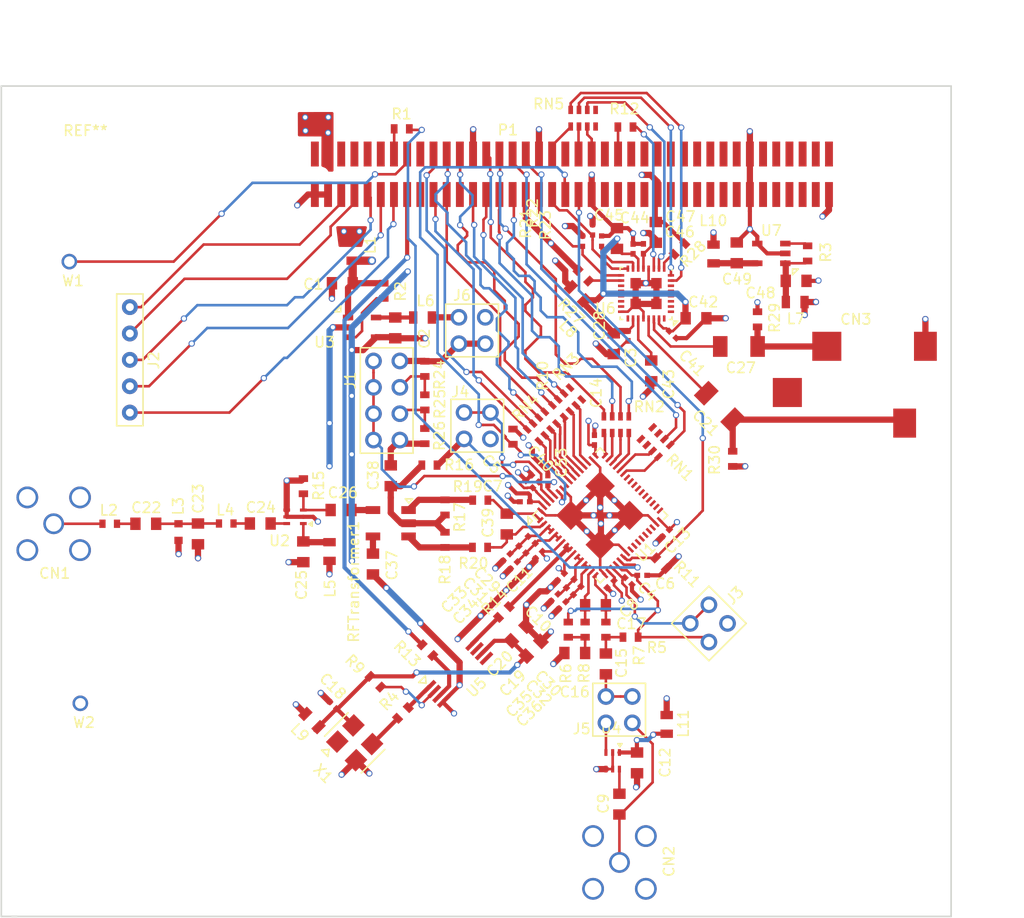
<source format=kicad_pcb>
(kicad_pcb (version 4) (host pcbnew 4.0.5)
  (layers (0 F.Cu signal) (1 In1.Cu power hide) (2 In2.Cu power hide) (31 B.Cu signal) (34 B.Paste user) (35 F.Paste user) (36 B.SilkS user) (37 F.SilkS user) (38 B.Mask user) (39 F.Mask user) (44 Edge.Cuts user))
  (net 0 "")
  (net 1 /RF_in/VCC33)
  (net 2 GND)
  (net 3 "Net-(C2-Pad1)")
  (net 4 "Net-(C28-Pad1)")
  (net 5 "Net-(C4-Pad1)")
  (net 6 "Net-(C5-Pad1)")
  (net 7 /RF_in/VCMB)
  (net 8 VDD3)
  (net 9 "Net-(C9-Pad1)")
  (net 10 "Net-(C9-Pad2)")
  (net 11 "Net-(C15-Pad1)")
  (net 12 "Net-(C15-Pad2)")
  (net 13 "Net-(C16-Pad1)")
  (net 14 "Net-(C17-Pad1)")
  (net 15 "Net-(C17-Pad2)")
  (net 16 "Net-(C18-Pad1)")
  (net 17 "Net-(C21-Pad1)")
  (net 18 "Net-(C21-Pad2)")
  (net 19 "Net-(C22-Pad1)")
  (net 20 "Net-(C22-Pad2)")
  (net 21 "Net-(C24-Pad1)")
  (net 22 "Net-(C24-Pad2)")
  (net 23 "Net-(C26-Pad1)")
  (net 24 "Net-(C26-Pad2)")
  (net 25 "Net-(C27-Pad1)")
  (net 26 "Net-(C27-Pad2)")
  (net 27 "Net-(C29-Pad1)")
  (net 28 "Net-(C29-Pad2)")
  (net 29 "Net-(C30-Pad1)")
  (net 30 "Net-(C30-Pad2)")
  (net 31 "Net-(C37-Pad1)")
  (net 32 "Net-(C38-Pad1)")
  (net 33 "Net-(C39-Pad1)")
  (net 34 "Net-(C39-Pad2)")
  (net 35 /RF_in/VCMA)
  (net 36 /AudioDAC/VREF)
  (net 37 "Net-(C53-Pad1)")
  (net 38 "Net-(CN1-Pad1)")
  (net 39 "Net-(J1-Pad3)")
  (net 40 "Net-(J1-Pad5)")
  (net 41 /CN/JTAG_TCK)
  (net 42 /CN/JTAG_TMS)
  (net 43 /CN/JTAG_TDI)
  (net 44 /CN/JTAG_TDO)
  (net 45 /CN/JTAG_NRST)
  (net 46 /RF_in/AMP_OUT)
  (net 47 /RF_in/VDD3_REG)
  (net 48 +3V3)
  (net 49 +5V)
  (net 50 /CN/VDD18_KEY_BACKUP)
  (net 51 "/CN/IO_B13_LP11(SRCC)")
  (net 52 SCL)
  (net 53 SDA)
  (net 54 /CN/IO_B13_LN12)
  (net 55 /CN/VDDIO_13_PL)
  (net 56 ADC_CLK)
  (net 57 /CN/IO_B13_LN14)
  (net 58 /CN/IO_B13_LN13)
  (net 59 /CN/IO_B13_LP21)
  (net 60 /CN/IO_B13_LP15)
  (net 61 /CN/IO_B13_LN21)
  (net 62 /CN/IO_B13_LN15)
  (net 63 /CN/IO_B34_LP1)
  (net 64 /CN/IO_B34_LP2)
  (net 65 /CN/IO_B34_LN1)
  (net 66 /CN/IO_B34_LN2)
  (net 67 /CN/IO_B34_LP3)
  (net 68 /CN/IO_B34_LP4)
  (net 69 /CN/IO_B34_LN3)
  (net 70 /CN/IO_B34_LN4)
  (net 71 /CN/IO_B34_LP6)
  (net 72 /CN/IO_B34_LN6)
  (net 73 /CN/IO_B34_LP8)
  (net 74 /CN/IO_B34_LN8)
  (net 75 "/CN/IO_B34_LP11(CLK?)")
  (net 76 "Net-(P1-Pad46)")
  (net 77 /CN/IO_B34_LN11)
  (net 78 "Net-(P1-Pad48)")
  (net 79 "Net-(P1-Pad49)")
  (net 80 "Net-(P1-Pad50)")
  (net 81 "Net-(P1-Pad51)")
  (net 82 "Net-(P1-Pad52)")
  (net 83 "Net-(P1-Pad53)")
  (net 84 "Net-(P1-Pad55)")
  (net 85 "Net-(P1-Pad56)")
  (net 86 "Net-(P1-Pad57)")
  (net 87 "Net-(P1-Pad58)")
  (net 88 "Net-(P1-Pad59)")
  (net 89 "Net-(P1-Pad60)")
  (net 90 "Net-(P1-Pad61)")
  (net 91 "Net-(P1-Pad62)")
  (net 92 "Net-(P1-Pad63)")
  (net 93 "Net-(P1-Pad64)")
  (net 94 "Net-(P1-Pad65)")
  (net 95 "Net-(P1-Pad66)")
  (net 96 "Net-(P1-Pad69)")
  (net 97 "Net-(P1-Pad70)")
  (net 98 "Net-(P1-Pad71)")
  (net 99 "Net-(P1-Pad72)")
  (net 100 "Net-(P1-Pad73)")
  (net 101 "Net-(P1-Pad74)")
  (net 102 "Net-(P1-Pad75)")
  (net 103 "Net-(P1-Pad76)")
  (net 104 "Net-(P1-Pad77)")
  (net 105 "Net-(P1-Pad78)")
  (net 106 "Net-(P1-Pad79)")
  (net 107 "Net-(R2-Pad2)")
  (net 108 "Net-(R4-Pad1)")
  (net 109 "Net-(R4-Pad2)")
  (net 110 "Net-(R9-Pad2)")
  (net 111 MCLK)
  (net 112 /RF_in/CLK40M)
  (net 113 "Net-(R13-Pad2)")
  (net 114 "Net-(R14-Pad2)")
  (net 115 "Net-(R17-Pad1)")
  (net 116 "Net-(R18-Pad2)")
  (net 117 "Net-(R23-Pad1)")
  (net 118 "Net-(R27-Pad1)")
  (net 119 "Net-(R28-Pad1)")
  (net 120 "Net-(RN1-Pad2)")
  (net 121 "Net-(RN1-Pad1)")
  (net 122 "Net-(RN1-Pad7)")
  (net 123 "Net-(RN1-Pad8)")
  (net 124 "Net-(RN1-Pad3)")
  (net 125 "Net-(RN1-Pad4)")
  (net 126 "Net-(RN2-Pad2)")
  (net 127 "Net-(RN2-Pad1)")
  (net 128 "Net-(RN2-Pad3)")
  (net 129 "Net-(RN2-Pad4)")
  (net 130 "Net-(RN3-Pad2)")
  (net 131 "Net-(RN3-Pad1)")
  (net 132 "Net-(RN3-Pad3)")
  (net 133 "Net-(RN3-Pad4)")
  (net 134 "Net-(RN4-Pad2)")
  (net 135 "Net-(RN4-Pad1)")
  (net 136 "Net-(RN4-Pad3)")
  (net 137 "Net-(RN4-Pad4)")
  (net 138 FS)
  (net 139 DACIN)
  (net 140 BCLK)
  (net 141 "Net-(U1-Pad24)")
  (net 142 "Net-(U1-Pad25)")
  (net 143 "Net-(U1-Pad26)")
  (net 144 "Net-(U1-Pad27)")
  (net 145 "Net-(U1-Pad28)")
  (net 146 "Net-(U1-Pad29)")
  (net 147 "Net-(U1-Pad30)")
  (net 148 "Net-(U1-Pad33)")
  (net 149 "Net-(U1-Pad34)")
  (net 150 "Net-(U1-Pad35)")
  (net 151 "Net-(U1-Pad36)")
  (net 152 "Net-(U1-Pad37)")
  (net 153 "Net-(U1-Pad38)")
  (net 154 "Net-(U1-Pad39)")
  (net 155 "Net-(U1-Pad40)")
  (net 156 "Net-(U1-Pad41)")
  (net 157 "Net-(U1-Pad42)")
  (net 158 "Net-(U5-Pad5)")
  (net 159 "Net-(U5-Pad7)")
  (net 160 "Net-(U6-Pad1)")
  (net 161 "Net-(U6-Pad2)")
  (net 162 "Net-(U6-Pad3)")
  (net 163 "Net-(U6-Pad4)")
  (net 164 "Net-(U6-Pad5)")
  (net 165 "Net-(U6-Pad6)")
  (net 166 "Net-(U6-Pad19)")
  (net 167 "Net-(U6-Pad20)")
  (net 168 "Net-(U6-Pad21)")
  (net 169 "Net-(U6-Pad22)")
  (net 170 "Net-(U6-Pad23)")
  (net 171 "Net-(U6-Pad25)")
  (net 172 "Net-(U6-Pad32)")
  (net 173 "Net-(X1-Pad1)")
  (net 174 "Net-(RN3-Pad5)")
  (net 175 "Net-(RN5-Pad5)")
  (net 176 "Net-(RN5-Pad4)")
  (net 177 "/CN/IO_B13_LP13(MRCC)")
  (net 178 /CN/IO_B13_LN11)
  (net 179 "/CN/IO_B13_LP12(MRCC)")
  (net 180 /CN/MUX)
  (net 181 /CN/SHDNA)
  (net 182 /CN/SHDNB)
  (net 183 "Net-(C48-Pad1)")
  (net 184 "Net-(C49-Pad1)")
  (net 185 "Net-(R3-Pad2)")
  (net 186 /AudioDAC/VDDC)
  (net 187 "Net-(C12-Pad1)")
  (net 188 "Net-(C25-Pad2)")
  (module adc_lib:LTC2292 (layer F.Cu) (at 143.692145 96.362821 45)
    (fp_text reference U1 (at 0.587377 5.603845 45) (layer F.SilkS))
    (fp_text value LTC2292)
    (pad 1 smd rect (at -4.4 -3.75 45) (size 0.7 0.25) (layers F.Cu F.Paste F.Mask) (net 33 "Net-(C39-Pad1)"))
    (pad 2 smd rect (at -4.4 -3.25 45) (size 0.7 0.25) (layers F.Cu F.Paste F.Mask) (net 34 "Net-(C39-Pad2)"))
    (pad 3 smd rect (at -4.4 -2.75 45) (size 0.7 0.25) (layers F.Cu F.Paste F.Mask) (net 27 "Net-(C29-Pad1)"))
    (pad 4 smd rect (at -4.4 -2.25 45) (size 0.7 0.25) (layers F.Cu F.Paste F.Mask) (net 27 "Net-(C29-Pad1)"))
    (pad 5 smd rect (at -4.4 -1.75 45) (size 0.7 0.25) (layers F.Cu F.Paste F.Mask) (net 28 "Net-(C29-Pad2)"))
    (pad 6 smd rect (at -4.4 -1.25 45) (size 0.7 0.25) (layers F.Cu F.Paste F.Mask) (net 28 "Net-(C29-Pad2)"))
    (pad 7 smd rect (at -4.4 -0.75 45) (size 0.7 0.25) (layers F.Cu F.Paste F.Mask) (net 8 VDD3))
    (pad 8 smd rect (at -4.4 -0.25 45) (size 0.7 0.25) (layers F.Cu F.Paste F.Mask) (net 112 /RF_in/CLK40M))
    (pad 9 smd rect (at -4.4 0.25 45) (size 0.7 0.25) (layers F.Cu F.Paste F.Mask) (net 112 /RF_in/CLK40M))
    (pad 10 smd rect (at -4.4 0.75 45) (size 0.7 0.25) (layers F.Cu F.Paste F.Mask) (net 8 VDD3))
    (pad 11 smd rect (at -4.4 1.25 45) (size 0.7 0.25) (layers F.Cu F.Paste F.Mask) (net 29 "Net-(C30-Pad1)"))
    (pad 12 smd rect (at -4.4 1.75 45) (size 0.7 0.25) (layers F.Cu F.Paste F.Mask) (net 29 "Net-(C30-Pad1)"))
    (pad 13 smd rect (at -4.4 2.25 45) (size 0.7 0.25) (layers F.Cu F.Paste F.Mask) (net 30 "Net-(C30-Pad2)"))
    (pad 14 smd rect (at -4.4 2.75 45) (size 0.7 0.25) (layers F.Cu F.Paste F.Mask) (net 30 "Net-(C30-Pad2)"))
    (pad 15 smd rect (at -4.4 3.25 45) (size 0.7 0.25) (layers F.Cu F.Paste F.Mask) (net 15 "Net-(C17-Pad2)"))
    (pad 16 smd rect (at -4.4 3.75 45) (size 0.7 0.25) (layers F.Cu F.Paste F.Mask) (net 14 "Net-(C17-Pad1)"))
    (pad 17 smd rect (at -3.75 4.4 45) (size 0.25 0.7) (layers F.Cu F.Paste F.Mask) (net 2 GND))
    (pad 18 smd rect (at -3.25 4.4 45) (size 0.25 0.7) (layers F.Cu F.Paste F.Mask) (net 8 VDD3))
    (pad 19 smd rect (at -2.75 4.4 45) (size 0.25 0.7) (layers F.Cu F.Paste F.Mask) (net 5 "Net-(C4-Pad1)"))
    (pad 20 smd rect (at -2.25 4.4 45) (size 0.25 0.7) (layers F.Cu F.Paste F.Mask) (net 7 /RF_in/VCMB))
    (pad 21 smd rect (at -1.75 4.4 45) (size 0.25 0.7) (layers F.Cu F.Paste F.Mask) (net 180 /CN/MUX))
    (pad 22 smd rect (at -1.25 4.4 45) (size 0.25 0.7) (layers F.Cu F.Paste F.Mask) (net 182 /CN/SHDNB))
    (pad 23 smd rect (at -0.75 4.4 45) (size 0.25 0.7) (layers F.Cu F.Paste F.Mask) (net 2 GND))
    (pad 24 smd rect (at -0.25 4.4 45) (size 0.25 0.7) (layers F.Cu F.Paste F.Mask) (net 141 "Net-(U1-Pad24)"))
    (pad 25 smd rect (at 0.25 4.4 45) (size 0.25 0.7) (layers F.Cu F.Paste F.Mask) (net 142 "Net-(U1-Pad25)"))
    (pad 26 smd rect (at 0.75 4.4 45) (size 0.25 0.7) (layers F.Cu F.Paste F.Mask) (net 143 "Net-(U1-Pad26)"))
    (pad 27 smd rect (at 1.25 4.4 45) (size 0.25 0.7) (layers F.Cu F.Paste F.Mask) (net 144 "Net-(U1-Pad27)"))
    (pad 28 smd rect (at 1.75 4.4 45) (size 0.25 0.7) (layers F.Cu F.Paste F.Mask) (net 145 "Net-(U1-Pad28)"))
    (pad 29 smd rect (at 2.25 4.4 45) (size 0.25 0.7) (layers F.Cu F.Paste F.Mask) (net 146 "Net-(U1-Pad29)"))
    (pad 30 smd rect (at 2.75 4.4 45) (size 0.25 0.7) (layers F.Cu F.Paste F.Mask) (net 147 "Net-(U1-Pad30)"))
    (pad 31 smd rect (at 3.25 4.4 45) (size 0.25 0.7) (layers F.Cu F.Paste F.Mask) (net 2 GND))
    (pad 32 smd rect (at 3.75 4.4 45) (size 0.25 0.7) (layers F.Cu F.Paste F.Mask) (net 1 /RF_in/VCC33))
    (pad 33 smd rect (at 4.4 3.75 45) (size 0.7 0.25) (layers F.Cu F.Paste F.Mask) (net 148 "Net-(U1-Pad33)"))
    (pad 34 smd rect (at 4.4 3.25 45) (size 0.7 0.25) (layers F.Cu F.Paste F.Mask) (net 149 "Net-(U1-Pad34)"))
    (pad 35 smd rect (at 4.4 2.75 45) (size 0.7 0.25) (layers F.Cu F.Paste F.Mask) (net 150 "Net-(U1-Pad35)"))
    (pad 36 smd rect (at 4.4 2.25 45) (size 0.7 0.25) (layers F.Cu F.Paste F.Mask) (net 151 "Net-(U1-Pad36)"))
    (pad 37 smd rect (at 4.4 1.75 45) (size 0.7 0.25) (layers F.Cu F.Paste F.Mask) (net 152 "Net-(U1-Pad37)"))
    (pad 38 smd rect (at 4.4 1.25 45) (size 0.7 0.25) (layers F.Cu F.Paste F.Mask) (net 153 "Net-(U1-Pad38)"))
    (pad 39 smd rect (at 4.4 0.75 45) (size 0.7 0.25) (layers F.Cu F.Paste F.Mask) (net 154 "Net-(U1-Pad39)"))
    (pad 40 smd rect (at 4.4 0.25 45) (size 0.7 0.25) (layers F.Cu F.Paste F.Mask) (net 155 "Net-(U1-Pad40)"))
    (pad 41 smd rect (at 4.4 -0.25 45) (size 0.7 0.25) (layers F.Cu F.Paste F.Mask) (net 156 "Net-(U1-Pad41)"))
    (pad 42 smd rect (at 4.4 -0.75 45) (size 0.7 0.25) (layers F.Cu F.Paste F.Mask) (net 157 "Net-(U1-Pad42)"))
    (pad 43 smd rect (at 4.4 -1.25 45) (size 0.7 0.25) (layers F.Cu F.Paste F.Mask) (net 125 "Net-(RN1-Pad4)"))
    (pad 44 smd rect (at 4.4 -1.75 45) (size 0.7 0.25) (layers F.Cu F.Paste F.Mask) (net 124 "Net-(RN1-Pad3)"))
    (pad 45 smd rect (at 4.4 -2.25 45) (size 0.7 0.25) (layers F.Cu F.Paste F.Mask) (net 129 "Net-(RN2-Pad4)"))
    (pad 46 smd rect (at 4.4 -2.75 45) (size 0.7 0.25) (layers F.Cu F.Paste F.Mask) (net 128 "Net-(RN2-Pad3)"))
    (pad 47 smd rect (at 4.4 -3.25 45) (size 0.7 0.25) (layers F.Cu F.Paste F.Mask) (net 126 "Net-(RN2-Pad2)"))
    (pad 48 smd rect (at 4.4 -3.75 45) (size 0.7 0.25) (layers F.Cu F.Paste F.Mask) (net 127 "Net-(RN2-Pad1)"))
    (pad 49 smd rect (at 3.75 -4.4 45) (size 0.25 0.7) (layers F.Cu F.Paste F.Mask) (net 1 /RF_in/VCC33))
    (pad 50 smd rect (at 3.25 -4.4 45) (size 0.25 0.7) (layers F.Cu F.Paste F.Mask) (net 2 GND))
    (pad 51 smd rect (at 2.75 -4.4 45) (size 0.25 0.7) (layers F.Cu F.Paste F.Mask) (net 132 "Net-(RN3-Pad3)"))
    (pad 52 smd rect (at 2.25 -4.4 45) (size 0.25 0.7) (layers F.Cu F.Paste F.Mask) (net 130 "Net-(RN3-Pad2)"))
    (pad 53 smd rect (at 1.75 -4.4 45) (size 0.25 0.7) (layers F.Cu F.Paste F.Mask) (net 131 "Net-(RN3-Pad1)"))
    (pad 54 smd rect (at 1.25 -4.4 45) (size 0.25 0.7) (layers F.Cu F.Paste F.Mask) (net 137 "Net-(RN4-Pad4)"))
    (pad 55 smd rect (at 0.75 -4.4 45) (size 0.25 0.7) (layers F.Cu F.Paste F.Mask) (net 136 "Net-(RN4-Pad3)"))
    (pad 56 smd rect (at 0.25 -4.4 45) (size 0.25 0.7) (layers F.Cu F.Paste F.Mask) (net 134 "Net-(RN4-Pad2)"))
    (pad 57 smd rect (at -0.25 -4.4 45) (size 0.25 0.7) (layers F.Cu F.Paste F.Mask) (net 135 "Net-(RN4-Pad1)"))
    (pad 58 smd rect (at -0.75 -4.4 45) (size 0.25 0.7) (layers F.Cu F.Paste F.Mask) (net 2 GND))
    (pad 59 smd rect (at -1.25 -4.4 45) (size 0.25 0.7) (layers F.Cu F.Paste F.Mask) (net 181 /CN/SHDNA))
    (pad 60 smd rect (at -1.75 -4.4 45) (size 0.25 0.7) (layers F.Cu F.Paste F.Mask) (net 37 "Net-(C53-Pad1)"))
    (pad 61 smd rect (at -2.25 -4.4 45) (size 0.25 0.7) (layers F.Cu F.Paste F.Mask) (net 35 /RF_in/VCMA))
    (pad 62 smd rect (at -2.75 -4.4 45) (size 0.25 0.7) (layers F.Cu F.Paste F.Mask) (net 6 "Net-(C5-Pad1)"))
    (pad 63 smd rect (at -3.25 -4.4 45) (size 0.25 0.7) (layers F.Cu F.Paste F.Mask) (net 8 VDD3))
    (pad 64 smd rect (at -3.75 -4.4 45) (size 0.25 0.7) (layers F.Cu F.Paste F.Mask) (net 2 GND))
    (pad 65 smd rect (at -2 -2 45) (size 2 2) (layers F.Cu F.Paste F.Mask) (net 2 GND))
    (pad 65 smd rect (at 2 -2 45) (size 2 2) (layers F.Cu F.Paste F.Mask) (net 2 GND))
    (pad 65 smd rect (at -2 2 45) (size 2 2) (layers F.Cu F.Paste F.Mask) (net 2 GND))
    (pad 65 smd rect (at 2 2 45) (size 2 2) (layers F.Cu F.Paste F.Mask) (net 2 GND))
  )
  (module adc_lib:R0603 (layer F.Cu) (at 149.55 100.975 315)
    (fp_text reference R11 (at 2.513765 -1.021769 315) (layer F.SilkS))
    (fp_text value 10k)
    (pad 1 smd rect (at -0.73 0 315) (size 0.65 0.9) (layers F.Cu F.Paste F.Mask) (net 182 /CN/SHDNB))
    (pad 2 smd rect (at 0.73 0 315) (size 0.65 0.9) (layers F.Cu F.Paste F.Mask) (net 2 GND))
  )
  (module adc_lib:FB0805 (layer F.Cu) (at 119.85 70.925 90)
    (fp_text reference L1 (at 0.615 1.69 90) (layer F.SilkS))
    (fp_text value L)
    (pad 1 smd rect (at -0.9 0 90) (size 0.8 1.2) (layers F.Cu F.Paste F.Mask) (net 1 /RF_in/VCC33))
    (pad 2 smd rect (at 0.9 0 90) (size 0.8 1.2) (layers F.Cu F.Paste F.Mask) (net 48 +3V3))
  )
  (module adc_lib:C0603 (layer F.Cu) (at 118.85 74 180)
    (fp_text reference C1 (at 2.79 -0.09 180) (layer F.SilkS))
    (fp_text value 1uF)
    (pad 1 smd rect (at -1 0 180) (size 1 1.2) (layers F.Cu F.Paste F.Mask) (net 1 /RF_in/VCC33))
    (pad 2 smd rect (at 1 0 180) (size 1 1.2) (layers F.Cu F.Paste F.Mask) (net 2 GND))
  )
  (module adc_lib:C0603 (layer F.Cu) (at 123.95 78.3 270)
    (fp_text reference C2 (at 1.04 -2.81 270) (layer F.SilkS))
    (fp_text value 1uF)
    (pad 1 smd rect (at -1 0 270) (size 1 1.2) (layers F.Cu F.Paste F.Mask) (net 3 "Net-(C2-Pad1)"))
    (pad 2 smd rect (at 1 0 270) (size 1 1.2) (layers F.Cu F.Paste F.Mask) (net 2 GND))
  )
  (module adc_lib:C0402 (layer F.Cu) (at 146.375 79.075 270)
    (fp_text reference C3 (at 2.1 -0.275 270) (layer F.SilkS))
    (fp_text value 0.1uF)
    (pad 1 smd rect (at -0.475 0 270) (size 0.55 0.5) (layers F.Cu F.Paste F.Mask) (net 4 "Net-(C28-Pad1)"))
    (pad 2 smd rect (at 0.475 0 270) (size 0.55 0.5) (layers F.Cu F.Paste F.Mask) (net 2 GND))
  )
  (module adc_lib:C0402 (layer F.Cu) (at 146.42 102.69 315)
    (fp_text reference C4 (at 1.98697 -0.586899 315) (layer F.SilkS))
    (fp_text value 0.1uF)
    (pad 1 smd rect (at -0.475 0 315) (size 0.55 0.5) (layers F.Cu F.Paste F.Mask) (net 5 "Net-(C4-Pad1)"))
    (pad 2 smd rect (at 0.475 0 315) (size 0.55 0.5) (layers F.Cu F.Paste F.Mask) (net 2 GND))
  )
  (module adc_lib:C0402 (layer F.Cu) (at 136.85 93.36 135)
    (fp_text reference C5 (at 3.938585 -1.19501 135) (layer F.SilkS))
    (fp_text value 0.1uF)
    (pad 1 smd rect (at -0.475 0 135) (size 0.55 0.5) (layers F.Cu F.Paste F.Mask) (net 6 "Net-(C5-Pad1)"))
    (pad 2 smd rect (at 0.475 0 135) (size 0.55 0.5) (layers F.Cu F.Paste F.Mask) (net 2 GND))
  )
  (module adc_lib:C0402 (layer F.Cu) (at 147.74 102.14)
    (fp_text reference C6 (at 2.21 0.8) (layer F.SilkS))
    (fp_text value 2.2u)
    (pad 1 smd rect (at -0.475 0) (size 0.55 0.5) (layers F.Cu F.Paste F.Mask) (net 7 /RF_in/VCMB))
    (pad 2 smd rect (at 0.475 0) (size 0.55 0.5) (layers F.Cu F.Paste F.Mask) (net 2 GND))
  )
  (module adc_lib:C0402 (layer F.Cu) (at 136.44 95.05 180)
    (fp_text reference C7 (at 3.11 1.5 180) (layer F.SilkS))
    (fp_text value 0.1uF)
    (pad 1 smd rect (at -0.475 0 180) (size 0.55 0.5) (layers F.Cu F.Paste F.Mask) (net 8 VDD3))
    (pad 2 smd rect (at 0.475 0 180) (size 0.55 0.5) (layers F.Cu F.Paste F.Mask) (net 2 GND))
  )
  (module adc_lib:C0402 (layer F.Cu) (at 144.69 102.99 225)
    (fp_text reference C8 (at 0.388909 -2.906209 405) (layer F.SilkS))
    (fp_text value 0.1uF)
    (pad 1 smd rect (at -0.475 0 225) (size 0.55 0.5) (layers F.Cu F.Paste F.Mask) (net 8 VDD3))
    (pad 2 smd rect (at 0.475 0 225) (size 0.55 0.5) (layers F.Cu F.Paste F.Mask) (net 2 GND))
  )
  (module adc_lib:C0603 (layer F.Cu) (at 145.544583 124.182851 270)
    (fp_text reference C9 (at -0.05 1.55 270) (layer F.SilkS))
    (fp_text value 0.1uF)
    (pad 1 smd rect (at -1 0 270) (size 1 1.2) (layers F.Cu F.Paste F.Mask) (net 9 "Net-(C9-Pad1)"))
    (pad 2 smd rect (at 1 0 270) (size 1 1.2) (layers F.Cu F.Paste F.Mask) (net 10 "Net-(C9-Pad2)"))
  )
  (module adc_lib:C0402 (layer F.Cu) (at 139.909123 102.295446 225)
    (fp_text reference C10 (at 4.414946 -1.304917 495) (layer F.SilkS))
    (fp_text value 0.1uF)
    (pad 1 smd rect (at -0.475 0 225) (size 0.55 0.5) (layers F.Cu F.Paste F.Mask) (net 8 VDD3))
    (pad 2 smd rect (at 0.475 0 225) (size 0.55 0.5) (layers F.Cu F.Paste F.Mask) (net 2 GND))
  )
  (module adc_lib:C0402 (layer F.Cu) (at 137.787803 100.174127 225)
    (fp_text reference C11 (at 3.036087 -0.366331 225) (layer F.SilkS))
    (fp_text value 0.1uF)
    (pad 1 smd rect (at -0.475 0 225) (size 0.55 0.5) (layers F.Cu F.Paste F.Mask) (net 8 VDD3))
    (pad 2 smd rect (at 0.475 0 225) (size 0.55 0.5) (layers F.Cu F.Paste F.Mask) (net 2 GND))
  )
  (module adc_lib:C0603 (layer F.Cu) (at 147.244583 120.207852 270)
    (fp_text reference C12 (at -0.025 -2.7 270) (layer F.SilkS))
    (fp_text value 22nF)
    (pad 1 smd rect (at -1 0 270) (size 1 1.2) (layers F.Cu F.Paste F.Mask) (net 187 "Net-(C12-Pad1)"))
    (pad 2 smd rect (at 1 0 270) (size 1 1.2) (layers F.Cu F.Paste F.Mask) (net 2 GND))
  )
  (module adc_lib:C0402 (layer F.Cu) (at 150.025 98.075 225)
    (fp_text reference C13 (at -0.275772 -1.315219 225) (layer F.SilkS))
    (fp_text value 0.1uF)
    (pad 1 smd rect (at -0.475 0 225) (size 0.55 0.5) (layers F.Cu F.Paste F.Mask) (net 1 /RF_in/VCC33))
    (pad 2 smd rect (at 0.475 0 225) (size 0.55 0.5) (layers F.Cu F.Paste F.Mask) (net 2 GND))
  )
  (module adc_lib:C0402 (layer F.Cu) (at 143.14 89.11 90)
    (fp_text reference C14 (at 4.54 0.17 90) (layer F.SilkS))
    (fp_text value 0.1uF)
    (pad 1 smd rect (at -0.475 0 90) (size 0.55 0.5) (layers F.Cu F.Paste F.Mask) (net 1 /RF_in/VCC33))
    (pad 2 smd rect (at 0.475 0 90) (size 0.55 0.5) (layers F.Cu F.Paste F.Mask) (net 2 GND))
  )
  (module adc_lib:C0603 (layer F.Cu) (at 144.242281 110.671151 270)
    (fp_text reference C15 (at -0.075 -1.5 270) (layer F.SilkS))
    (fp_text value 0.1uF)
    (pad 1 smd rect (at -1 0 270) (size 1 1.2) (layers F.Cu F.Paste F.Mask) (net 11 "Net-(C15-Pad1)"))
    (pad 2 smd rect (at 1 0 270) (size 1 1.2) (layers F.Cu F.Paste F.Mask) (net 12 "Net-(C15-Pad2)"))
  )
  (module adc_lib:C0603 (layer F.Cu) (at 141.242281 109.62115 180)
    (fp_text reference C16 (at 0 -3.75 180) (layer F.SilkS))
    (fp_text value 0.1uF)
    (pad 1 smd rect (at -1 0 180) (size 1 1.2) (layers F.Cu F.Paste F.Mask) (net 13 "Net-(C16-Pad1)"))
    (pad 2 smd rect (at 1 0 180) (size 1 1.2) (layers F.Cu F.Paste F.Mask) (net 2 GND))
  )
  (module adc_lib:C0603 (layer F.Cu) (at 143.242282 105.021151 180)
    (fp_text reference C17 (at -3.447718 -1.778849 180) (layer F.SilkS))
    (fp_text value 12pF)
    (pad 1 smd rect (at -1 0 180) (size 1 1.2) (layers F.Cu F.Paste F.Mask) (net 14 "Net-(C17-Pad1)"))
    (pad 2 smd rect (at 1 0 180) (size 1 1.2) (layers F.Cu F.Paste F.Mask) (net 15 "Net-(C17-Pad2)"))
  )
  (module adc_lib:C0402 (layer F.Cu) (at 117.971135 114.652137 135)
    (fp_text reference C18 (at 1.324603 1.26643 135) (layer F.SilkS))
    (fp_text value 0.1uF)
    (pad 1 smd rect (at -0.475 0 135) (size 0.55 0.5) (layers F.Cu F.Paste F.Mask) (net 16 "Net-(C18-Pad1)"))
    (pad 2 smd rect (at 0.475 0 135) (size 0.55 0.5) (layers F.Cu F.Paste F.Mask) (net 2 GND))
  )
  (module adc_lib:C0603 (layer F.Cu) (at 137.275151 109.207416 45)
    (fp_text reference C19 (at -3.788491 0.938637 45) (layer F.SilkS))
    (fp_text value 1uF)
    (pad 1 smd rect (at -1 0 45) (size 1 1.2) (layers F.Cu F.Paste F.Mask) (net 16 "Net-(C18-Pad1)"))
    (pad 2 smd rect (at 1 0 45) (size 1 1.2) (layers F.Cu F.Paste F.Mask) (net 2 GND))
  )
  (module adc_lib:C0603 (layer F.Cu) (at 135.843258 107.740169 45)
    (fp_text reference C20 (at -3.35387 0.789536 45) (layer F.SilkS))
    (fp_text value 0.1uF)
    (pad 1 smd rect (at -1 0 45) (size 1 1.2) (layers F.Cu F.Paste F.Mask) (net 16 "Net-(C18-Pad1)"))
    (pad 2 smd rect (at 1 0 45) (size 1 1.2) (layers F.Cu F.Paste F.Mask) (net 2 GND))
  )
  (module adc_lib:C1206 (layer F.Cu) (at 155.185007 85.866489 315)
    (fp_text reference C21 (at 0.175 2.05 315) (layer F.SilkS))
    (fp_text value 220uF)
    (pad 1 smd rect (at -1.8 0 315) (size 1.4 2) (layers F.Cu F.Paste F.Mask) (net 17 "Net-(C21-Pad1)"))
    (pad 2 smd rect (at 1.8 0 315) (size 1.4 2) (layers F.Cu F.Paste F.Mask) (net 18 "Net-(C21-Pad2)"))
  )
  (module adc_lib:C0603 (layer F.Cu) (at 99.917281 97.171151 180)
    (fp_text reference C22 (at -0.05 1.55 180) (layer F.SilkS))
    (fp_text value 18p)
    (pad 1 smd rect (at -1 0 180) (size 1 1.2) (layers F.Cu F.Paste F.Mask) (net 19 "Net-(C22-Pad1)"))
    (pad 2 smd rect (at 1 0 180) (size 1 1.2) (layers F.Cu F.Paste F.Mask) (net 20 "Net-(C22-Pad2)"))
  )
  (module adc_lib:C0603 (layer F.Cu) (at 104.942281 98.146151 270)
    (fp_text reference C23 (at -3.4 -0.025 270) (layer F.SilkS))
    (fp_text value 150pF)
    (pad 1 smd rect (at -1 0 270) (size 1 1.2) (layers F.Cu F.Paste F.Mask) (net 19 "Net-(C22-Pad1)"))
    (pad 2 smd rect (at 1 0 270) (size 1 1.2) (layers F.Cu F.Paste F.Mask) (net 2 GND))
  )
  (module adc_lib:C0603 (layer F.Cu) (at 110.942281 97.146151 180)
    (fp_text reference C24 (at -0.05 1.55 180) (layer F.SilkS))
    (fp_text value 18p)
    (pad 1 smd rect (at -1 0 180) (size 1 1.2) (layers F.Cu F.Paste F.Mask) (net 21 "Net-(C24-Pad1)"))
    (pad 2 smd rect (at 1 0 180) (size 1 1.2) (layers F.Cu F.Paste F.Mask) (net 22 "Net-(C24-Pad2)"))
  )
  (module adc_lib:C0603 (layer F.Cu) (at 115.092282 99.87115 90)
    (fp_text reference C25 (at -3.2 -0.175 90) (layer F.SilkS))
    (fp_text value 22nF)
    (pad 1 smd rect (at -1 0 90) (size 1 1.2) (layers F.Cu F.Paste F.Mask) (net 2 GND))
    (pad 2 smd rect (at 1 0 90) (size 1 1.2) (layers F.Cu F.Paste F.Mask) (net 188 "Net-(C25-Pad2)"))
  )
  (module adc_lib:C0603 (layer F.Cu) (at 118.725 95.846151 180)
    (fp_text reference C26 (at -0.175 1.666151 180) (layer F.SilkS))
    (fp_text value 0.1u)
    (pad 1 smd rect (at -1 0 180) (size 1 1.2) (layers F.Cu F.Paste F.Mask) (net 23 "Net-(C26-Pad1)"))
    (pad 2 smd rect (at 1 0 180) (size 1 1.2) (layers F.Cu F.Paste F.Mask) (net 24 "Net-(C26-Pad2)"))
  )
  (module adc_lib:C1206 (layer F.Cu) (at 157.060007 80.091488)
    (fp_text reference C27 (at 0.175 2.05) (layer F.SilkS))
    (fp_text value 220uF)
    (pad 1 smd rect (at -1.8 0) (size 1.4 2) (layers F.Cu F.Paste F.Mask) (net 25 "Net-(C27-Pad1)"))
    (pad 2 smd rect (at 1.8 0) (size 1.4 2) (layers F.Cu F.Paste F.Mask) (net 26 "Net-(C27-Pad2)"))
  )
  (module adc_lib:C0603 (layer F.Cu) (at 145 79.825 270)
    (fp_text reference C28 (at -1.745 1.37 270) (layer F.SilkS))
    (fp_text value 4.7uF)
    (pad 1 smd rect (at -1 0 270) (size 1 1.2) (layers F.Cu F.Paste F.Mask) (net 4 "Net-(C28-Pad1)"))
    (pad 2 smd rect (at 1 0 270) (size 1 1.2) (layers F.Cu F.Paste F.Mask) (net 2 GND))
  )
  (module adc_lib:C0402 (layer F.Cu) (at 137.1 98.725 315)
    (fp_text reference C29 (at -0.335876 5.773527 315) (layer F.SilkS))
    (fp_text value 0.1u)
    (pad 1 smd rect (at -0.475 0 315) (size 0.55 0.5) (layers F.Cu F.Paste F.Mask) (net 27 "Net-(C29-Pad1)"))
    (pad 2 smd rect (at 0.475 0 315) (size 0.55 0.5) (layers F.Cu F.Paste F.Mask) (net 28 "Net-(C29-Pad2)"))
  )
  (module adc_lib:C0402 (layer F.Cu) (at 141.5 102.875 315)
    (fp_text reference C30 (at 4.854288 8.828228 315) (layer F.SilkS))
    (fp_text value 0.1u)
    (pad 1 smd rect (at -0.475 0 315) (size 0.55 0.5) (layers F.Cu F.Paste F.Mask) (net 29 "Net-(C30-Pad1)"))
    (pad 2 smd rect (at 0.475 0 315) (size 0.55 0.5) (layers F.Cu F.Paste F.Mask) (net 30 "Net-(C30-Pad2)"))
  )
  (module adc_lib:C0402 (layer F.Cu) (at 136.2 99.65 315)
    (fp_text reference C31 (at -0.403051 5.946768 315) (layer F.SilkS))
    (fp_text value 2.2u)
    (pad 1 smd rect (at -0.475 0 315) (size 0.55 0.5) (layers F.Cu F.Paste F.Mask) (net 27 "Net-(C29-Pad1)"))
    (pad 2 smd rect (at 0.475 0 315) (size 0.55 0.5) (layers F.Cu F.Paste F.Mask) (net 28 "Net-(C29-Pad2)"))
  )
  (module adc_lib:C0402 (layer F.Cu) (at 140.775 103.675 315)
    (fp_text reference C32 (at 4.780042 9.043896 315) (layer F.SilkS))
    (fp_text value 2.2u)
    (pad 1 smd rect (at -0.475 0 315) (size 0.55 0.5) (layers F.Cu F.Paste F.Mask) (net 29 "Net-(C30-Pad1)"))
    (pad 2 smd rect (at 0.475 0 315) (size 0.55 0.5) (layers F.Cu F.Paste F.Mask) (net 30 "Net-(C30-Pad2)"))
  )
  (module adc_lib:C0402 (layer F.Cu) (at 134.675 100.4 45)
    (fp_text reference C33 (at -6.473563 -0.661145 45) (layer F.SilkS))
    (fp_text value 1u)
    (pad 1 smd rect (at -0.475 0 45) (size 0.55 0.5) (layers F.Cu F.Paste F.Mask) (net 2 GND))
    (pad 2 smd rect (at 0.475 0 45) (size 0.55 0.5) (layers F.Cu F.Paste F.Mask) (net 27 "Net-(C29-Pad1)"))
  )
  (module adc_lib:C0402 (layer F.Cu) (at 135.375 101.175 45)
    (fp_text reference C34 (at -6.385174 -0.141421 45) (layer F.SilkS))
    (fp_text value 1u)
    (pad 1 smd rect (at -0.475 0 45) (size 0.55 0.5) (layers F.Cu F.Paste F.Mask) (net 2 GND))
    (pad 2 smd rect (at 0.475 0 45) (size 0.55 0.5) (layers F.Cu F.Paste F.Mask) (net 28 "Net-(C29-Pad2)"))
  )
  (module adc_lib:C0402 (layer F.Cu) (at 139.3 104.275 45)
    (fp_text reference C35 (at -9.683827 4.847217 45) (layer F.SilkS))
    (fp_text value 1u)
    (pad 1 smd rect (at -0.475 0 45) (size 0.55 0.5) (layers F.Cu F.Paste F.Mask) (net 2 GND))
    (pad 2 smd rect (at 0.475 0 45) (size 0.55 0.5) (layers F.Cu F.Paste F.Mask) (net 29 "Net-(C30-Pad1)"))
  )
  (module adc_lib:C0402 (layer F.Cu) (at 140.05 105.025 45)
    (fp_text reference C36 (at -9.627259 5.144202 45) (layer F.SilkS))
    (fp_text value 1u)
    (pad 1 smd rect (at -0.475 0 45) (size 0.55 0.5) (layers F.Cu F.Paste F.Mask) (net 2 GND))
    (pad 2 smd rect (at 0.475 0 45) (size 0.55 0.5) (layers F.Cu F.Paste F.Mask) (net 30 "Net-(C30-Pad2)"))
  )
  (module adc_lib:C0603 (layer F.Cu) (at 121.8 101.05 270)
    (fp_text reference C37 (at 0.12 -1.83 270) (layer F.SilkS))
    (fp_text value 0.1u)
    (pad 1 smd rect (at -1 0 270) (size 1 1.2) (layers F.Cu F.Paste F.Mask) (net 31 "Net-(C37-Pad1)"))
    (pad 2 smd rect (at 1 0 270) (size 1 1.2) (layers F.Cu F.Paste F.Mask) (net 2 GND))
  )
  (module adc_lib:C0603 (layer F.Cu) (at 123.517281 92.546151 90)
    (fp_text reference C38 (at 0.036151 -1.687281 90) (layer F.SilkS))
    (fp_text value 0.1u)
    (pad 1 smd rect (at -1 0 90) (size 1 1.2) (layers F.Cu F.Paste F.Mask) (net 32 "Net-(C38-Pad1)"))
    (pad 2 smd rect (at 1 0 90) (size 1 1.2) (layers F.Cu F.Paste F.Mask) (net 2 GND))
  )
  (module adc_lib:C0603 (layer F.Cu) (at 134.692281 97.19615 270)
    (fp_text reference C39 (at -0.12115 1.817281 270) (layer F.SilkS))
    (fp_text value 12p)
    (pad 1 smd rect (at -1 0 270) (size 1 1.2) (layers F.Cu F.Paste F.Mask) (net 33 "Net-(C39-Pad1)"))
    (pad 2 smd rect (at 1 0 270) (size 1 1.2) (layers F.Cu F.Paste F.Mask) (net 34 "Net-(C39-Pad2)"))
  )
  (module adc_lib:C0402 (layer F.Cu) (at 137.42 92.81 135)
    (fp_text reference C40 (at 0.975807 1.711198 315) (layer F.SilkS))
    (fp_text value 2.2u)
    (pad 1 smd rect (at -0.475 0 135) (size 0.55 0.5) (layers F.Cu F.Paste F.Mask) (net 35 /RF_in/VCMA))
    (pad 2 smd rect (at 0.475 0 135) (size 0.55 0.5) (layers F.Cu F.Paste F.Mask) (net 2 GND))
  )
  (module adc_lib:C0402 (layer F.Cu) (at 150.675 78.95 315)
    (fp_text reference C41 (at 3.252691 0.601041 315) (layer F.SilkS))
    (fp_text value 0.1uF)
    (pad 1 smd rect (at -0.475 0 315) (size 0.55 0.5) (layers F.Cu F.Paste F.Mask) (net 4 "Net-(C28-Pad1)"))
    (pad 2 smd rect (at 0.475 0 315) (size 0.55 0.5) (layers F.Cu F.Paste F.Mask) (net 2 GND))
  )
  (module adc_lib:C0603 (layer F.Cu) (at 152.925 77.375)
    (fp_text reference C42 (at 0.695 -1.565) (layer F.SilkS))
    (fp_text value 4.7uF)
    (pad 1 smd rect (at -1 0) (size 1 1.2) (layers F.Cu F.Paste F.Mask) (net 4 "Net-(C28-Pad1)"))
    (pad 2 smd rect (at 1 0) (size 1 1.2) (layers F.Cu F.Paste F.Mask) (net 2 GND))
  )
  (module adc_lib:C0603 (layer F.Cu) (at 148.610008 82.441487 270)
    (fp_text reference C43 (at 1.278513 -1.689992 270) (layer F.SilkS))
    (fp_text value 4.7uF)
    (pad 1 smd rect (at -1 0 270) (size 1 1.2) (layers F.Cu F.Paste F.Mask) (net 36 /AudioDAC/VREF))
    (pad 2 smd rect (at 1 0 270) (size 1 1.2) (layers F.Cu F.Paste F.Mask) (net 2 GND))
  )
  (module adc_lib:C0402 (layer F.Cu) (at 146.86 70.69 90)
    (fp_text reference C44 (at 2.99 0.16 360) (layer F.SilkS))
    (fp_text value 0.1uF)
    (pad 1 smd rect (at -0.475 0 90) (size 0.55 0.5) (layers F.Cu F.Paste F.Mask) (net 4 "Net-(C28-Pad1)"))
    (pad 2 smd rect (at 0.475 0 90) (size 0.55 0.5) (layers F.Cu F.Paste F.Mask) (net 2 GND))
  )
  (module adc_lib:C0603 (layer F.Cu) (at 145.31 69.69 90)
    (fp_text reference C45 (at 2.24 -0.76 180) (layer F.SilkS))
    (fp_text value 4.7uF)
    (pad 1 smd rect (at -1 0 90) (size 1 1.2) (layers F.Cu F.Paste F.Mask) (net 4 "Net-(C28-Pad1)"))
    (pad 2 smd rect (at 1 0 90) (size 1 1.2) (layers F.Cu F.Paste F.Mask) (net 2 GND))
  )
  (module adc_lib:C0402 (layer F.Cu) (at 147.86 70.68 90)
    (fp_text reference C46 (at 1.62 3.5 360) (layer F.SilkS))
    (fp_text value 0.1uF)
    (pad 1 smd rect (at -0.475 0 90) (size 0.55 0.5) (layers F.Cu F.Paste F.Mask) (net 186 /AudioDAC/VDDC))
    (pad 2 smd rect (at 0.475 0 90) (size 0.55 0.5) (layers F.Cu F.Paste F.Mask) (net 2 GND))
  )
  (module adc_lib:C0603 (layer F.Cu) (at 149.05 69.1 90)
    (fp_text reference C47 (at 1.52 2.37 360) (layer F.SilkS))
    (fp_text value 4.7uF)
    (pad 1 smd rect (at -1 0 90) (size 1 1.2) (layers F.Cu F.Paste F.Mask) (net 186 /AudioDAC/VDDC))
    (pad 2 smd rect (at 1 0 90) (size 1 1.2) (layers F.Cu F.Paste F.Mask) (net 2 GND))
  )
  (module adc_lib:SMA_RightAngle (layer F.Cu) (at 91.042282 97.171151)
    (fp_text reference CN1 (at 0.1 4.775) (layer F.SilkS))
    (fp_text value SMA)
    (pad 1 thru_hole circle (at 0 0) (size 2 2) (drill 1.5) (layers *.Cu *.Mask) (net 38 "Net-(CN1-Pad1)"))
    (pad 2 thru_hole circle (at -2.54 -2.54) (size 2.1 2.1) (drill 1.6) (layers *.Cu *.Mask) (net 2 GND))
    (pad 3 thru_hole circle (at 2.54 -2.54) (size 2.1 2.1) (drill 1.6) (layers *.Cu *.Mask) (net 2 GND))
    (pad 4 thru_hole circle (at 2.54 2.54) (size 2.1 2.1) (drill 1.6) (layers *.Cu *.Mask) (net 2 GND))
    (pad 5 thru_hole circle (at -2.54 2.54) (size 2.1 2.1) (drill 1.6) (layers *.Cu *.Mask) (net 2 GND))
  )
  (module adc_lib:SMA_RightAngle (layer F.Cu) (at 145.55 129.8 90)
    (fp_text reference CN2 (at 0.1 4.775 90) (layer F.SilkS))
    (fp_text value SMA)
    (pad 1 thru_hole circle (at 0 0 90) (size 2 2) (drill 1.5) (layers *.Cu *.Mask) (net 10 "Net-(C9-Pad2)"))
    (pad 2 thru_hole circle (at -2.54 -2.54 90) (size 2.1 2.1) (drill 1.6) (layers *.Cu *.Mask) (net 2 GND))
    (pad 3 thru_hole circle (at 2.54 -2.54 90) (size 2.1 2.1) (drill 1.6) (layers *.Cu *.Mask) (net 2 GND))
    (pad 4 thru_hole circle (at 2.54 2.54 90) (size 2.1 2.1) (drill 1.6) (layers *.Cu *.Mask) (net 2 GND))
    (pad 5 thru_hole circle (at -2.54 2.54 90) (size 2.1 2.1) (drill 1.6) (layers *.Cu *.Mask) (net 2 GND))
  )
  (module adc_lib:SJ-3523-SMT (layer F.Cu) (at 166.925 83.775 180)
    (fp_text reference CN3 (at -1.4 6.3 360) (layer F.SilkS))
    (fp_text value AudioJack)
    (pad "" np_thru_hole circle (at 0 0 180) (size 1.7 1.7) (drill 1.7) (layers *.Cu *.Mask))
    (pad "" np_thru_hole circle (at -7 0 180) (size 1.7 1.7) (drill 1.7) (layers *.Cu *.Mask))
    (pad 1 smd rect (at -8.1 3.7 180) (size 2.2 2.8) (layers F.Cu F.Paste F.Mask) (net 2 GND))
    (pad 2 smd rect (at 1.4 3.7 180) (size 2.8 2.8) (layers F.Cu F.Paste F.Mask) (net 26 "Net-(C27-Pad2)"))
    (pad 3 smd rect (at -6.1 -3.7 180) (size 2.2 2.8) (layers F.Cu F.Paste F.Mask) (net 18 "Net-(C21-Pad2)"))
    (pad 4 smd rect (at 5.2 -0.75 180) (size 2.8 2.8) (layers F.Cu F.Paste F.Mask))
  )
  (module adc_lib:M20-9980445 (layer F.Cu) (at 123.124104 85.296362 270)
    (fp_text reference J1 (at -1.921362 3.499104 270) (layer F.SilkS))
    (fp_text value JP4)
    (pad 1 thru_hole circle (at -3.81 -1.27 270) (size 1.6 1.6) (drill 1) (layers *.Cu *.Mask) (net 8 VDD3))
    (pad 2 thru_hole circle (at -3.81 1.27 270) (size 1.6 1.6) (drill 1) (layers *.Cu *.Mask) (net 37 "Net-(C53-Pad1)"))
    (pad 3 thru_hole circle (at -1.27 -1.27 270) (size 1.6 1.6) (drill 1) (layers *.Cu *.Mask) (net 39 "Net-(J1-Pad3)"))
    (pad 4 thru_hole circle (at -1.27 1.27 270) (size 1.6 1.6) (drill 1) (layers *.Cu *.Mask) (net 37 "Net-(C53-Pad1)"))
    (pad 5 thru_hole circle (at 1.27 -1.27 270) (size 1.6 1.6) (drill 1) (layers *.Cu *.Mask) (net 40 "Net-(J1-Pad5)"))
    (pad 6 thru_hole circle (at 1.27 1.27 270) (size 1.6 1.6) (drill 1) (layers *.Cu *.Mask) (net 37 "Net-(C53-Pad1)"))
    (pad 7 thru_hole circle (at 3.81 -1.27 270) (size 1.6 1.6) (drill 1) (layers *.Cu *.Mask) (net 2 GND))
    (pad 8 thru_hole circle (at 3.81 1.27 270) (size 1.6 1.6) (drill 1) (layers *.Cu *.Mask) (net 37 "Net-(C53-Pad1)"))
  )
  (module adc_lib:M20-9990546 (layer F.Cu) (at 98.38 81.38 270)
    (fp_text reference J2 (at 0.05 -2.305 270) (layer F.SilkS))
    (fp_text value Header5)
    (pad 1 thru_hole circle (at -5.08 0 270) (size 1.524 1.524) (drill 0.762) (layers *.Cu *.Mask) (net 41 /CN/JTAG_TCK))
    (pad 2 thru_hole circle (at -2.54 0 270) (size 1.524 1.524) (drill 0.762) (layers *.Cu *.Mask) (net 42 /CN/JTAG_TMS))
    (pad 3 thru_hole circle (at 0 0 270) (size 1.524 1.524) (drill 0.762) (layers *.Cu *.Mask) (net 43 /CN/JTAG_TDI))
    (pad 4 thru_hole circle (at 2.54 0 270) (size 1.524 1.524) (drill 0.762) (layers *.Cu *.Mask) (net 44 /CN/JTAG_TDO))
    (pad 5 thru_hole circle (at 5.08 0 270) (size 1.524 1.524) (drill 0.762) (layers *.Cu *.Mask) (net 45 /CN/JTAG_NRST))
  )
  (module adc_lib:M20-9980245 (layer F.Cu) (at 154.167281 106.771151 225)
    (fp_text reference J3 (at -3.679692 0.133242 225) (layer F.SilkS))
    (fp_text value JP2)
    (pad 1 thru_hole circle (at -1.27 -1.27 225) (size 1.6 1.6) (drill 1) (layers *.Cu *.Mask) (net 8 VDD3))
    (pad 2 thru_hole circle (at -1.27 1.27 225) (size 1.6 1.6) (drill 1) (layers *.Cu *.Mask) (net 5 "Net-(C4-Pad1)"))
    (pad 3 thru_hole circle (at 1.27 -1.27 225) (size 1.6 1.6) (drill 1) (layers *.Cu *.Mask) (net 7 /RF_in/VCMB))
    (pad 4 thru_hole circle (at 1.27 1.27 225) (size 1.6 1.6) (drill 1) (layers *.Cu *.Mask) (net 5 "Net-(C4-Pad1)"))
  )
  (module adc_lib:M20-9980245 (layer F.Cu) (at 131.85 87.725 180)
    (fp_text reference J4 (at 1.63 3.245 180) (layer F.SilkS))
    (fp_text value JP2)
    (pad 1 thru_hole circle (at -1.27 -1.27 180) (size 1.6 1.6) (drill 1) (layers *.Cu *.Mask) (net 8 VDD3))
    (pad 2 thru_hole circle (at -1.27 1.27 180) (size 1.6 1.6) (drill 1) (layers *.Cu *.Mask) (net 6 "Net-(C5-Pad1)"))
    (pad 3 thru_hole circle (at 1.27 -1.27 180) (size 1.6 1.6) (drill 1) (layers *.Cu *.Mask) (net 35 /RF_in/VCMA))
    (pad 4 thru_hole circle (at 1.27 1.27 180) (size 1.6 1.6) (drill 1) (layers *.Cu *.Mask) (net 6 "Net-(C5-Pad1)"))
  )
  (module adc_lib:M20-9980245 (layer F.Cu) (at 145.519583 115.082852 180)
    (fp_text reference J5 (at 3.609583 -1.847148 180) (layer F.SilkS))
    (fp_text value JP2)
    (pad 1 thru_hole circle (at -1.27 -1.27 180) (size 1.6 1.6) (drill 1) (layers *.Cu *.Mask) (net 10 "Net-(C9-Pad2)"))
    (pad 2 thru_hole circle (at -1.27 1.27 180) (size 1.6 1.6) (drill 1) (layers *.Cu *.Mask) (net 12 "Net-(C15-Pad2)"))
    (pad 3 thru_hole circle (at 1.27 -1.27 180) (size 1.6 1.6) (drill 1) (layers *.Cu *.Mask) (net 46 /RF_in/AMP_OUT))
    (pad 4 thru_hole circle (at 1.27 1.27 180) (size 1.6 1.6) (drill 1) (layers *.Cu *.Mask) (net 12 "Net-(C15-Pad2)"))
  )
  (module adc_lib:M20-9980245 (layer F.Cu) (at 131.35 78.55)
    (fp_text reference J6 (at -0.97 -3.38) (layer F.SilkS))
    (fp_text value JP2)
    (pad 1 thru_hole circle (at -1.27 -1.27) (size 1.6 1.6) (drill 1) (layers *.Cu *.Mask) (net 47 /RF_in/VDD3_REG))
    (pad 2 thru_hole circle (at -1.27 1.27) (size 1.6 1.6) (drill 1) (layers *.Cu *.Mask) (net 8 VDD3))
    (pad 3 thru_hole circle (at 1.27 -1.27) (size 1.6 1.6) (drill 1) (layers *.Cu *.Mask) (net 1 /RF_in/VCC33))
    (pad 4 thru_hole circle (at 1.27 1.27) (size 1.6 1.6) (drill 1) (layers *.Cu *.Mask) (net 8 VDD3))
  )
  (module adc_lib:L0603 (layer F.Cu) (at 96.442281 97.171151 180)
    (fp_text reference L2 (at 0.09 1.3 180) (layer F.SilkS))
    (fp_text value 220nH)
    (pad 1 smd rect (at -0.7 0 180) (size 0.6 0.8) (layers F.Cu F.Paste F.Mask) (net 20 "Net-(C22-Pad2)"))
    (pad 2 smd rect (at 0.7 0 180) (size 0.6 0.8) (layers F.Cu F.Paste F.Mask) (net 38 "Net-(CN1-Pad1)"))
  )
  (module adc_lib:L0603 (layer F.Cu) (at 107.667281 97.146151 180)
    (fp_text reference L4 (at 0.09 1.3 180) (layer F.SilkS))
    (fp_text value 220nH)
    (pad 1 smd rect (at -0.7 0 180) (size 0.6 0.8) (layers F.Cu F.Paste F.Mask) (net 22 "Net-(C24-Pad2)"))
    (pad 2 smd rect (at 0.7 0 180) (size 0.6 0.8) (layers F.Cu F.Paste F.Mask) (net 19 "Net-(C22-Pad1)"))
  )
  (module adc_lib:FB0805 (layer F.Cu) (at 117.617281 99.846151 270)
    (fp_text reference L5 (at 3.573849 -0.052719 270) (layer F.SilkS))
    (fp_text value L)
    (pad 1 smd rect (at -0.9 0 270) (size 0.8 1.2) (layers F.Cu F.Paste F.Mask) (net 188 "Net-(C25-Pad2)"))
    (pad 2 smd rect (at 0.9 0 270) (size 0.8 1.2) (layers F.Cu F.Paste F.Mask) (net 48 +3V3))
  )
  (module adc_lib:FB0805 (layer F.Cu) (at 126.575 77.3 180)
    (fp_text reference L6 (at -0.295 1.61 180) (layer F.SilkS))
    (fp_text value L)
    (pad 1 smd rect (at -0.9 0 180) (size 0.8 1.2) (layers F.Cu F.Paste F.Mask) (net 47 /RF_in/VDD3_REG))
    (pad 2 smd rect (at 0.9 0 180) (size 0.8 1.2) (layers F.Cu F.Paste F.Mask) (net 3 "Net-(C2-Pad1)"))
  )
  (module adc_lib:FB0805 (layer F.Cu) (at 141.5 75 135)
    (fp_text reference L8 (at -1.760696 -3.033488 135) (layer F.SilkS))
    (fp_text value L)
    (pad 1 smd rect (at -0.9 0 135) (size 0.8 1.2) (layers F.Cu F.Paste F.Mask) (net 4 "Net-(C28-Pad1)"))
    (pad 2 smd rect (at 0.9 0 135) (size 0.8 1.2) (layers F.Cu F.Paste F.Mask) (net 48 +3V3))
  )
  (module adc_lib:FB0805 (layer F.Cu) (at 115.925 116.125 135)
    (fp_text reference L9 (at 0.007071 -1.65463 135) (layer F.SilkS))
    (fp_text value L)
    (pad 1 smd rect (at -0.9 0 135) (size 0.8 1.2) (layers F.Cu F.Paste F.Mask) (net 16 "Net-(C18-Pad1)"))
    (pad 2 smd rect (at 0.9 0 135) (size 0.8 1.2) (layers F.Cu F.Paste F.Mask) (net 48 +3V3))
  )
  (module adc_lib:20021121-00080T4LF (layer F.Cu) (at 140.97 63.5)
    (fp_text reference P1 (at -6.17 -4.27) (layer F.SilkS))
    (fp_text value CONN_02X40)
    (pad 1 smd rect (at -24.765 -1.95) (size 0.76 2.4) (layers F.Cu F.Paste F.Mask) (net 49 +5V))
    (pad 2 smd rect (at -24.765 1.95) (size 0.76 2.4) (layers F.Cu F.Paste F.Mask) (net 2 GND))
    (pad 3 smd rect (at -23.495 -1.95) (size 0.76 2.4) (layers F.Cu F.Paste F.Mask) (net 48 +3V3))
    (pad 4 smd rect (at -23.495 1.95) (size 0.76 2.4) (layers F.Cu F.Paste F.Mask) (net 2 GND))
    (pad 5 smd rect (at -22.225 -1.95) (size 0.76 2.4) (layers F.Cu F.Paste F.Mask) (net 50 /CN/VDD18_KEY_BACKUP))
    (pad 6 smd rect (at -22.225 1.95) (size 0.76 2.4) (layers F.Cu F.Paste F.Mask) (net 41 /CN/JTAG_TCK))
    (pad 7 smd rect (at -20.955 -1.95) (size 0.76 2.4) (layers F.Cu F.Paste F.Mask) (net 51 "/CN/IO_B13_LP11(SRCC)"))
    (pad 8 smd rect (at -20.955 1.95) (size 0.76 2.4) (layers F.Cu F.Paste F.Mask) (net 42 /CN/JTAG_TMS))
    (pad 9 smd rect (at -19.685 -1.95) (size 0.76 2.4) (layers F.Cu F.Paste F.Mask) (net 178 /CN/IO_B13_LN11))
    (pad 10 smd rect (at -19.685 1.95) (size 0.76 2.4) (layers F.Cu F.Paste F.Mask) (net 43 /CN/JTAG_TDI))
    (pad 11 smd rect (at -18.415 -1.95) (size 0.76 2.4) (layers F.Cu F.Paste F.Mask) (net 179 "/CN/IO_B13_LP12(MRCC)"))
    (pad 12 smd rect (at -18.415 1.95) (size 0.76 2.4) (layers F.Cu F.Paste F.Mask) (net 44 /CN/JTAG_TDO))
    (pad 13 smd rect (at -17.145 -1.95) (size 0.76 2.4) (layers F.Cu F.Paste F.Mask) (net 54 /CN/IO_B13_LN12))
    (pad 14 smd rect (at -17.145 1.95) (size 0.76 2.4) (layers F.Cu F.Paste F.Mask) (net 45 /CN/JTAG_NRST))
    (pad 15 smd rect (at -15.875 -1.95) (size 0.76 2.4) (layers F.Cu F.Paste F.Mask) (net 55 /CN/VDDIO_13_PL))
    (pad 16 smd rect (at -15.875 1.95) (size 0.76 2.4) (layers F.Cu F.Paste F.Mask) (net 56 ADC_CLK))
    (pad 17 smd rect (at -14.605 -1.95) (size 0.76 2.4) (layers F.Cu F.Paste F.Mask) (net 177 "/CN/IO_B13_LP13(MRCC)"))
    (pad 18 smd rect (at -14.605 1.95) (size 0.76 2.4) (layers F.Cu F.Paste F.Mask) (net 57 /CN/IO_B13_LN14))
    (pad 19 smd rect (at -13.335 -1.95) (size 0.76 2.4) (layers F.Cu F.Paste F.Mask) (net 58 /CN/IO_B13_LN13))
    (pad 20 smd rect (at -13.335 1.95) (size 0.76 2.4) (layers F.Cu F.Paste F.Mask) (net 59 /CN/IO_B13_LP21))
    (pad 21 smd rect (at -12.065 -1.95) (size 0.76 2.4) (layers F.Cu F.Paste F.Mask) (net 60 /CN/IO_B13_LP15))
    (pad 22 smd rect (at -12.065 1.95) (size 0.76 2.4) (layers F.Cu F.Paste F.Mask) (net 61 /CN/IO_B13_LN21))
    (pad 23 smd rect (at -10.795 -1.95) (size 0.76 2.4) (layers F.Cu F.Paste F.Mask) (net 62 /CN/IO_B13_LN15))
    (pad 24 smd rect (at -10.795 1.95) (size 0.76 2.4) (layers F.Cu F.Paste F.Mask) (net 2 GND))
    (pad 25 smd rect (at -9.525 -1.95) (size 0.76 2.4) (layers F.Cu F.Paste F.Mask) (net 2 GND))
    (pad 26 smd rect (at -9.525 1.95) (size 0.76 2.4) (layers F.Cu F.Paste F.Mask) (net 63 /CN/IO_B34_LP1))
    (pad 27 smd rect (at -8.255 -1.95) (size 0.76 2.4) (layers F.Cu F.Paste F.Mask) (net 64 /CN/IO_B34_LP2))
    (pad 28 smd rect (at -8.255 1.95) (size 0.76 2.4) (layers F.Cu F.Paste F.Mask) (net 65 /CN/IO_B34_LN1))
    (pad 29 smd rect (at -6.985 -1.95) (size 0.76 2.4) (layers F.Cu F.Paste F.Mask) (net 66 /CN/IO_B34_LN2))
    (pad 30 smd rect (at -6.985 1.95) (size 0.76 2.4) (layers F.Cu F.Paste F.Mask) (net 67 /CN/IO_B34_LP3))
    (pad 31 smd rect (at -5.715 -1.95) (size 0.76 2.4) (layers F.Cu F.Paste F.Mask) (net 68 /CN/IO_B34_LP4))
    (pad 32 smd rect (at -5.715 1.95) (size 0.76 2.4) (layers F.Cu F.Paste F.Mask) (net 69 /CN/IO_B34_LN3))
    (pad 33 smd rect (at -4.445 -1.95) (size 0.76 2.4) (layers F.Cu F.Paste F.Mask) (net 70 /CN/IO_B34_LN4))
    (pad 34 smd rect (at -4.445 1.95) (size 0.76 2.4) (layers F.Cu F.Paste F.Mask) (net 2 GND))
    (pad 35 smd rect (at -3.175 -1.95) (size 0.76 2.4) (layers F.Cu F.Paste F.Mask) (net 2 GND))
    (pad 36 smd rect (at -3.175 1.95) (size 0.76 2.4) (layers F.Cu F.Paste F.Mask) (net 53 SDA))
    (pad 37 smd rect (at -1.905 -1.95) (size 0.76 2.4) (layers F.Cu F.Paste F.Mask) (net 71 /CN/IO_B34_LP6))
    (pad 38 smd rect (at -1.905 1.95) (size 0.76 2.4) (layers F.Cu F.Paste F.Mask) (net 52 SCL))
    (pad 39 smd rect (at -0.635 -1.95) (size 0.76 2.4) (layers F.Cu F.Paste F.Mask) (net 72 /CN/IO_B34_LN6))
    (pad 40 smd rect (at -0.635 1.95) (size 0.76 2.4) (layers F.Cu F.Paste F.Mask) (net 181 /CN/SHDNA))
    (pad 41 smd rect (at 0.635 -1.95) (size 0.76 2.4) (layers F.Cu F.Paste F.Mask) (net 73 /CN/IO_B34_LP8))
    (pad 42 smd rect (at 0.635 1.95) (size 0.76 2.4) (layers F.Cu F.Paste F.Mask) (net 182 /CN/SHDNB))
    (pad 43 smd rect (at 1.905 -1.95) (size 0.76 2.4) (layers F.Cu F.Paste F.Mask) (net 74 /CN/IO_B34_LN8))
    (pad 44 smd rect (at 1.905 1.95) (size 0.76 2.4) (layers F.Cu F.Paste F.Mask) (net 2 GND))
    (pad 45 smd rect (at 3.175 -1.95) (size 0.76 2.4) (layers F.Cu F.Paste F.Mask) (net 75 "/CN/IO_B34_LP11(CLK?)"))
    (pad 46 smd rect (at 3.175 1.95) (size 0.76 2.4) (layers F.Cu F.Paste F.Mask) (net 76 "Net-(P1-Pad46)"))
    (pad 47 smd rect (at 4.445 -1.95) (size 0.76 2.4) (layers F.Cu F.Paste F.Mask) (net 77 /CN/IO_B34_LN11))
    (pad 48 smd rect (at 4.445 1.95) (size 0.76 2.4) (layers F.Cu F.Paste F.Mask) (net 78 "Net-(P1-Pad48)"))
    (pad 49 smd rect (at 5.715 -1.95) (size 0.76 2.4) (layers F.Cu F.Paste F.Mask) (net 79 "Net-(P1-Pad49)"))
    (pad 50 smd rect (at 5.715 1.95) (size 0.76 2.4) (layers F.Cu F.Paste F.Mask) (net 80 "Net-(P1-Pad50)"))
    (pad 51 smd rect (at 6.985 -1.95) (size 0.76 2.4) (layers F.Cu F.Paste F.Mask) (net 81 "Net-(P1-Pad51)"))
    (pad 52 smd rect (at 6.985 1.95) (size 0.76 2.4) (layers F.Cu F.Paste F.Mask) (net 82 "Net-(P1-Pad52)"))
    (pad 53 smd rect (at 8.255 -1.95) (size 0.76 2.4) (layers F.Cu F.Paste F.Mask) (net 83 "Net-(P1-Pad53)"))
    (pad 54 smd rect (at 8.255 1.95) (size 0.76 2.4) (layers F.Cu F.Paste F.Mask) (net 2 GND))
    (pad 55 smd rect (at 9.525 -1.95) (size 0.76 2.4) (layers F.Cu F.Paste F.Mask) (net 84 "Net-(P1-Pad55)"))
    (pad 56 smd rect (at 9.525 1.95) (size 0.76 2.4) (layers F.Cu F.Paste F.Mask) (net 85 "Net-(P1-Pad56)"))
    (pad 57 smd rect (at 10.795 -1.95) (size 0.76 2.4) (layers F.Cu F.Paste F.Mask) (net 86 "Net-(P1-Pad57)"))
    (pad 58 smd rect (at 10.795 1.95) (size 0.76 2.4) (layers F.Cu F.Paste F.Mask) (net 87 "Net-(P1-Pad58)"))
    (pad 59 smd rect (at 12.065 -1.95) (size 0.76 2.4) (layers F.Cu F.Paste F.Mask) (net 88 "Net-(P1-Pad59)"))
    (pad 60 smd rect (at 12.065 1.95) (size 0.76 2.4) (layers F.Cu F.Paste F.Mask) (net 89 "Net-(P1-Pad60)"))
    (pad 61 smd rect (at 13.335 -1.95) (size 0.76 2.4) (layers F.Cu F.Paste F.Mask) (net 90 "Net-(P1-Pad61)"))
    (pad 62 smd rect (at 13.335 1.95) (size 0.76 2.4) (layers F.Cu F.Paste F.Mask) (net 91 "Net-(P1-Pad62)"))
    (pad 63 smd rect (at 14.605 -1.95) (size 0.76 2.4) (layers F.Cu F.Paste F.Mask) (net 92 "Net-(P1-Pad63)"))
    (pad 64 smd rect (at 14.605 1.95) (size 0.76 2.4) (layers F.Cu F.Paste F.Mask) (net 93 "Net-(P1-Pad64)"))
    (pad 65 smd rect (at 15.875 -1.95) (size 0.76 2.4) (layers F.Cu F.Paste F.Mask) (net 94 "Net-(P1-Pad65)"))
    (pad 66 smd rect (at 15.875 1.95) (size 0.76 2.4) (layers F.Cu F.Paste F.Mask) (net 95 "Net-(P1-Pad66)"))
    (pad 67 smd rect (at 17.145 -1.95) (size 0.76 2.4) (layers F.Cu F.Paste F.Mask) (net 2 GND))
    (pad 68 smd rect (at 17.145 1.95) (size 0.76 2.4) (layers F.Cu F.Paste F.Mask) (net 2 GND))
    (pad 69 smd rect (at 18.415 -1.95) (size 0.76 2.4) (layers F.Cu F.Paste F.Mask) (net 96 "Net-(P1-Pad69)"))
    (pad 70 smd rect (at 18.415 1.95) (size 0.76 2.4) (layers F.Cu F.Paste F.Mask) (net 97 "Net-(P1-Pad70)"))
    (pad 71 smd rect (at 19.685 -1.95) (size 0.76 2.4) (layers F.Cu F.Paste F.Mask) (net 98 "Net-(P1-Pad71)"))
    (pad 72 smd rect (at 19.685 1.95) (size 0.76 2.4) (layers F.Cu F.Paste F.Mask) (net 99 "Net-(P1-Pad72)"))
    (pad 73 smd rect (at 20.955 -1.95) (size 0.76 2.4) (layers F.Cu F.Paste F.Mask) (net 100 "Net-(P1-Pad73)"))
    (pad 74 smd rect (at 20.955 1.95) (size 0.76 2.4) (layers F.Cu F.Paste F.Mask) (net 101 "Net-(P1-Pad74)"))
    (pad 75 smd rect (at 22.225 -1.95) (size 0.76 2.4) (layers F.Cu F.Paste F.Mask) (net 102 "Net-(P1-Pad75)"))
    (pad 76 smd rect (at 22.225 1.95) (size 0.76 2.4) (layers F.Cu F.Paste F.Mask) (net 103 "Net-(P1-Pad76)"))
    (pad 77 smd rect (at 23.495 -1.95) (size 0.76 2.4) (layers F.Cu F.Paste F.Mask) (net 104 "Net-(P1-Pad77)"))
    (pad 78 smd rect (at 23.495 1.95) (size 0.76 2.4) (layers F.Cu F.Paste F.Mask) (net 105 "Net-(P1-Pad78)"))
    (pad 79 smd rect (at 24.765 -1.95) (size 0.76 2.4) (layers F.Cu F.Paste F.Mask) (net 106 "Net-(P1-Pad79)"))
    (pad 80 smd rect (at 24.765 1.95) (size 0.76 2.4) (layers F.Cu F.Paste F.Mask) (net 2 GND))
    (pad "" np_thru_hole circle (at 24.13 0) (size 1 1) (drill 1) (layers *.Cu *.Mask))
    (pad "" np_thru_hole circle (at -24.13 0) (size 1 1) (drill 1) (layers *.Cu *.Mask))
  )
  (module adc_lib:R0603 (layer F.Cu) (at 122.85 74.725 270)
    (fp_text reference R2 (at 0.055 -1.61 270) (layer F.SilkS))
    (fp_text value 10k)
    (pad 1 smd rect (at -0.73 0 270) (size 0.65 0.9) (layers F.Cu F.Paste F.Mask) (net 1 /RF_in/VCC33))
    (pad 2 smd rect (at 0.73 0 270) (size 0.65 0.9) (layers F.Cu F.Paste F.Mask) (net 107 "Net-(R2-Pad2)"))
  )
  (module adc_lib:R0603 (layer F.Cu) (at 124.68865 115.3946 225)
    (fp_text reference R4 (at 0.1 1.75 225) (layer F.SilkS))
    (fp_text value 22)
    (pad 1 smd rect (at -0.73 0 225) (size 0.65 0.9) (layers F.Cu F.Paste F.Mask) (net 108 "Net-(R4-Pad1)"))
    (pad 2 smd rect (at 0.73 0 225) (size 0.65 0.9) (layers F.Cu F.Paste F.Mask) (net 109 "Net-(R4-Pad2)"))
  )
  (module adc_lib:R0603 (layer F.Cu) (at 146.617282 108.096151 180)
    (fp_text reference R5 (at -2.532718 -1.003849 180) (layer F.SilkS))
    (fp_text value 1k)
    (pad 1 smd rect (at -0.73 0 180) (size 0.65 0.9) (layers F.Cu F.Paste F.Mask) (net 7 /RF_in/VCMB))
    (pad 2 smd rect (at 0.73 0 180) (size 0.65 0.9) (layers F.Cu F.Paste F.Mask) (net 11 "Net-(C15-Pad1)"))
  )
  (module adc_lib:R0603 (layer F.Cu) (at 140.617281 107.371151 270)
    (fp_text reference R6 (at 4.225 0.225 270) (layer F.SilkS))
    (fp_text value 1k)
    (pad 1 smd rect (at -0.73 0 270) (size 0.65 0.9) (layers F.Cu F.Paste F.Mask) (net 7 /RF_in/VCMB))
    (pad 2 smd rect (at 0.73 0 270) (size 0.65 0.9) (layers F.Cu F.Paste F.Mask) (net 13 "Net-(C16-Pad1)"))
  )
  (module adc_lib:R0603 (layer F.Cu) (at 144.242281 107.371152 270)
    (fp_text reference R7 (at 2.5 -3.2 270) (layer F.SilkS))
    (fp_text value 25)
    (pad 1 smd rect (at -0.73 0 270) (size 0.65 0.9) (layers F.Cu F.Paste F.Mask) (net 14 "Net-(C17-Pad1)"))
    (pad 2 smd rect (at 0.73 0 270) (size 0.65 0.9) (layers F.Cu F.Paste F.Mask) (net 11 "Net-(C15-Pad1)"))
  )
  (module adc_lib:R0603 (layer F.Cu) (at 142.242281 107.371151 270)
    (fp_text reference R8 (at 4.2 0.1 270) (layer F.SilkS))
    (fp_text value 25)
    (pad 1 smd rect (at -0.73 0 270) (size 0.65 0.9) (layers F.Cu F.Paste F.Mask) (net 15 "Net-(C17-Pad2)"))
    (pad 2 smd rect (at 0.73 0 270) (size 0.65 0.9) (layers F.Cu F.Paste F.Mask) (net 13 "Net-(C16-Pad1)"))
  )
  (module adc_lib:R0603 (layer F.Cu) (at 122.036999 112.389396 315)
    (fp_text reference R9 (at -2.585462 0.210437 315) (layer F.SilkS))
    (fp_text value 10k)
    (pad 1 smd rect (at -0.73 0 315) (size 0.65 0.9) (layers F.Cu F.Paste F.Mask) (net 16 "Net-(C18-Pad1)"))
    (pad 2 smd rect (at 0.73 0 315) (size 0.65 0.9) (layers F.Cu F.Paste F.Mask) (net 110 "Net-(R9-Pad2)"))
  )
  (module adc_lib:R0603 (layer F.Cu) (at 135.29 88.78 90)
    (fp_text reference R10 (at 5.872522 2.860247 90) (layer F.SilkS))
    (fp_text value 10k)
    (pad 1 smd rect (at -0.73 0 90) (size 0.65 0.9) (layers F.Cu F.Paste F.Mask) (net 181 /CN/SHDNA))
    (pad 2 smd rect (at 0.73 0 90) (size 0.65 0.9) (layers F.Cu F.Paste F.Mask) (net 2 GND))
  )
  (module adc_lib:R0603 (layer F.Cu) (at 146.125 58.95 180)
    (fp_text reference R12 (at 0.1 1.75 180) (layer F.SilkS))
    (fp_text value 22)
    (pad 1 smd rect (at -0.73 0 180) (size 0.65 0.9) (layers F.Cu F.Paste F.Mask) (net 111 MCLK))
    (pad 2 smd rect (at 0.73 0 180) (size 0.65 0.9) (layers F.Cu F.Paste F.Mask) (net 77 /CN/IO_B34_LN11))
  )
  (module adc_lib:R0603 (layer F.Cu) (at 127.05 109.35 315)
    (fp_text reference R13 (at -1.138442 1.633417 315) (layer F.SilkS))
    (fp_text value 22)
    (pad 1 smd rect (at -0.73 0 315) (size 0.65 0.9) (layers F.Cu F.Paste F.Mask) (net 56 ADC_CLK))
    (pad 2 smd rect (at 0.73 0 315) (size 0.65 0.9) (layers F.Cu F.Paste F.Mask) (net 113 "Net-(R13-Pad2)"))
  )
  (module adc_lib:R0603 (layer F.Cu) (at 134.411369 105.671882 225)
    (fp_text reference R14 (at -0.075409 1.339839 225) (layer F.SilkS))
    (fp_text value 22)
    (pad 1 smd rect (at -0.73 0 225) (size 0.65 0.9) (layers F.Cu F.Paste F.Mask) (net 112 /RF_in/CLK40M))
    (pad 2 smd rect (at 0.73 0 225) (size 0.65 0.9) (layers F.Cu F.Paste F.Mask) (net 114 "Net-(R14-Pad2)"))
  )
  (module adc_lib:R0603 (layer F.Cu) (at 115.1 93.55 90)
    (fp_text reference R15 (at 0.05 1.47 90) (layer F.SilkS))
    (fp_text value DNL)
    (pad 1 smd rect (at -0.73 0 90) (size 0.65 0.9) (layers F.Cu F.Paste F.Mask) (net 24 "Net-(C26-Pad2)"))
    (pad 2 smd rect (at 0.73 0 90) (size 0.65 0.9) (layers F.Cu F.Paste F.Mask) (net 2 GND))
  )
  (module adc_lib:R0603 (layer F.Cu) (at 127.242282 91.521151 180)
    (fp_text reference R16 (at -2.867718 0.031151 180) (layer F.SilkS))
    (fp_text value 50)
    (pad 1 smd rect (at -0.73 0 180) (size 0.65 0.9) (layers F.Cu F.Paste F.Mask) (net 35 /RF_in/VCMA))
    (pad 2 smd rect (at 0.73 0 180) (size 0.65 0.9) (layers F.Cu F.Paste F.Mask) (net 32 "Net-(C38-Pad1)"))
  )
  (module adc_lib:R0603 (layer F.Cu) (at 128.742281 95.596151 270)
    (fp_text reference R17 (at 0.943849 -1.417719 270) (layer F.SilkS))
    (fp_text value 25)
    (pad 1 smd rect (at -0.73 0 270) (size 0.65 0.9) (layers F.Cu F.Paste F.Mask) (net 115 "Net-(R17-Pad1)"))
    (pad 2 smd rect (at 0.73 0 270) (size 0.65 0.9) (layers F.Cu F.Paste F.Mask) (net 32 "Net-(C38-Pad1)"))
  )
  (module adc_lib:R0603 (layer F.Cu) (at 128.742281 98.721152 270)
    (fp_text reference R18 (at 2.875 0 270) (layer F.SilkS))
    (fp_text value 25)
    (pad 1 smd rect (at -0.73 0 270) (size 0.65 0.9) (layers F.Cu F.Paste F.Mask) (net 32 "Net-(C38-Pad1)"))
    (pad 2 smd rect (at 0.73 0 270) (size 0.65 0.9) (layers F.Cu F.Paste F.Mask) (net 116 "Net-(R18-Pad2)"))
  )
  (module adc_lib:R0603 (layer F.Cu) (at 132.142282 94.896151)
    (fp_text reference R19 (at -1.212282 -1.306151) (layer F.SilkS))
    (fp_text value 25)
    (pad 1 smd rect (at -0.73 0) (size 0.65 0.9) (layers F.Cu F.Paste F.Mask) (net 115 "Net-(R17-Pad1)"))
    (pad 2 smd rect (at 0.73 0) (size 0.65 0.9) (layers F.Cu F.Paste F.Mask) (net 33 "Net-(C39-Pad1)"))
  )
  (module adc_lib:R0603 (layer F.Cu) (at 132.11728 99.446151)
    (fp_text reference R20 (at -0.64228 1.528849) (layer F.SilkS))
    (fp_text value 25)
    (pad 1 smd rect (at -0.73 0) (size 0.65 0.9) (layers F.Cu F.Paste F.Mask) (net 116 "Net-(R18-Pad2)"))
    (pad 2 smd rect (at 0.73 0) (size 0.65 0.9) (layers F.Cu F.Paste F.Mask) (net 34 "Net-(C39-Pad2)"))
  )
  (module adc_lib:R0603 (layer F.Cu) (at 126.797898 82.247421 270)
    (fp_text reference R24 (at 0.572579 -1.422102 270) (layer F.SilkS))
    (fp_text value 1k)
    (pad 1 smd rect (at -0.73 0 270) (size 0.65 0.9) (layers F.Cu F.Paste F.Mask) (net 8 VDD3))
    (pad 2 smd rect (at 0.73 0 270) (size 0.65 0.9) (layers F.Cu F.Paste F.Mask) (net 39 "Net-(J1-Pad3)"))
  )
  (module adc_lib:R0603 (layer F.Cu) (at 126.797898 85.47742 270)
    (fp_text reference R25 (at 0.142686 -1.444977 270) (layer F.SilkS))
    (fp_text value 1k)
    (pad 1 smd rect (at -0.73 0 270) (size 0.65 0.9) (layers F.Cu F.Paste F.Mask) (net 39 "Net-(J1-Pad3)"))
    (pad 2 smd rect (at 0.73 0 270) (size 0.65 0.9) (layers F.Cu F.Paste F.Mask) (net 40 "Net-(J1-Pad5)"))
  )
  (module adc_lib:R0603 (layer F.Cu) (at 126.797898 88.727421 270)
    (fp_text reference R26 (at -0.0314 -1.409622 270) (layer F.SilkS))
    (fp_text value 1k)
    (pad 1 smd rect (at -0.73 0 270) (size 0.65 0.9) (layers F.Cu F.Paste F.Mask) (net 40 "Net-(J1-Pad5)"))
    (pad 2 smd rect (at 0.73 0 270) (size 0.65 0.9) (layers F.Cu F.Paste F.Mask) (net 2 GND))
  )
  (module adc_lib:R0603 (layer F.Cu) (at 142.075 73.275 135)
    (fp_text reference R27 (at -1.605132 -3.266833 135) (layer F.SilkS))
    (fp_text value 10k)
    (pad 1 smd rect (at -0.73 0 135) (size 0.65 0.9) (layers F.Cu F.Paste F.Mask) (net 118 "Net-(R27-Pad1)"))
    (pad 2 smd rect (at 0.73 0 135) (size 0.65 0.9) (layers F.Cu F.Paste F.Mask) (net 2 GND))
  )
  (module adc_lib:R0603 (layer F.Cu) (at 151.33 70.69 45)
    (fp_text reference R28 (at 0.586899 1.265721 45) (layer F.SilkS))
    (fp_text value 10k)
    (pad 1 smd rect (at -0.73 0 45) (size 0.65 0.9) (layers F.Cu F.Paste F.Mask) (net 119 "Net-(R28-Pad1)"))
    (pad 2 smd rect (at 0.73 0 45) (size 0.65 0.9) (layers F.Cu F.Paste F.Mask) (net 2 GND))
  )
  (module adc_lib:R0603 (layer F.Cu) (at 158.85 77.475 90)
    (fp_text reference R29 (at 0.145 1.64 90) (layer F.SilkS))
    (fp_text value DNL)
    (pad 1 smd rect (at -0.73 0 90) (size 0.65 0.9) (layers F.Cu F.Paste F.Mask) (net 26 "Net-(C27-Pad2)"))
    (pad 2 smd rect (at 0.73 0 90) (size 0.65 0.9) (layers F.Cu F.Paste F.Mask) (net 2 GND))
  )
  (module adc_lib:R0603 (layer F.Cu) (at 156.460007 90.916488 270)
    (fp_text reference R30 (at 0.1 1.75 270) (layer F.SilkS))
    (fp_text value DNL)
    (pad 1 smd rect (at -0.73 0 270) (size 0.65 0.9) (layers F.Cu F.Paste F.Mask) (net 18 "Net-(C21-Pad2)"))
    (pad 2 smd rect (at 0.73 0 270) (size 0.65 0.9) (layers F.Cu F.Paste F.Mask) (net 2 GND))
  )
  (module adc_lib:68000-401HLF (layer F.Cu) (at 92.55 71.915)
    (fp_text reference W1 (at 0.35 1.85) (layer F.SilkS))
    (fp_text value TEST_1P)
    (pad 1 thru_hole circle (at 0 0) (size 1.5 1.5) (drill 1.02) (layers *.Cu *.Mask) (net 55 /CN/VDDIO_13_PL))
  )
  (module adc_lib:68000-401HLF (layer F.Cu) (at 93.61 114.47)
    (fp_text reference W2 (at 0.35 1.85) (layer F.SilkS))
    (fp_text value TEST_1P)
    (pad 1 thru_hole circle (at 0 0) (size 1.5 1.5) (drill 1.02) (layers *.Cu *.Mask) (net 2 GND))
  )
  (module adc_lib:C0402 (layer F.Cu) (at 138.65 92.995 90)
    (fp_text reference C53 (at 1.715 1.3 90) (layer F.SilkS))
    (fp_text value 0.1u)
    (pad 1 smd rect (at -0.475 0 90) (size 0.55 0.5) (layers F.Cu F.Paste F.Mask) (net 37 "Net-(C53-Pad1)"))
    (pad 2 smd rect (at 0.475 0 90) (size 0.55 0.5) (layers F.Cu F.Paste F.Mask) (net 2 GND))
  )
  (module adc_lib:L0603 (layer F.Cu) (at 103.067281 97.971151 270)
    (fp_text reference L3 (at -2.5 0.025 270) (layer F.SilkS))
    (fp_text value 27nH)
    (pad 1 smd rect (at -0.8 0 270) (size 0.7 0.8) (layers F.Cu F.Paste F.Mask) (net 19 "Net-(C22-Pad1)"))
    (pad 2 smd rect (at 0.8 0 270) (size 0.7 0.8) (layers F.Cu F.Paste F.Mask) (net 2 GND))
  )
  (module adc_lib:EXB-38V220JV (layer F.Cu) (at 138.075 87.8 45)
    (fp_text reference RN4 (at 0.173241 -2.386485 45) (layer F.SilkS))
    (fp_text value 22)
    (pad 1 smd rect (at -1.2 0.8 45) (size 0.45 0.8) (layers F.Cu F.Paste F.Mask) (net 135 "Net-(RN4-Pad1)"))
    (pad 8 smd rect (at -1.2 -0.8 45) (size 0.45 0.8) (layers F.Cu F.Paste F.Mask) (net 59 /CN/IO_B13_LP21))
    (pad 5 smd rect (at 1.2 -0.8 45) (size 0.45 0.8) (layers F.Cu F.Paste F.Mask) (net 61 /CN/IO_B13_LN21))
    (pad 4 smd rect (at 1.2 0.8 45) (size 0.45 0.8) (layers F.Cu F.Paste F.Mask) (net 137 "Net-(RN4-Pad4)"))
    (pad 7 smd rect (at -0.4 -0.8 45) (size 0.45 0.8) (layers F.Cu F.Paste F.Mask) (net 58 /CN/IO_B13_LN13))
    (pad 2 smd rect (at -0.4 0.8 45) (size 0.45 0.8) (layers F.Cu F.Paste F.Mask) (net 134 "Net-(RN4-Pad2)"))
    (pad 6 smd rect (at 0.4 -0.8 45) (size 0.45 0.8) (layers F.Cu F.Paste F.Mask) (net 60 /CN/IO_B13_LP15))
    (pad 3 smd rect (at 0.4 0.8 45) (size 0.45 0.8) (layers F.Cu F.Paste F.Mask) (net 136 "Net-(RN4-Pad3)"))
  )
  (module adc_lib:EXB-38V220JV (layer F.Cu) (at 140.5 85.475 45)
    (fp_text reference RN3 (at 2.365272 -2.492551 45) (layer F.SilkS))
    (fp_text value 22)
    (pad 1 smd rect (at -1.2 0.8 45) (size 0.45 0.8) (layers F.Cu F.Paste F.Mask) (net 131 "Net-(RN3-Pad1)"))
    (pad 8 smd rect (at -1.2 -0.8 45) (size 0.45 0.8) (layers F.Cu F.Paste F.Mask) (net 63 /CN/IO_B34_LP1))
    (pad 5 smd rect (at 1.2 -0.8 45) (size 0.45 0.8) (layers F.Cu F.Paste F.Mask) (net 174 "Net-(RN3-Pad5)"))
    (pad 4 smd rect (at 1.2 0.8 45) (size 0.45 0.8) (layers F.Cu F.Paste F.Mask) (net 133 "Net-(RN3-Pad4)"))
    (pad 7 smd rect (at -0.4 -0.8 45) (size 0.45 0.8) (layers F.Cu F.Paste F.Mask) (net 62 /CN/IO_B13_LN15))
    (pad 2 smd rect (at -0.4 0.8 45) (size 0.45 0.8) (layers F.Cu F.Paste F.Mask) (net 130 "Net-(RN3-Pad2)"))
    (pad 6 smd rect (at 0.4 -0.8 45) (size 0.45 0.8) (layers F.Cu F.Paste F.Mask) (net 65 /CN/IO_B34_LN1))
    (pad 3 smd rect (at 0.4 0.8 45) (size 0.45 0.8) (layers F.Cu F.Paste F.Mask) (net 132 "Net-(RN3-Pad3)"))
  )
  (module adc_lib:EXB-38V220JV (layer F.Cu) (at 145.25 87.625)
    (fp_text reference RN2 (at 3.17 -1.725) (layer F.SilkS))
    (fp_text value 22)
    (pad 1 smd rect (at -1.2 0.8) (size 0.45 0.8) (layers F.Cu F.Paste F.Mask) (net 127 "Net-(RN2-Pad1)"))
    (pad 8 smd rect (at -1.2 -0.8) (size 0.45 0.8) (layers F.Cu F.Paste F.Mask) (net 64 /CN/IO_B34_LP2))
    (pad 5 smd rect (at 1.2 -0.8) (size 0.45 0.8) (layers F.Cu F.Paste F.Mask) (net 69 /CN/IO_B34_LN3))
    (pad 4 smd rect (at 1.2 0.8) (size 0.45 0.8) (layers F.Cu F.Paste F.Mask) (net 129 "Net-(RN2-Pad4)"))
    (pad 7 smd rect (at -0.4 -0.8) (size 0.45 0.8) (layers F.Cu F.Paste F.Mask) (net 67 /CN/IO_B34_LP3))
    (pad 2 smd rect (at -0.4 0.8) (size 0.45 0.8) (layers F.Cu F.Paste F.Mask) (net 126 "Net-(RN2-Pad2)"))
    (pad 6 smd rect (at 0.4 -0.8) (size 0.45 0.8) (layers F.Cu F.Paste F.Mask) (net 66 /CN/IO_B34_LN2))
    (pad 3 smd rect (at 0.4 0.8) (size 0.45 0.8) (layers F.Cu F.Paste F.Mask) (net 128 "Net-(RN2-Pad3)"))
  )
  (module adc_lib:EXB-38V220JV (layer F.Cu) (at 149.025 89.3 315)
    (fp_text reference RN1 (at 3.383506 0.067175 315) (layer F.SilkS))
    (fp_text value 22)
    (pad 1 smd rect (at -1.2 0.8 315) (size 0.45 0.8) (layers F.Cu F.Paste F.Mask) (net 121 "Net-(RN1-Pad1)"))
    (pad 8 smd rect (at -1.2 -0.8 315) (size 0.45 0.8) (layers F.Cu F.Paste F.Mask) (net 123 "Net-(RN1-Pad8)"))
    (pad 5 smd rect (at 1.2 -0.8 315) (size 0.45 0.8) (layers F.Cu F.Paste F.Mask) (net 70 /CN/IO_B34_LN4))
    (pad 4 smd rect (at 1.2 0.8 315) (size 0.45 0.8) (layers F.Cu F.Paste F.Mask) (net 125 "Net-(RN1-Pad4)"))
    (pad 7 smd rect (at -0.4 -0.8 315) (size 0.45 0.8) (layers F.Cu F.Paste F.Mask) (net 122 "Net-(RN1-Pad7)"))
    (pad 2 smd rect (at -0.4 0.8 315) (size 0.45 0.8) (layers F.Cu F.Paste F.Mask) (net 120 "Net-(RN1-Pad2)"))
    (pad 6 smd rect (at 0.4 -0.8 315) (size 0.45 0.8) (layers F.Cu F.Paste F.Mask) (net 68 /CN/IO_B34_LP4))
    (pad 3 smd rect (at 0.4 0.8 315) (size 0.45 0.8) (layers F.Cu F.Paste F.Mask) (net 124 "Net-(RN1-Pad3)"))
  )
  (module adc_lib:EXB-38V220JV (layer F.Cu) (at 142.05 58.1)
    (fp_text reference RN5 (at -3.32 -1.37) (layer F.SilkS))
    (fp_text value 22)
    (pad 1 smd rect (at -1.2 0.8) (size 0.45 0.8) (layers F.Cu F.Paste F.Mask) (net 71 /CN/IO_B34_LP6))
    (pad 8 smd rect (at -1.2 -0.8) (size 0.45 0.8) (layers F.Cu F.Paste F.Mask) (net 138 FS))
    (pad 5 smd rect (at 1.2 -0.8) (size 0.45 0.8) (layers F.Cu F.Paste F.Mask) (net 175 "Net-(RN5-Pad5)"))
    (pad 4 smd rect (at 1.2 0.8) (size 0.45 0.8) (layers F.Cu F.Paste F.Mask) (net 176 "Net-(RN5-Pad4)"))
    (pad 7 smd rect (at -0.4 -0.8) (size 0.45 0.8) (layers F.Cu F.Paste F.Mask) (net 140 BCLK))
    (pad 2 smd rect (at -0.4 0.8) (size 0.45 0.8) (layers F.Cu F.Paste F.Mask) (net 73 /CN/IO_B34_LP8))
    (pad 6 smd rect (at 0.4 -0.8) (size 0.45 0.8) (layers F.Cu F.Paste F.Mask) (net 139 DACIN))
    (pad 3 smd rect (at 0.4 0.8) (size 0.45 0.8) (layers F.Cu F.Paste F.Mask) (net 74 /CN/IO_B34_LN8))
  )
  (module adc_lib:R0603 (layer F.Cu) (at 124.575 59.125)
    (fp_text reference R1 (at -0.015 -1.435) (layer F.SilkS))
    (fp_text value 22)
    (pad 1 smd rect (at -0.73 0) (size 0.65 0.9) (layers F.Cu F.Paste F.Mask) (net 54 /CN/IO_B13_LN12))
    (pad 2 smd rect (at 0.73 0) (size 0.65 0.9) (layers F.Cu F.Paste F.Mask) (net 180 /CN/MUX))
  )
  (module adc_lib:C0603 (layer F.Cu) (at 162.57 73.77)
    (fp_text reference C48 (at -3.43 1.17) (layer F.SilkS))
    (fp_text value 1uF)
    (pad 1 smd rect (at -1 0) (size 1 1.2) (layers F.Cu F.Paste F.Mask) (net 183 "Net-(C48-Pad1)"))
    (pad 2 smd rect (at 1 0) (size 1 1.2) (layers F.Cu F.Paste F.Mask) (net 2 GND))
  )
  (module adc_lib:C0603 (layer F.Cu) (at 156.85 71.07 90)
    (fp_text reference C49 (at -2.54 0.02 180) (layer F.SilkS))
    (fp_text value 1uF)
    (pad 1 smd rect (at -1 0 90) (size 1 1.2) (layers F.Cu F.Paste F.Mask) (net 184 "Net-(C49-Pad1)"))
    (pad 2 smd rect (at 1 0 90) (size 1 1.2) (layers F.Cu F.Paste F.Mask) (net 2 GND))
  )
  (module adc_lib:FB0805 (layer F.Cu) (at 162.48 75.81)
    (fp_text reference L7 (at 0.07 1.61) (layer F.SilkS))
    (fp_text value L)
    (pad 1 smd rect (at -0.9 0) (size 0.8 1.2) (layers F.Cu F.Paste F.Mask) (net 183 "Net-(C48-Pad1)"))
    (pad 2 smd rect (at 0.9 0) (size 0.8 1.2) (layers F.Cu F.Paste F.Mask) (net 48 +3V3))
  )
  (module adc_lib:FB0805 (layer F.Cu) (at 154.61 71.18 270)
    (fp_text reference L10 (at -3.21 0.02 360) (layer F.SilkS))
    (fp_text value L)
    (pad 1 smd rect (at -0.9 0 270) (size 0.8 1.2) (layers F.Cu F.Paste F.Mask) (net 186 /AudioDAC/VDDC))
    (pad 2 smd rect (at 0.9 0 270) (size 0.8 1.2) (layers F.Cu F.Paste F.Mask) (net 184 "Net-(C49-Pad1)"))
  )
  (module adc_lib:R0603 (layer F.Cu) (at 163.67827 71.12494 90)
    (fp_text reference R3 (at 0.1 1.75 90) (layer F.SilkS))
    (fp_text value 10k)
    (pad 1 smd rect (at -0.73 0 90) (size 0.65 0.9) (layers F.Cu F.Paste F.Mask) (net 183 "Net-(C48-Pad1)"))
    (pad 2 smd rect (at 0.73 0 90) (size 0.65 0.9) (layers F.Cu F.Paste F.Mask) (net 185 "Net-(R3-Pad2)"))
  )
  (module adc_lib:FB0805 (layer F.Cu) (at 150.1 116.5 90)
    (fp_text reference L11 (at 0.07 1.61 90) (layer F.SilkS))
    (fp_text value L)
    (pad 1 smd rect (at -0.9 0 90) (size 0.8 1.2) (layers F.Cu F.Paste F.Mask) (net 187 "Net-(C12-Pad1)"))
    (pad 2 smd rect (at 0.9 0 90) (size 0.8 1.2) (layers F.Cu F.Paste F.Mask) (net 48 +3V3))
  )
  (module Mounting_Holes:MountingHole_3.2mm_M3 (layer F.Cu) (at 94.104 63.499)
    (fp_text reference REF** (at 0 -4.2) (layer F.SilkS))
    (fp_text value MountingHole_3.2mm_M3)
    (pad 1 np_thru_hole circle (at 0 0) (size 3.2 3.2) (drill 3.2) (layers *.Cu *.Mask))
  )
  (module adc_lib:NAU8822L (layer F.Cu) (at 148.110008 74.991487 180)
    (fp_text reference U6 (at 3.920008 -1.438513 180) (layer F.SilkS))
    (fp_text value NAU8822LYG)
    (pad 1 smd rect (at -2.4 -1.75 180) (size 0.6 0.25) (layers F.Cu F.Paste F.Mask) (net 160 "Net-(U6-Pad1)"))
    (pad 2 smd rect (at -2.4 -1.25 180) (size 0.6 0.25) (layers F.Cu F.Paste F.Mask) (net 161 "Net-(U6-Pad2)"))
    (pad 3 smd rect (at -2.4 -0.75 180) (size 0.6 0.25) (layers F.Cu F.Paste F.Mask) (net 162 "Net-(U6-Pad3)"))
    (pad 4 smd rect (at -2.4 -0.25 180) (size 0.6 0.25) (layers F.Cu F.Paste F.Mask) (net 163 "Net-(U6-Pad4)"))
    (pad 5 smd rect (at -2.4 0.25 180) (size 0.6 0.25) (layers F.Cu F.Paste F.Mask) (net 164 "Net-(U6-Pad5)"))
    (pad 6 smd rect (at -2.4 0.75 180) (size 0.6 0.25) (layers F.Cu F.Paste F.Mask) (net 165 "Net-(U6-Pad6)"))
    (pad 7 smd rect (at -2.4 1.25 180) (size 0.6 0.25) (layers F.Cu F.Paste F.Mask) (net 138 FS))
    (pad 8 smd rect (at -2.4 1.75 180) (size 0.6 0.25) (layers F.Cu F.Paste F.Mask) (net 140 BCLK))
    (pad 9 smd rect (at -1.75 2.4 180) (size 0.25 0.6) (layers F.Cu F.Paste F.Mask) (net 119 "Net-(R28-Pad1)"))
    (pad 10 smd rect (at -1.25 2.4 180) (size 0.25 0.6) (layers F.Cu F.Paste F.Mask) (net 139 DACIN))
    (pad 11 smd rect (at -0.75 2.4 180) (size 0.25 0.6) (layers F.Cu F.Paste F.Mask) (net 111 MCLK))
    (pad 12 smd rect (at -0.25 2.4 180) (size 0.25 0.6) (layers F.Cu F.Paste F.Mask) (net 2 GND))
    (pad 13 smd rect (at 0.25 2.4 180) (size 0.25 0.6) (layers F.Cu F.Paste F.Mask) (net 186 /AudioDAC/VDDC))
    (pad 14 smd rect (at 0.75 2.4 180) (size 0.25 0.6) (layers F.Cu F.Paste F.Mask) (net 4 "Net-(C28-Pad1)"))
    (pad 15 smd rect (at 1.25 2.4 180) (size 0.25 0.6) (layers F.Cu F.Paste F.Mask) (net 117 "Net-(R23-Pad1)"))
    (pad 16 smd rect (at 1.75 2.4 180) (size 0.25 0.6) (layers F.Cu F.Paste F.Mask) (net 52 SCL))
    (pad 17 smd rect (at 2.4 1.75 180) (size 0.6 0.25) (layers F.Cu F.Paste F.Mask) (net 53 SDA))
    (pad 18 smd rect (at 2.4 1.25 180) (size 0.6 0.25) (layers F.Cu F.Paste F.Mask) (net 118 "Net-(R27-Pad1)"))
    (pad 19 smd rect (at 2.4 0.75 180) (size 0.6 0.25) (layers F.Cu F.Paste F.Mask) (net 166 "Net-(U6-Pad19)"))
    (pad 20 smd rect (at 2.4 0.25 180) (size 0.6 0.25) (layers F.Cu F.Paste F.Mask) (net 167 "Net-(U6-Pad20)"))
    (pad 21 smd rect (at 2.4 -0.25 180) (size 0.6 0.25) (layers F.Cu F.Paste F.Mask) (net 168 "Net-(U6-Pad21)"))
    (pad 22 smd rect (at 2.4 -0.75 180) (size 0.6 0.25) (layers F.Cu F.Paste F.Mask) (net 169 "Net-(U6-Pad22)"))
    (pad 23 smd rect (at 2.4 -1.25 180) (size 0.6 0.25) (layers F.Cu F.Paste F.Mask) (net 170 "Net-(U6-Pad23)"))
    (pad 24 smd rect (at 2.4 -1.75 180) (size 0.6 0.25) (layers F.Cu F.Paste F.Mask) (net 2 GND))
    (pad 25 smd rect (at 1.75 -2.4 180) (size 0.25 0.6) (layers F.Cu F.Paste F.Mask) (net 171 "Net-(U6-Pad25)"))
    (pad 26 smd rect (at 1.25 -2.4 180) (size 0.25 0.6) (layers F.Cu F.Paste F.Mask) (net 4 "Net-(C28-Pad1)"))
    (pad 27 smd rect (at 0.75 -2.4 180) (size 0.25 0.6) (layers F.Cu F.Paste F.Mask) (net 36 /AudioDAC/VREF))
    (pad 28 smd rect (at 0.25 -2.4 180) (size 0.25 0.6) (layers F.Cu F.Paste F.Mask) (net 2 GND))
    (pad 29 smd rect (at -0.25 -2.4 180) (size 0.25 0.6) (layers F.Cu F.Paste F.Mask) (net 17 "Net-(C21-Pad1)"))
    (pad 30 smd rect (at -0.75 -2.4 180) (size 0.25 0.6) (layers F.Cu F.Paste F.Mask) (net 25 "Net-(C27-Pad1)"))
    (pad 31 smd rect (at -1.25 -2.4 180) (size 0.25 0.6) (layers F.Cu F.Paste F.Mask) (net 4 "Net-(C28-Pad1)"))
    (pad 32 smd rect (at -1.75 -2.4 180) (size 0.25 0.6) (layers F.Cu F.Paste F.Mask) (net 172 "Net-(U6-Pad32)"))
    (pad 33 smd rect (at -1 -1 180) (size 1 1) (layers F.Cu F.Paste F.Mask) (net 2 GND))
    (pad 33 smd rect (at 1 -1 180) (size 1 1) (layers F.Cu F.Paste F.Mask) (net 2 GND))
    (pad 33 smd rect (at -1 1 180) (size 1 1) (layers F.Cu F.Paste F.Mask) (net 2 GND))
    (pad 33 smd rect (at 1 1 180) (size 1 1) (layers F.Cu F.Paste F.Mask) (net 2 GND))
  )
  (module adc_lib:BGA2818 (layer F.Cu) (at 114.29228 96.501151 90)
    (fp_text reference U2 (at -2.308849 -1.49228 180) (layer F.SilkS))
    (fp_text value BGA2818)
    (pad 1 smd rect (at -0.65 0.8 90) (size 0.3 0.65) (layers F.Cu F.Paste F.Mask) (net 188 "Net-(C25-Pad2)"))
    (pad 2 smd rect (at 0 0.8 90) (size 0.3 0.65) (layers F.Cu F.Paste F.Mask) (net 2 GND))
    (pad 3 smd rect (at 0.65 0.8 90) (size 0.3 0.65) (layers F.Cu F.Paste F.Mask) (net 24 "Net-(C26-Pad2)"))
    (pad 4 smd rect (at 0.65 -0.8 90) (size 0.3 0.65) (layers F.Cu F.Paste F.Mask) (net 2 GND))
    (pad 5 smd rect (at 0 -0.8 90) (size 0.3 0.65) (layers F.Cu F.Paste F.Mask) (net 2 GND))
    (pad 6 smd rect (at -0.65 -0.8 90) (size 0.3 0.65) (layers F.Cu F.Paste F.Mask) (net 21 "Net-(C24-Pad1)"))
  )
  (module adc_lib:BGA2818 (layer F.Cu) (at 144.894583 120.007852 180)
    (fp_text reference U4 (at 0.15 3.15 180) (layer F.SilkS))
    (fp_text value BGA2818)
    (pad 1 smd rect (at -0.65 0.8 180) (size 0.3 0.65) (layers F.Cu F.Paste F.Mask) (net 187 "Net-(C12-Pad1)"))
    (pad 2 smd rect (at 0 0.8 180) (size 0.3 0.65) (layers F.Cu F.Paste F.Mask) (net 2 GND))
    (pad 3 smd rect (at 0.65 0.8 180) (size 0.3 0.65) (layers F.Cu F.Paste F.Mask) (net 46 /RF_in/AMP_OUT))
    (pad 4 smd rect (at 0.65 -0.8 180) (size 0.3 0.65) (layers F.Cu F.Paste F.Mask) (net 2 GND))
    (pad 5 smd rect (at 0 -0.8 180) (size 0.3 0.65) (layers F.Cu F.Paste F.Mask) (net 2 GND))
    (pad 6 smd rect (at -0.65 -0.8 180) (size 0.3 0.65) (layers F.Cu F.Paste F.Mask) (net 9 "Net-(C9-Pad1)"))
  )
  (module adc_lib:SIT5001 (layer F.Cu) (at 120.039423 118.276059 315)
    (fp_text reference X1 (at -0.05 4.25 315) (layer F.SilkS))
    (fp_text value SIT5001)
    (pad 1 smd rect (at -1.27 1.1 315) (size 1.5 1.6) (layers F.Cu F.Paste F.Mask) (net 173 "Net-(X1-Pad1)"))
    (pad 2 smd rect (at 1.27 1.1 315) (size 1.5 1.6) (layers F.Cu F.Paste F.Mask) (net 2 GND))
    (pad 3 smd rect (at 1.27 -1.1 315) (size 1.5 1.6) (layers F.Cu F.Paste F.Mask) (net 109 "Net-(R4-Pad2)"))
    (pad 4 smd rect (at -1.27 -1.1 315) (size 1.5 1.6) (layers F.Cu F.Paste F.Mask) (net 16 "Net-(C18-Pad1)"))
  )
  (module adc_lib:MABAES0060 (layer F.Cu) (at 123.517281 97.121151 270)
    (fp_text reference RFTransformer1 (at 5.638849 3.567281 270) (layer F.SilkS))
    (fp_text value MABAES0060)
    (pad 1 smd rect (at -1.27 -1.715 270) (size 0.76 1.4) (layers F.Cu F.Paste F.Mask) (net 115 "Net-(R17-Pad1)"))
    (pad 2 smd rect (at 0 -1.715 270) (size 0.76 1.4) (layers F.Cu F.Paste F.Mask) (net 32 "Net-(C38-Pad1)"))
    (pad 3 smd rect (at 1.27 -1.715 270) (size 0.76 1.4) (layers F.Cu F.Paste F.Mask) (net 116 "Net-(R18-Pad2)"))
    (pad 4 smd rect (at 1.27 1.715 270) (size 0.76 1.4) (layers F.Cu F.Paste F.Mask) (net 31 "Net-(C37-Pad1)"))
    (pad 5 smd rect (at -1.27 1.715 270) (size 0.76 1.4) (layers F.Cu F.Paste F.Mask) (net 23 "Net-(C26-Pad1)"))
  )
  (module adc_lib:TLV702 (layer F.Cu) (at 160.17827 71.12494 90)
    (fp_text reference U7 (at 2.20494 0.00173 180) (layer F.SilkS))
    (fp_text value TLV702)
    (pad 1 smd rect (at -0.95 1.35 90) (size 0.55 1) (layers F.Cu F.Paste F.Mask) (net 183 "Net-(C48-Pad1)"))
    (pad 2 smd rect (at 0 1.35 90) (size 0.55 1) (layers F.Cu F.Paste F.Mask) (net 2 GND))
    (pad 3 smd rect (at 0.95 1.35 90) (size 0.55 1) (layers F.Cu F.Paste F.Mask) (net 185 "Net-(R3-Pad2)"))
    (pad 4 smd rect (at 0.95 -1.35 90) (size 0.55 1) (layers F.Cu F.Paste F.Mask) (net 2 GND))
    (pad 5 smd rect (at -0.95 -1.35 90) (size 0.55 1) (layers F.Cu F.Paste F.Mask) (net 184 "Net-(C49-Pad1)"))
  )
  (module adc_lib:TLV702 (layer F.Cu) (at 120.75 78.25 270)
    (fp_text reference U3 (at 1.43 3.61 360) (layer F.SilkS))
    (fp_text value TLV702)
    (pad 1 smd rect (at -0.95 1.35 270) (size 0.55 1) (layers F.Cu F.Paste F.Mask) (net 1 /RF_in/VCC33))
    (pad 2 smd rect (at 0 1.35 270) (size 0.55 1) (layers F.Cu F.Paste F.Mask) (net 2 GND))
    (pad 3 smd rect (at 0.95 1.35 270) (size 0.55 1) (layers F.Cu F.Paste F.Mask) (net 107 "Net-(R2-Pad2)"))
    (pad 4 smd rect (at 0.95 -1.35 270) (size 0.55 1) (layers F.Cu F.Paste F.Mask) (net 2 GND))
    (pad 5 smd rect (at -0.95 -1.35 270) (size 0.55 1) (layers F.Cu F.Paste F.Mask) (net 3 "Net-(C2-Pad1)"))
  )
  (module adc_lib:CDCLVC1102 (layer F.Cu) (at 129.991951 111.505513 45)
    (fp_text reference U5 (at 0.254 2.286 45) (layer F.SilkS))
    (fp_text value CDCLVC1102)
    (pad 1 smd rect (at -2.9 -0.975 45) (size 1.5 0.4) (layers F.Cu F.Paste F.Mask) (net 108 "Net-(R4-Pad1)"))
    (pad 2 smd rect (at -2.9 -0.325 45) (size 1.5 0.4) (layers F.Cu F.Paste F.Mask) (net 110 "Net-(R9-Pad2)"))
    (pad 3 smd rect (at -2.9 0.325 45) (size 1.5 0.4) (layers F.Cu F.Paste F.Mask) (net 113 "Net-(R13-Pad2)"))
    (pad 4 smd rect (at -2.9 0.975 45) (size 1.5 0.4) (layers F.Cu F.Paste F.Mask) (net 2 GND))
    (pad 5 smd rect (at 2.9 0.975 45) (size 1.5 0.4) (layers F.Cu F.Paste F.Mask) (net 158 "Net-(U5-Pad5)"))
    (pad 6 smd rect (at 2.9 0.325 45) (size 1.5 0.4) (layers F.Cu F.Paste F.Mask) (net 16 "Net-(C18-Pad1)"))
    (pad 7 smd rect (at 2.9 -0.325 45) (size 1.5 0.4) (layers F.Cu F.Paste F.Mask) (net 159 "Net-(U5-Pad7)"))
    (pad 8 smd rect (at 2.9 -0.975 45) (size 1.5 0.4) (layers F.Cu F.Paste F.Mask) (net 114 "Net-(R14-Pad2)"))
  )
  (module adc_lib:R0402 (layer F.Cu) (at 141.99474 69.943768 270)
    (fp_text reference R21 (at -1.683768 5.47474 270) (layer F.SilkS))
    (fp_text value 10k)
    (pad 1 smd rect (at -0.5 0 270) (size 0.5 0.5) (layers F.Cu F.Paste F.Mask) (net 48 +3V3))
    (pad 2 smd rect (at 0.5 0 270) (size 0.5 0.5) (layers F.Cu F.Paste F.Mask) (net 53 SDA))
  )
  (module adc_lib:R0402 (layer F.Cu) (at 142.96 68.85 270)
    (fp_text reference R22 (at -1.611488 5.785007 270) (layer F.SilkS))
    (fp_text value 10k)
    (pad 1 smd rect (at -0.5 0 270) (size 0.5 0.5) (layers F.Cu F.Paste F.Mask) (net 48 +3V3))
    (pad 2 smd rect (at 0.5 0 270) (size 0.5 0.5) (layers F.Cu F.Paste F.Mask) (net 52 SCL))
  )
  (module adc_lib:R0402 (layer F.Cu) (at 143.83 69.94 90)
    (fp_text reference R23 (at 1.54 -5.41 270) (layer F.SilkS))
    (fp_text value 10k)
    (pad 1 smd rect (at -0.5 0 90) (size 0.5 0.5) (layers F.Cu F.Paste F.Mask) (net 117 "Net-(R23-Pad1)"))
    (pad 2 smd rect (at 0.5 0 90) (size 0.5 0.5) (layers F.Cu F.Paste F.Mask) (net 2 GND))
  )
  (gr_line (start 87 135) (end 87.5 135) (layer Edge.Cuts) (width 0.15))
  (gr_line (start 177.5 135) (end 86 135) (layer Edge.Cuts) (width 0.15))
  (gr_line (start 177.5 55) (end 177.5 135) (layer Edge.Cuts) (width 0.15))
  (gr_line (start 86 55) (end 177.5 55) (layer Edge.Cuts) (width 0.15))
  (gr_line (start 86 55) (end 86 135) (layer Edge.Cuts) (width 0.15))
  (segment (start 143.14 89.585) (end 142.64 89.585) (width 0.25) (layer F.Cu) (net 1))
  (segment (start 142.64 89.585) (end 142.564999 89.509999) (width 0.25) (layer F.Cu) (net 1))
  (segment (start 142.564999 89.509999) (end 142.564999 87.265001) (width 0.25) (layer F.Cu) (net 1))
  (segment (start 142.564999 87.265001) (end 142.57 87.26) (width 0.25) (layer F.Cu) (net 1))
  (via (at 142.57 87.26) (size 0.6) (drill 0.4) (layers F.Cu B.Cu) (net 1))
  (segment (start 143.232526 90.599901) (end 143.232526 89.677526) (width 0.25) (layer F.Cu) (net 1))
  (segment (start 143.232526 89.677526) (end 143.14 89.585) (width 0.25) (layer F.Cu) (net 1))
  (segment (start 119.85 71.825) (end 119.85 74) (width 0.8) (layer F.Cu) (net 1))
  (segment (start 119.85 71.825) (end 121.7 71.825) (width 0.8) (layer F.Cu) (net 1))
  (via (at 121.7 71.825) (size 0.8) (drill 0.5) (layers F.Cu B.Cu) (net 1))
  (segment (start 119.4 77.3) (end 119.4 74.45) (width 0.6) (layer F.Cu) (net 1))
  (segment (start 119.4 74.45) (end 119.85 74) (width 0.6) (layer F.Cu) (net 1))
  (segment (start 122.85 73.995) (end 119.855 73.995) (width 0.6) (layer F.Cu) (net 1))
  (segment (start 119.855 73.995) (end 119.85 74) (width 0.6) (layer F.Cu) (net 1))
  (segment (start 150.360876 97.739124) (end 151.09 97.01) (width 0.25) (layer F.Cu) (net 1))
  (via (at 151.09 97.01) (size 0.6) (drill 0.4) (layers F.Cu B.Cu) (net 1))
  (segment (start 143.075 90.442375) (end 143.232526 90.599901) (width 0.25) (layer F.Cu) (net 1))
  (segment (start 149.455065 96.82244) (end 149.455065 96.833313) (width 0.25) (layer F.Cu) (net 1))
  (segment (start 149.455065 96.833313) (end 150.360876 97.739124) (width 0.25) (layer F.Cu) (net 1))
  (segment (start 122.845 74) (end 122.85 73.995) (width 0.25) (layer F.Cu) (net 1))
  (segment (start 143.762821 97.16) (end 143.762821 99.120572) (width 0.6) (layer F.Cu) (net 2))
  (segment (start 143.762821 96.362821) (end 143.762821 97.16) (width 0.6) (layer F.Cu) (net 2))
  (via (at 143.762821 97.16) (size 0.6) (drill 0.4) (layers F.Cu B.Cu) (net 2))
  (segment (start 144.59 96.362821) (end 146.520572 96.362821) (width 0.6) (layer F.Cu) (net 2))
  (segment (start 143.762821 96.362821) (end 144.59 96.362821) (width 0.6) (layer F.Cu) (net 2))
  (via (at 144.59 96.362821) (size 0.6) (drill 0.4) (layers F.Cu B.Cu) (net 2))
  (segment (start 143.692145 95.6) (end 143.692145 96.292145) (width 0.6) (layer F.Cu) (net 2))
  (segment (start 143.692145 93.534394) (end 143.692145 95.6) (width 0.6) (layer F.Cu) (net 2))
  (via (at 143.692145 95.6) (size 0.6) (drill 0.4) (layers F.Cu B.Cu) (net 2))
  (segment (start 143.05 96.362821) (end 143.762821 96.362821) (width 0.6) (layer F.Cu) (net 2))
  (segment (start 140.863718 96.362821) (end 143.05 96.362821) (width 0.6) (layer F.Cu) (net 2))
  (via (at 143.05 96.362821) (size 0.6) (drill 0.4) (layers F.Cu B.Cu) (net 2))
  (segment (start 145.31 68.69) (end 146.36 68.69) (width 0.4) (layer F.Cu) (net 2))
  (segment (start 146.36 68.69) (end 146.86 69.19) (width 0.4) (layer F.Cu) (net 2))
  (segment (start 146.86 70.215) (end 146.86 69.19) (width 0.4) (layer F.Cu) (net 2))
  (via (at 146.86 69.19) (size 0.6) (drill 0.4) (layers F.Cu B.Cu) (net 2))
  (segment (start 147.86 70.205) (end 146.87 70.205) (width 0.4) (layer F.Cu) (net 2))
  (segment (start 146.87 70.205) (end 146.86 70.215) (width 0.4) (layer F.Cu) (net 2))
  (segment (start 156.85 70.07) (end 156.85 70.05167) (width 0.4) (layer F.Cu) (net 2))
  (segment (start 156.85 70.05167) (end 158.115 68.78667) (width 0.4) (layer F.Cu) (net 2))
  (via (at 158.115 68.78667) (size 0.6) (drill 0.4) (layers F.Cu B.Cu) (net 2))
  (segment (start 158.82827 70.17494) (end 158.82827 69.49994) (width 0.4) (layer F.Cu) (net 2))
  (segment (start 158.82827 69.49994) (end 158.115 68.78667) (width 0.4) (layer F.Cu) (net 2))
  (segment (start 158.115 68.78667) (end 158.115 67.05) (width 0.4) (layer F.Cu) (net 2))
  (segment (start 158.115 67.05) (end 158.115 65.45) (width 0.4) (layer F.Cu) (net 2))
  (segment (start 158.85 76.745) (end 158.85 75.84) (width 0.4) (layer F.Cu) (net 2))
  (segment (start 158.85 75.84) (end 158.84 75.83) (width 0.4) (layer F.Cu) (net 2))
  (via (at 158.84 75.83) (size 0.6) (drill 0.4) (layers F.Cu B.Cu) (net 2))
  (segment (start 163.57 73.77) (end 164.69 73.77) (width 0.4) (layer F.Cu) (net 2))
  (segment (start 164.69 73.77) (end 164.72 73.74) (width 0.4) (layer F.Cu) (net 2))
  (via (at 164.72 73.74) (size 0.6) (drill 0.4) (layers F.Cu B.Cu) (net 2))
  (segment (start 144.354124 103.325876) (end 144.354124 103.334124) (width 0.4) (layer F.Cu) (net 2))
  (segment (start 144.354124 103.334124) (end 144.94 103.92) (width 0.4) (layer F.Cu) (net 2))
  (via (at 144.94 103.92) (size 0.6) (drill 0.4) (layers F.Cu B.Cu) (net 2))
  (segment (start 146.755876 103.025876) (end 146.755876 103.635876) (width 0.4) (layer F.Cu) (net 2))
  (segment (start 146.755876 103.635876) (end 147.59 104.47) (width 0.4) (layer F.Cu) (net 2))
  (via (at 147.59 104.47) (size 0.6) (drill 0.4) (layers F.Cu B.Cu) (net 2))
  (segment (start 148.215 102.14) (end 149.417376 102.14) (width 0.4) (layer F.Cu) (net 2))
  (segment (start 149.417376 102.14) (end 150.066188 101.491188) (width 0.4) (layer F.Cu) (net 2))
  (segment (start 137.21 90.716066) (end 137.21 90.02) (width 0.4) (layer F.Cu) (net 2))
  (segment (start 137.21 90.02) (end 136.8 89.61) (width 0.4) (layer F.Cu) (net 2))
  (via (at 136.8 89.61) (size 0.6) (drill 0.4) (layers F.Cu B.Cu) (net 2))
  (segment (start 138.65 92.52) (end 138.65 92.156066) (width 0.4) (layer F.Cu) (net 2))
  (segment (start 138.65 92.156066) (end 137.21 90.716066) (width 0.4) (layer F.Cu) (net 2))
  (segment (start 135.29 88.05) (end 135.46 88.05) (width 0.4) (layer F.Cu) (net 2))
  (via (at 136.28 88.87) (size 0.6) (drill 0.4) (layers F.Cu B.Cu) (net 2))
  (segment (start 135.46 88.05) (end 136.28 88.87) (width 0.4) (layer F.Cu) (net 2))
  (segment (start 137.084124 92.474124) (end 137.084124 92.384124) (width 0.4) (layer F.Cu) (net 2))
  (segment (start 137.084124 92.384124) (end 136.57 91.87) (width 0.4) (layer F.Cu) (net 2))
  (via (at 136.57 91.87) (size 0.6) (drill 0.4) (layers F.Cu B.Cu) (net 2))
  (segment (start 137.084124 92.474124) (end 137.064124 92.474124) (width 0.4) (layer F.Cu) (net 2))
  (segment (start 137.064124 92.474124) (end 136.514124 93.024124) (width 0.4) (layer F.Cu) (net 2))
  (segment (start 135.965 95.05) (end 135.37 95.05) (width 0.4) (layer F.Cu) (net 2))
  (segment (start 135.37 95.05) (end 134.79 94.47) (width 0.4) (layer F.Cu) (net 2))
  (via (at 134.79 94.47) (size 0.6) (drill 0.4) (layers F.Cu B.Cu) (net 2))
  (segment (start 151.010876 79.285876) (end 152.014124 79.285876) (width 0.4) (layer F.Cu) (net 2))
  (segment (start 152.014124 79.285876) (end 153.925 77.375) (width 0.4) (layer F.Cu) (net 2))
  (segment (start 149.05 68.1) (end 149.05 65.625) (width 0.4) (layer F.Cu) (net 2))
  (segment (start 149.05 65.625) (end 149.225 65.45) (width 0.4) (layer F.Cu) (net 2))
  (segment (start 149.05 68.1) (end 149.772376 68.1) (width 0.4) (layer F.Cu) (net 2))
  (segment (start 149.772376 68.1) (end 151.846188 70.173812) (width 0.4) (layer F.Cu) (net 2))
  (segment (start 145.31 68.69) (end 145.084998 68.69) (width 0.4) (layer F.Cu) (net 2))
  (segment (start 145.084998 68.69) (end 142.875 66.480002) (width 0.4) (layer F.Cu) (net 2))
  (segment (start 142.875 66.480002) (end 142.875 65.45) (width 0.4) (layer F.Cu) (net 2))
  (segment (start 143.83 69.44) (end 144.56 69.44) (width 0.4) (layer F.Cu) (net 2))
  (segment (start 144.56 69.44) (end 145.31 68.69) (width 0.4) (layer F.Cu) (net 2))
  (segment (start 126.37 106.75) (end 126.37 106.63) (width 0.6) (layer B.Cu) (net 2))
  (segment (start 126.37 106.63) (end 123.1 103.36) (width 0.6) (layer B.Cu) (net 2))
  (segment (start 130.15 112.72) (end 130.15 110.53) (width 0.6) (layer F.Cu) (net 2))
  (segment (start 130.15 110.53) (end 126.37 106.75) (width 0.6) (layer F.Cu) (net 2))
  (via (at 126.37 106.75) (size 0.6) (drill 0.4) (layers F.Cu B.Cu) (net 2))
  (segment (start 117.62 87.47) (end 117.62 91.61) (width 0.6) (layer B.Cu) (net 2))
  (via (at 117.61 91.62) (size 0.6) (drill 0.4) (layers F.Cu B.Cu) (net 2))
  (segment (start 117.62 91.61) (end 117.61 91.62) (width 0.6) (layer B.Cu) (net 2))
  (via (at 117.62 87.47) (size 0.6) (drill 0.4) (layers F.Cu B.Cu) (net 2))
  (segment (start 117.94 78.24) (end 117.62 78.56) (width 0.6) (layer B.Cu) (net 2))
  (segment (start 117.62 78.56) (end 117.62 87.47) (width 0.6) (layer B.Cu) (net 2))
  (via (at 117.62 87.47) (size 0.6) (drill 0.4) (layers F.Cu B.Cu) (net 2))
  (segment (start 119.76 90.48) (end 119.76 100.73) (width 0.6) (layer B.Cu) (net 2))
  (segment (start 119.76 100.73) (end 119.78 100.75) (width 0.6) (layer B.Cu) (net 2))
  (via (at 119.78 100.75) (size 0.6) (drill 0.4) (layers F.Cu B.Cu) (net 2))
  (segment (start 119.76 80.43) (end 119.76 84.85) (width 0.6) (layer B.Cu) (net 2))
  (segment (start 119.76 90.48) (end 119.76 84.85) (width 0.6) (layer B.Cu) (net 2))
  (via (at 119.76 84.85) (size 0.6) (drill 0.4) (layers F.Cu B.Cu) (net 2))
  (via (at 119.76 90.48) (size 0.6) (drill 0.4) (layers F.Cu B.Cu) (net 2))
  (segment (start 119.76 80.43) (end 119.76 78.26) (width 0.6) (layer B.Cu) (net 2))
  (segment (start 119.76 78.26) (end 125.15 72.87) (width 0.6) (layer B.Cu) (net 2))
  (via (at 125.15 72.87) (size 0.6) (drill 0.4) (layers F.Cu B.Cu) (net 2))
  (segment (start 120.86 80.44) (end 119.77 80.44) (width 0.6) (layer F.Cu) (net 2))
  (segment (start 119.77 80.44) (end 119.76 80.43) (width 0.6) (layer F.Cu) (net 2))
  (via (at 119.76 80.43) (size 0.6) (drill 0.4) (layers F.Cu B.Cu) (net 2))
  (segment (start 123.95 79.3) (end 126.85 79.3) (width 0.6) (layer F.Cu) (net 2))
  (via (at 126.85 79.3) (size 0.6) (drill 0.4) (layers F.Cu B.Cu) (net 2))
  (segment (start 138.95 70.15) (end 136.525 67.725) (width 0.6) (layer F.Cu) (net 2))
  (segment (start 141.558812 72.758812) (end 138.95 70.15) (width 0.6) (layer F.Cu) (net 2))
  (via (at 138.95 70.15) (size 0.6) (drill 0.4) (layers F.Cu B.Cu) (net 2))
  (segment (start 149.225 65.45) (end 149.225 64.239998) (width 0.6) (layer F.Cu) (net 2))
  (segment (start 149.225 64.239998) (end 148.545002 63.56) (width 0.6) (layer F.Cu) (net 2))
  (via (at 147.7 63.56) (size 0.6) (drill 0.4) (layers F.Cu B.Cu) (net 2))
  (segment (start 148.545002 63.56) (end 147.7 63.56) (width 0.6) (layer F.Cu) (net 2))
  (segment (start 158.115 61.55) (end 158.115 59.365) (width 0.6) (layer F.Cu) (net 2))
  (segment (start 158.115 59.365) (end 158.11 59.36) (width 0.6) (layer F.Cu) (net 2))
  (via (at 158.11 59.36) (size 0.6) (drill 0.4) (layers F.Cu B.Cu) (net 2))
  (segment (start 156.460007 91.646488) (end 157.643512 91.646488) (width 0.6) (layer F.Cu) (net 2))
  (segment (start 157.643512 91.646488) (end 157.66 91.63) (width 0.6) (layer F.Cu) (net 2))
  (via (at 157.66 91.63) (size 0.6) (drill 0.4) (layers F.Cu B.Cu) (net 2))
  (segment (start 149.689124 98.410876) (end 149.679124 98.410876) (width 0.6) (layer F.Cu) (net 2))
  (segment (start 149.679124 98.410876) (end 149.03 99.06) (width 0.6) (layer F.Cu) (net 2))
  (via (at 149.03 99.06) (size 0.6) (drill 0.4) (layers F.Cu B.Cu) (net 2))
  (segment (start 150.066188 101.491188) (end 150.068812 101.491188) (width 0.6) (layer F.Cu) (net 2))
  (segment (start 150.068812 101.491188) (end 151.25 100.31) (width 0.6) (layer F.Cu) (net 2))
  (via (at 151.25 100.31) (size 0.6) (drill 0.4) (layers F.Cu B.Cu) (net 2))
  (segment (start 144.244583 120.807852) (end 143.322148 120.807852) (width 0.6) (layer F.Cu) (net 2))
  (segment (start 143.322148 120.807852) (end 143.32 120.81) (width 0.6) (layer F.Cu) (net 2))
  (via (at 143.32 120.81) (size 0.6) (drill 0.4) (layers F.Cu B.Cu) (net 2))
  (segment (start 137.88 103.68) (end 138.54 103.68) (width 0.6) (layer F.Cu) (net 2))
  (segment (start 138.54 103.68) (end 138.92 103.3) (width 0.6) (layer F.Cu) (net 2))
  (segment (start 136.59 104.97) (end 137.88 103.68) (width 0.6) (layer F.Cu) (net 2))
  (segment (start 136.550365 107.033062) (end 136.550365 105.009635) (width 0.6) (layer F.Cu) (net 2))
  (segment (start 136.550365 105.009635) (end 136.59 104.97) (width 0.6) (layer F.Cu) (net 2))
  (via (at 136.59 104.97) (size 0.6) (drill 0.4) (layers F.Cu B.Cu) (net 2))
  (segment (start 132.17 106.04) (end 132.17 106.07) (width 0.6) (layer F.Cu) (net 2))
  (segment (start 132.17 106.07) (end 129.96 108.28) (width 0.6) (layer F.Cu) (net 2))
  (via (at 129.96 108.28) (size 0.6) (drill 0.4) (layers F.Cu B.Cu) (net 2))
  (segment (start 134.63 103.59) (end 134.62 103.59) (width 0.6) (layer F.Cu) (net 2))
  (segment (start 134.62 103.59) (end 132.17 106.04) (width 0.6) (layer F.Cu) (net 2))
  (via (at 132.17 106.04) (size 0.6) (drill 0.4) (layers F.Cu B.Cu) (net 2))
  (segment (start 136.85 101.32) (end 136.85 101.37) (width 0.6) (layer F.Cu) (net 2))
  (segment (start 136.85 101.37) (end 134.63 103.59) (width 0.6) (layer F.Cu) (net 2))
  (via (at 134.63 103.59) (size 0.6) (drill 0.4) (layers F.Cu B.Cu) (net 2))
  (segment (start 134.339124 100.735876) (end 134.324124 100.735876) (width 0.6) (layer F.Cu) (net 2))
  (via (at 133.59 101.47) (size 0.6) (drill 0.4) (layers F.Cu B.Cu) (net 2))
  (segment (start 134.324124 100.735876) (end 133.59 101.47) (width 0.6) (layer F.Cu) (net 2))
  (segment (start 135.039124 101.510876) (end 135.029124 101.510876) (width 0.6) (layer F.Cu) (net 2))
  (segment (start 135.029124 101.510876) (end 134.32 102.22) (width 0.6) (layer F.Cu) (net 2))
  (via (at 134.32 102.22) (size 0.6) (drill 0.4) (layers F.Cu B.Cu) (net 2))
  (segment (start 137.451927 100.510003) (end 137.451927 100.718073) (width 0.6) (layer F.Cu) (net 2))
  (segment (start 137.451927 100.718073) (end 136.85 101.32) (width 0.6) (layer F.Cu) (net 2))
  (via (at 136.85 101.32) (size 0.6) (drill 0.4) (layers F.Cu B.Cu) (net 2))
  (segment (start 139.714124 105.360876) (end 139.709124 105.360876) (width 0.6) (layer F.Cu) (net 2))
  (segment (start 139.709124 105.360876) (end 139 106.07) (width 0.6) (layer F.Cu) (net 2))
  (via (at 139 106.07) (size 0.6) (drill 0.4) (layers F.Cu B.Cu) (net 2))
  (segment (start 138.964124 104.610876) (end 138.964124 104.615876) (width 0.6) (layer F.Cu) (net 2))
  (segment (start 138.964124 104.615876) (end 138.26 105.32) (width 0.6) (layer F.Cu) (net 2))
  (via (at 138.26 105.32) (size 0.6) (drill 0.4) (layers F.Cu B.Cu) (net 2))
  (segment (start 139.573247 102.631322) (end 139.573247 102.646753) (width 0.6) (layer F.Cu) (net 2))
  (segment (start 139.573247 102.646753) (end 138.92 103.3) (width 0.6) (layer F.Cu) (net 2))
  (via (at 138.92 103.3) (size 0.6) (drill 0.4) (layers F.Cu B.Cu) (net 2))
  (segment (start 140.242281 109.62115) (end 140.23885 109.62115) (width 0.6) (layer F.Cu) (net 2))
  (segment (start 140.23885 109.62115) (end 139.18 110.68) (width 0.6) (layer F.Cu) (net 2))
  (via (at 139.18 110.68) (size 0.6) (drill 0.4) (layers F.Cu B.Cu) (net 2))
  (segment (start 137.982258 108.500309) (end 137.999691 108.500309) (width 0.6) (layer F.Cu) (net 2))
  (segment (start 137.999691 108.500309) (end 138.94 107.56) (width 0.6) (layer F.Cu) (net 2))
  (via (at 138.94 107.56) (size 0.6) (drill 0.4) (layers F.Cu B.Cu) (net 2))
  (segment (start 128.63077 114.245552) (end 128.63077 114.46077) (width 0.4) (layer F.Cu) (net 2))
  (segment (start 128.63077 114.46077) (end 129.61 115.44) (width 0.4) (layer F.Cu) (net 2))
  (via (at 129.61 115.44) (size 0.6) (drill 0.4) (layers F.Cu B.Cu) (net 2))
  (segment (start 128.63077 114.245552) (end 128.63077 114.23923) (width 0.4) (layer F.Cu) (net 2))
  (segment (start 128.63077 114.23923) (end 130.15 112.72) (width 0.4) (layer F.Cu) (net 2))
  (via (at 130.15 112.72) (size 0.6) (drill 0.4) (layers F.Cu B.Cu) (net 2))
  (segment (start 120.159631 119.951902) (end 120.159631 119.960369) (width 0.6) (layer F.Cu) (net 2))
  (segment (start 120.159631 119.960369) (end 118.78 121.34) (width 0.6) (layer F.Cu) (net 2))
  (via (at 118.78 121.34) (size 0.6) (drill 0.4) (layers F.Cu B.Cu) (net 2))
  (segment (start 120.159631 119.951902) (end 120.171902 119.951902) (width 0.6) (layer F.Cu) (net 2))
  (segment (start 120.171902 119.951902) (end 121.45 121.23) (width 0.6) (layer F.Cu) (net 2))
  (via (at 121.45 121.23) (size 0.6) (drill 0.4) (layers F.Cu B.Cu) (net 2))
  (segment (start 117.635259 114.316261) (end 117.616261 114.316261) (width 0.6) (layer F.Cu) (net 2))
  (segment (start 117.616261 114.316261) (end 116.77 113.47) (width 0.6) (layer F.Cu) (net 2))
  (via (at 116.77 113.47) (size 0.6) (drill 0.4) (layers F.Cu B.Cu) (net 2))
  (segment (start 115.092282 100.87115) (end 113.67115 100.87115) (width 0.6) (layer F.Cu) (net 2))
  (segment (start 113.67115 100.87115) (end 113.67 100.87) (width 0.6) (layer F.Cu) (net 2))
  (via (at 113.67 100.87) (size 0.6) (drill 0.4) (layers F.Cu B.Cu) (net 2))
  (segment (start 104.942281 99.146151) (end 104.942281 100.482281) (width 0.6) (layer F.Cu) (net 2))
  (segment (start 104.942281 100.482281) (end 104.95 100.49) (width 0.6) (layer F.Cu) (net 2))
  (via (at 104.95 100.49) (size 0.6) (drill 0.4) (layers F.Cu B.Cu) (net 2))
  (segment (start 103.067281 98.771151) (end 103.067281 100.077281) (width 0.6) (layer F.Cu) (net 2))
  (segment (start 103.067281 100.077281) (end 103.08 100.09) (width 0.6) (layer F.Cu) (net 2))
  (via (at 103.08 100.09) (size 0.6) (drill 0.4) (layers F.Cu B.Cu) (net 2))
  (segment (start 117.85 74) (end 117.85 75.48) (width 0.6) (layer F.Cu) (net 2))
  (via (at 117.85 75.48) (size 0.6) (drill 0.4) (layers F.Cu B.Cu) (net 2))
  (segment (start 122.1 79.2) (end 123.85 79.2) (width 0.6) (layer F.Cu) (net 2))
  (segment (start 123.85 79.2) (end 123.95 79.3) (width 0.6) (layer F.Cu) (net 2))
  (segment (start 119.4 78.25) (end 117.95 78.25) (width 0.6) (layer F.Cu) (net 2))
  (segment (start 117.95 78.25) (end 117.94 78.24) (width 0.6) (layer F.Cu) (net 2))
  (via (at 117.94 78.24) (size 0.6) (drill 0.4) (layers F.Cu B.Cu) (net 2))
  (segment (start 122.1 79.2) (end 120.86 80.44) (width 0.6) (layer F.Cu) (net 2))
  (segment (start 148.610008 83.441487) (end 148.610008 84.119992) (width 0.6) (layer F.Cu) (net 2))
  (segment (start 148.610008 84.119992) (end 147.81 84.92) (width 0.6) (layer F.Cu) (net 2))
  (via (at 147.81 84.92) (size 0.6) (drill 0.4) (layers F.Cu B.Cu) (net 2))
  (segment (start 143.14 88.635) (end 143.14 87.804799) (width 0.4) (layer F.Cu) (net 2))
  (segment (start 143.14 87.804799) (end 143.223873 87.720926) (width 0.4) (layer F.Cu) (net 2))
  (via (at 143.223873 87.720926) (size 0.6) (drill 0.4) (layers F.Cu B.Cu) (net 2))
  (segment (start 136.514124 93.024124) (end 136.514124 92.953428) (width 0.4) (layer F.Cu) (net 2))
  (via (at 135.780348 92.219652) (size 0.6) (drill 0.4) (layers F.Cu B.Cu) (net 2))
  (segment (start 136.514124 92.953428) (end 135.780348 92.219652) (width 0.4) (layer F.Cu) (net 2))
  (segment (start 121.8 102.05) (end 121.8 102.06) (width 0.6) (layer F.Cu) (net 2))
  (segment (start 121.8 102.06) (end 123.1 103.36) (width 0.6) (layer F.Cu) (net 2))
  (via (at 123.1 103.36) (size 0.6) (drill 0.4) (layers F.Cu B.Cu) (net 2))
  (segment (start 115.09228 96.501151) (end 116.041151 96.501151) (width 0.4) (layer F.Cu) (net 2))
  (segment (start 116.041151 96.501151) (end 116.5 96.96) (width 0.4) (layer F.Cu) (net 2))
  (via (at 116.5 96.96) (size 0.6) (drill 0.4) (layers F.Cu B.Cu) (net 2))
  (segment (start 113.49228 96.501151) (end 115.09228 96.501151) (width 0.4) (layer F.Cu) (net 2))
  (segment (start 113.49228 95.851151) (end 113.49228 96.501151) (width 0.4) (layer F.Cu) (net 2))
  (segment (start 113.5 93.01) (end 114.91 93.01) (width 0.6) (layer F.Cu) (net 2))
  (segment (start 114.91 93.01) (end 115.1 92.82) (width 0.6) (layer F.Cu) (net 2))
  (segment (start 113.49228 95.851151) (end 113.49228 93.01772) (width 0.6) (layer F.Cu) (net 2))
  (segment (start 113.49228 93.01772) (end 113.5 93.01) (width 0.6) (layer F.Cu) (net 2))
  (via (at 113.5 93.01) (size 0.6) (drill 0.4) (layers F.Cu B.Cu) (net 2))
  (segment (start 126.797898 89.457421) (end 124.745163 89.457421) (width 0.6) (layer F.Cu) (net 2))
  (segment (start 124.745163 89.457421) (end 124.394104 89.106362) (width 0.6) (layer F.Cu) (net 2))
  (segment (start 123.517281 91.546151) (end 123.517281 89.983185) (width 0.6) (layer F.Cu) (net 2))
  (segment (start 123.517281 89.983185) (end 124.394104 89.106362) (width 0.6) (layer F.Cu) (net 2))
  (segment (start 175.025 80.075) (end 175.025 77.455) (width 0.6) (layer F.Cu) (net 2))
  (segment (start 175.025 77.455) (end 175.02 77.45) (width 0.6) (layer F.Cu) (net 2))
  (via (at 175.02 77.45) (size 0.6) (drill 0.4) (layers F.Cu B.Cu) (net 2))
  (segment (start 165.735 65.45) (end 165.735 66.945) (width 0.6) (layer F.Cu) (net 2))
  (segment (start 165.735 66.945) (end 165.11 67.57) (width 0.6) (layer F.Cu) (net 2))
  (via (at 165.11 67.57) (size 0.6) (drill 0.4) (layers F.Cu B.Cu) (net 2))
  (segment (start 142.875 65.45) (end 142.875 63.545) (width 0.6) (layer F.Cu) (net 2))
  (segment (start 142.875 63.545) (end 142.88 63.54) (width 0.6) (layer F.Cu) (net 2))
  (via (at 142.88 63.54) (size 0.6) (drill 0.4) (layers F.Cu B.Cu) (net 2))
  (segment (start 137.795 61.55) (end 137.795 59.175) (width 0.6) (layer F.Cu) (net 2))
  (segment (start 137.795 59.175) (end 137.8 59.17) (width 0.6) (layer F.Cu) (net 2))
  (via (at 137.8 59.17) (size 0.6) (drill 0.4) (layers F.Cu B.Cu) (net 2))
  (segment (start 131.445 61.55) (end 131.445 59.185) (width 0.6) (layer F.Cu) (net 2))
  (segment (start 131.445 59.185) (end 131.46 59.17) (width 0.6) (layer F.Cu) (net 2))
  (via (at 131.46 59.17) (size 0.6) (drill 0.4) (layers F.Cu B.Cu) (net 2))
  (segment (start 116.205 65.45) (end 115.55 65.45) (width 0.6) (layer F.Cu) (net 2))
  (segment (start 115.55 65.45) (end 114.51 66.49) (width 0.6) (layer F.Cu) (net 2))
  (via (at 114.51 66.49) (size 0.6) (drill 0.4) (layers F.Cu B.Cu) (net 2))
  (segment (start 117.475 65.45) (end 116.205 65.45) (width 0.6) (layer F.Cu) (net 2))
  (segment (start 145 80.825) (end 144.285 80.825) (width 0.6) (layer F.Cu) (net 2))
  (segment (start 144.285 80.825) (end 143.27 79.81) (width 0.6) (layer F.Cu) (net 2))
  (via (at 143.27 79.81) (size 0.6) (drill 0.4) (layers F.Cu B.Cu) (net 2))
  (segment (start 153.925 77.375) (end 155.775 77.375) (width 0.6) (layer F.Cu) (net 2))
  (segment (start 155.775 77.375) (end 155.78 77.37) (width 0.6) (layer F.Cu) (net 2))
  (via (at 155.78 77.37) (size 0.6) (drill 0.4) (layers F.Cu B.Cu) (net 2))
  (segment (start 158.82827 70.17494) (end 159.77827 71.12494) (width 0.4) (layer F.Cu) (net 2))
  (segment (start 159.77827 71.12494) (end 161.52827 71.12494) (width 0.4) (layer F.Cu) (net 2))
  (segment (start 158.115 61.55) (end 158.115 65.45) (width 0.6) (layer F.Cu) (net 2))
  (segment (start 136.525 67.725) (end 136.525 65.45) (width 0.6) (layer F.Cu) (net 2))
  (segment (start 148.360008 72.591487) (end 148.360008 73.719992) (width 0.25) (layer F.Cu) (net 2))
  (segment (start 148.360008 73.719992) (end 148.09 73.99) (width 0.25) (layer F.Cu) (net 2))
  (segment (start 147.860008 77.391487) (end 147.860008 76.741487) (width 0.25) (layer F.Cu) (net 2))
  (segment (start 147.860008 76.741487) (end 147.110008 75.991487) (width 0.25) (layer F.Cu) (net 2))
  (segment (start 145.710008 76.741487) (end 146.360008 76.741487) (width 0.25) (layer F.Cu) (net 2))
  (segment (start 146.360008 76.741487) (end 147.110008 75.991487) (width 0.25) (layer F.Cu) (net 2))
  (segment (start 144.894583 120.807852) (end 144.244583 120.807852) (width 0.25) (layer F.Cu) (net 2))
  (segment (start 144.894583 119.207852) (end 144.894583 120.807852) (width 0.25) (layer F.Cu) (net 2))
  (segment (start 141.558812 72.758812) (end 141.558812 72.508812) (width 0.6) (layer F.Cu) (net 2))
  (segment (start 137.982258 108.500309) (end 137.982258 108.464955) (width 0.6) (layer F.Cu) (net 2))
  (segment (start 137.982258 108.464955) (end 136.550365 107.033062) (width 0.6) (layer F.Cu) (net 2))
  (segment (start 147.244583 121.207852) (end 147.244583 122.455417) (width 0.6) (layer F.Cu) (net 2))
  (segment (start 147.244583 122.455417) (end 147.15 122.55) (width 0.6) (layer F.Cu) (net 2))
  (via (at 147.15 122.55) (size 0.6) (drill 0.4) (layers F.Cu B.Cu) (net 2))
  (segment (start 147.110008 73.991487) (end 147.110008 75.991487) (width 0.6) (layer F.Cu) (net 2))
  (segment (start 149.110008 75.991487) (end 147.110008 75.991487) (width 0.6) (layer F.Cu) (net 2))
  (segment (start 149.110008 73.991487) (end 149.110008 75.991487) (width 0.6) (layer F.Cu) (net 2))
  (segment (start 148.09 73.99) (end 149.108521 73.99) (width 0.6) (layer F.Cu) (net 2))
  (segment (start 149.108521 73.99) (end 149.110008 73.991487) (width 0.6) (layer F.Cu) (net 2))
  (segment (start 147.110008 73.991487) (end 148.088513 73.991487) (width 0.6) (layer F.Cu) (net 2))
  (segment (start 148.088513 73.991487) (end 148.09 73.99) (width 0.6) (layer F.Cu) (net 2))
  (via (at 148.09 73.99) (size 0.6) (drill 0.4) (layers F.Cu B.Cu) (net 2))
  (segment (start 143.762821 99.120572) (end 143.692145 99.191248) (width 0.6) (layer F.Cu) (net 2))
  (segment (start 143.692145 96.292145) (end 143.762821 96.362821) (width 0.6) (layer F.Cu) (net 2))
  (segment (start 142.4 97.9) (end 142.4 97.899103) (width 0.6) (layer F.Cu) (net 2))
  (segment (start 142.4 97.899103) (end 140.863718 96.362821) (width 0.6) (layer F.Cu) (net 2))
  (segment (start 143.692145 99.191248) (end 143.691248 99.191248) (width 0.6) (layer F.Cu) (net 2))
  (segment (start 143.691248 99.191248) (end 142.4 97.9) (width 0.6) (layer F.Cu) (net 2))
  (via (at 142.4 97.9) (size 0.6) (drill 0.4) (layers F.Cu B.Cu) (net 2))
  (segment (start 145.09 97.8) (end 145.09 97.793393) (width 0.6) (layer F.Cu) (net 2))
  (segment (start 145.09 97.793393) (end 146.520572 96.362821) (width 0.6) (layer F.Cu) (net 2))
  (segment (start 143.692145 99.191248) (end 143.698752 99.191248) (width 0.6) (layer F.Cu) (net 2))
  (segment (start 143.698752 99.191248) (end 145.09 97.8) (width 0.6) (layer F.Cu) (net 2))
  (via (at 145.09 97.8) (size 0.6) (drill 0.4) (layers F.Cu B.Cu) (net 2))
  (segment (start 145.06 94.91) (end 145.067751 94.91) (width 0.6) (layer F.Cu) (net 2))
  (segment (start 145.067751 94.91) (end 146.520572 96.362821) (width 0.6) (layer F.Cu) (net 2))
  (segment (start 143.692145 93.534394) (end 143.692145 93.542145) (width 0.6) (layer F.Cu) (net 2))
  (segment (start 143.692145 93.542145) (end 145.06 94.91) (width 0.6) (layer F.Cu) (net 2))
  (via (at 145.06 94.91) (size 0.6) (drill 0.4) (layers F.Cu B.Cu) (net 2))
  (segment (start 142.33 94.91) (end 142.33 94.896539) (width 0.6) (layer F.Cu) (net 2))
  (segment (start 142.33 94.896539) (end 143.692145 93.534394) (width 0.6) (layer F.Cu) (net 2))
  (segment (start 140.863718 96.362821) (end 140.877179 96.362821) (width 0.6) (layer F.Cu) (net 2))
  (segment (start 140.877179 96.362821) (end 142.33 94.91) (width 0.6) (layer F.Cu) (net 2))
  (via (at 142.33 94.91) (size 0.6) (drill 0.4) (layers F.Cu B.Cu) (net 2))
  (segment (start 146.157751 96) (end 146.520572 96.362821) (width 0.25) (layer F.Cu) (net 2))
  (segment (start 137.929225 95.903202) (end 137.99992 95.903202) (width 0.25) (layer F.Cu) (net 2))
  (segment (start 139.349504 96.362821) (end 140.863718 96.362821) (width 0.25) (layer F.Cu) (net 2))
  (segment (start 137.99992 95.903202) (end 138.459539 96.362821) (width 0.25) (layer F.Cu) (net 2))
  (segment (start 138.459539 96.362821) (end 139.349504 96.362821) (width 0.25) (layer F.Cu) (net 2))
  (segment (start 144.151764 102.125741) (end 144.151764 102.055046) (width 0.25) (layer F.Cu) (net 2))
  (segment (start 144.151764 102.055046) (end 143.692145 101.595427) (width 0.25) (layer F.Cu) (net 2))
  (segment (start 143.692145 101.595427) (end 143.692145 100.705462) (width 0.25) (layer F.Cu) (net 2))
  (segment (start 143.692145 100.705462) (end 143.692145 99.191248) (width 0.25) (layer F.Cu) (net 2))
  (segment (start 146.273085 100.004421) (end 145.459912 99.191248) (width 0.25) (layer F.Cu) (net 2))
  (segment (start 145.459912 99.191248) (end 143.692145 99.191248) (width 0.25) (layer F.Cu) (net 2))
  (segment (start 149.101512 97.175994) (end 148.288339 96.362821) (width 0.25) (layer F.Cu) (net 2))
  (segment (start 148.288339 96.362821) (end 146.520572 96.362821) (width 0.25) (layer F.Cu) (net 2))
  (segment (start 142.878972 90.953454) (end 143.692145 91.766627) (width 0.25) (layer F.Cu) (net 2))
  (segment (start 143.692145 91.766627) (end 143.692145 93.534394) (width 0.25) (layer F.Cu) (net 2))
  (segment (start 140.050545 93.781881) (end 140.863718 94.595054) (width 0.25) (layer F.Cu) (net 2))
  (segment (start 140.863718 94.595054) (end 140.863718 96.362821) (width 0.25) (layer F.Cu) (net 2))
  (segment (start 120.159631 119.951902) (end 120.161902 119.951902) (width 0.25) (layer F.Cu) (net 2))
  (segment (start 117.475 65.45) (end 117.475 66.27) (width 0.25) (layer F.Cu) (net 2))
  (segment (start 116.205 65.45) (end 116.205 65.553884) (width 0.25) (layer F.Cu) (net 2))
  (segment (start 124.745163 89.457421) (end 124.394105 89.106362) (width 0.25) (layer F.Cu) (net 2))
  (segment (start 146.375 79.55) (end 146.275 79.55) (width 0.25) (layer F.Cu) (net 2))
  (segment (start 146.275 79.55) (end 145 80.825) (width 0.25) (layer F.Cu) (net 2))
  (segment (start 153.925 77.475) (end 153.925 77.375) (width 0.25) (layer F.Cu) (net 2))
  (segment (start 124.545164 89.257421) (end 124.394105 89.106362) (width 0.25) (layer F.Cu) (net 2))
  (segment (start 137.982258 108.464953) (end 137.982257 108.500308) (width 0.25) (layer F.Cu) (net 2))
  (segment (start 123.95 77.3) (end 125.675 77.3) (width 0.4) (layer F.Cu) (net 3))
  (segment (start 122.1 77.3) (end 123.95 77.3) (width 0.4) (layer F.Cu) (net 3))
  (segment (start 143.363604 75.636396) (end 144 75) (width 0.6) (layer F.Cu) (net 4))
  (via (at 144 75) (size 0.6) (drill 0.4) (layers F.Cu B.Cu) (net 4))
  (segment (start 146.86 71.165) (end 145.785 71.165) (width 0.25) (layer F.Cu) (net 4))
  (segment (start 145.785 71.165) (end 145.31 70.69) (width 0.25) (layer F.Cu) (net 4))
  (segment (start 147.360008 72.591487) (end 147.360008 71.665008) (width 0.25) (layer F.Cu) (net 4))
  (segment (start 147.360008 71.665008) (end 146.86 71.165) (width 0.25) (layer F.Cu) (net 4))
  (segment (start 151.91 75.8) (end 151.91 77.36) (width 0.6) (layer F.Cu) (net 4))
  (segment (start 151.91 77.36) (end 151.925 77.375) (width 0.6) (layer F.Cu) (net 4))
  (segment (start 144 75) (end 151.11 75) (width 0.6) (layer B.Cu) (net 4))
  (segment (start 151.11 75) (end 151.91 75.8) (width 0.6) (layer B.Cu) (net 4))
  (via (at 151.91 75.8) (size 0.6) (drill 0.4) (layers F.Cu B.Cu) (net 4))
  (segment (start 144 75) (end 144 71.03) (width 0.6) (layer B.Cu) (net 4))
  (segment (start 144 71.03) (end 145.33 69.7) (width 0.6) (layer B.Cu) (net 4))
  (segment (start 142.136396 75.636396) (end 143.363604 75.636396) (width 0.6) (layer F.Cu) (net 4))
  (segment (start 146.375 78.6) (end 145.225 78.6) (width 0.6) (layer F.Cu) (net 4))
  (segment (start 145.225 78.6) (end 145 78.825) (width 0.6) (layer F.Cu) (net 4))
  (segment (start 142.136396 75.636396) (end 142.136396 75.961396) (width 0.6) (layer F.Cu) (net 4))
  (segment (start 142.136396 75.961396) (end 145 78.825) (width 0.6) (layer F.Cu) (net 4))
  (segment (start 145.33 69.7) (end 145.33 70.67) (width 0.25) (layer F.Cu) (net 4))
  (segment (start 145.33 70.67) (end 145.31 70.69) (width 0.25) (layer F.Cu) (net 4))
  (via (at 145.33 69.7) (size 0.6) (drill 0.4) (layers F.Cu B.Cu) (net 4))
  (segment (start 145 78.5) (end 145 78.825) (width 0.25) (layer F.Cu) (net 4))
  (segment (start 146.860008 77.391487) (end 146.860008 78.114992) (width 0.25) (layer F.Cu) (net 4))
  (segment (start 146.860008 78.114992) (end 146.375 78.6) (width 0.25) (layer F.Cu) (net 4))
  (segment (start 150.339124 78.614124) (end 150.685876 78.614124) (width 0.25) (layer F.Cu) (net 4))
  (segment (start 150.685876 78.614124) (end 151.925 77.375) (width 0.25) (layer F.Cu) (net 4))
  (segment (start 149.360008 77.391487) (end 149.360008 77.926489) (width 0.25) (layer F.Cu) (net 4))
  (segment (start 149.360008 77.926489) (end 149.782479 78.34896) (width 0.25) (layer F.Cu) (net 4))
  (segment (start 149.782479 78.34896) (end 150.07396 78.34896) (width 0.25) (layer F.Cu) (net 4))
  (segment (start 150.07396 78.34896) (end 150.339124 78.614124) (width 0.25) (layer F.Cu) (net 4))
  (segment (start 147.03 106.11) (end 147.03 104.835002) (width 0.25) (layer F.Cu) (net 5))
  (segment (start 146.230867 104.035869) (end 146.230867 103.314055) (width 0.25) (layer F.Cu) (net 5))
  (segment (start 146.230867 103.314055) (end 145.836638 102.919826) (width 0.25) (layer F.Cu) (net 5))
  (segment (start 147.03 104.835002) (end 146.230867 104.035869) (width 0.25) (layer F.Cu) (net 5))
  (segment (start 145.836638 102.919826) (end 145.836638 102.60161) (width 0.25) (layer F.Cu) (net 5))
  (segment (start 145.836638 102.60161) (end 146.084124 102.354124) (width 0.25) (layer F.Cu) (net 5))
  (segment (start 152.37123 106.771151) (end 147.691151 106.771151) (width 0.25) (layer B.Cu) (net 5))
  (segment (start 147.691151 106.771151) (end 147.03 106.11) (width 0.25) (layer B.Cu) (net 5))
  (via (at 147.03 106.11) (size 0.6) (drill 0.4) (layers F.Cu B.Cu) (net 5))
  (segment (start 146.084124 102.354124) (end 145.794361 102.354124) (width 0.25) (layer F.Cu) (net 5))
  (segment (start 145.794361 102.354124) (end 144.858871 101.418634) (width 0.25) (layer F.Cu) (net 5))
  (segment (start 152.371231 106.771151) (end 154.167281 104.975099) (width 0.25) (layer F.Cu) (net 5))
  (segment (start 144.858872 101.418634) (end 144.864764 101.418632) (width 0.25) (layer F.Cu) (net 5))
  (segment (start 137.185876 93.695876) (end 136.690916 93.695876) (width 0.25) (layer F.Cu) (net 6))
  (segment (start 136.666427 93.720365) (end 136.356059 93.720365) (width 0.25) (layer F.Cu) (net 6))
  (segment (start 136.690916 93.695876) (end 136.666427 93.720365) (width 0.25) (layer F.Cu) (net 6))
  (segment (start 136.356059 93.720365) (end 134.24 91.604306) (width 0.25) (layer F.Cu) (net 6))
  (segment (start 134.24 91.604306) (end 134.24 91.244264) (width 0.25) (layer F.Cu) (net 6))
  (segment (start 134.24 91.244264) (end 134.24 90.82) (width 0.25) (layer F.Cu) (net 6))
  (segment (start 134.24 90.82) (end 134.24 90.395736) (width 0.25) (layer B.Cu) (net 6))
  (segment (start 134.24 90.395736) (end 134.245001 90.390735) (width 0.25) (layer B.Cu) (net 6))
  (segment (start 134.245001 90.390735) (end 134.245001 87.580001) (width 0.25) (layer B.Cu) (net 6))
  (via (at 134.24 90.82) (size 0.6) (drill 0.4) (layers F.Cu B.Cu) (net 6))
  (segment (start 137.185876 93.695876) (end 137.547265 94.057265) (width 0.25) (layer F.Cu) (net 6))
  (segment (start 137.547265 94.057265) (end 137.547265 94.107027) (width 0.25) (layer F.Cu) (net 6))
  (segment (start 130.58 86.455) (end 133.12 86.455) (width 0.25) (layer F.Cu) (net 6))
  (segment (start 134.245001 87.580001) (end 133.919999 87.254999) (width 0.25) (layer B.Cu) (net 6))
  (segment (start 133.919999 87.254999) (end 133.12 86.455) (width 0.25) (layer B.Cu) (net 6))
  (segment (start 137.547265 94.107027) (end 138.636332 95.196093) (width 0.25) (layer F.Cu) (net 6))
  (segment (start 138.608047 95.196096) (end 138.636332 95.196095) (width 0.25) (layer F.Cu) (net 6))
  (segment (start 147.265 102.14) (end 147.265 102.64) (width 0.25) (layer F.Cu) (net 7))
  (segment (start 147.265 102.64) (end 149.245001 104.620001) (width 0.25) (layer F.Cu) (net 7))
  (segment (start 149.245001 104.620001) (end 149.245001 105.074168) (width 0.25) (layer F.Cu) (net 7))
  (segment (start 149.245001 105.074168) (end 149.245001 105.498432) (width 0.25) (layer F.Cu) (net 7))
  (segment (start 145.212425 101.065081) (end 145.793494 101.64615) (width 0.25) (layer F.Cu) (net 7))
  (segment (start 145.793494 101.64615) (end 146.24615 101.64615) (width 0.25) (layer F.Cu) (net 7))
  (segment (start 146.24615 101.64615) (end 146.74 102.14) (width 0.25) (layer F.Cu) (net 7))
  (segment (start 146.74 102.14) (end 147.265 102.14) (width 0.25) (layer F.Cu) (net 7))
  (via (at 149.245001 105.498432) (size 0.6) (drill 0.4) (layers F.Cu B.Cu) (net 7))
  (segment (start 140.86 105.56) (end 141.284264 105.56) (width 0.25) (layer B.Cu) (net 7))
  (segment (start 141.284264 105.56) (end 141.442281 105.401983) (width 0.25) (layer B.Cu) (net 7))
  (segment (start 141.442281 105.401983) (end 141.442281 105.371151) (width 0.25) (layer B.Cu) (net 7))
  (segment (start 141.442281 105.371151) (end 149.11772 105.371151) (width 0.25) (layer B.Cu) (net 7))
  (segment (start 149.11772 105.371151) (end 149.245001 105.498432) (width 0.25) (layer B.Cu) (net 7))
  (segment (start 147.347282 107.396151) (end 147.347282 108.096151) (width 0.25) (layer F.Cu) (net 7))
  (segment (start 149.245001 105.498432) (end 147.347282 107.396151) (width 0.25) (layer F.Cu) (net 7))
  (segment (start 140.617281 105.962719) (end 140.617281 105.802719) (width 0.25) (layer F.Cu) (net 7))
  (segment (start 140.617281 105.802719) (end 140.86 105.56) (width 0.25) (layer F.Cu) (net 7))
  (via (at 140.86 105.56) (size 0.6) (drill 0.4) (layers F.Cu B.Cu) (net 7))
  (segment (start 140.617281 106.641151) (end 140.617281 105.962719) (width 0.25) (layer F.Cu) (net 7))
  (segment (start 147.347282 108.096151) (end 153.696231 108.096151) (width 0.25) (layer F.Cu) (net 7))
  (segment (start 145.025876 102.654124) (end 145.025876 103.107677) (width 0.25) (layer F.Cu) (net 8))
  (segment (start 145.025876 103.107677) (end 145.77 103.851801) (width 0.25) (layer F.Cu) (net 8))
  (segment (start 145.77 103.851801) (end 145.77 104.58) (width 0.25) (layer F.Cu) (net 8))
  (via (at 145.77 104.58) (size 0.6) (drill 0.4) (layers F.Cu B.Cu) (net 8))
  (segment (start 144.505318 101.772188) (end 145.085876 102.352746) (width 0.25) (layer F.Cu) (net 8))
  (segment (start 145.085876 102.352746) (end 145.085876 102.624124) (width 0.25) (layer F.Cu) (net 8))
  (segment (start 136.915 95.05) (end 136.915 94.4) (width 0.4) (layer F.Cu) (net 8))
  (segment (start 136.760375 94.245375) (end 135.625375 94.245375) (width 0.4) (layer F.Cu) (net 8))
  (segment (start 136.915 94.4) (end 136.760375 94.245375) (width 0.4) (layer F.Cu) (net 8))
  (segment (start 135.119999 93.739999) (end 134.82 93.44) (width 0.4) (layer F.Cu) (net 8))
  (segment (start 135.625375 94.245375) (end 135.119999 93.739999) (width 0.4) (layer F.Cu) (net 8))
  (via (at 134.82 93.44) (size 0.6) (drill 0.4) (layers F.Cu B.Cu) (net 8))
  (segment (start 138.282778 95.549648) (end 137.78313 95.05) (width 0.25) (layer F.Cu) (net 8))
  (segment (start 137.78313 95.05) (end 136.915 95.05) (width 0.25) (layer F.Cu) (net 8))
  (segment (start 130.08 79.82) (end 132.62 79.82) (width 0.6) (layer F.Cu) (net 8))
  (segment (start 126.797898 81.517421) (end 128.382579 81.517421) (width 0.6) (layer F.Cu) (net 8))
  (segment (start 128.382579 81.517421) (end 130.08 79.82) (width 0.6) (layer F.Cu) (net 8))
  (segment (start 124.394104 81.486362) (end 126.766839 81.486362) (width 0.6) (layer F.Cu) (net 8))
  (segment (start 126.766839 81.486362) (end 126.797898 81.517421) (width 0.6) (layer F.Cu) (net 8))
  (segment (start 138.123679 99.838251) (end 138.123679 100.083679) (width 0.25) (layer F.Cu) (net 8))
  (segment (start 138.123679 100.083679) (end 138.56 100.52) (width 0.25) (layer F.Cu) (net 8))
  (via (at 138.56 100.52) (size 0.6) (drill 0.4) (layers F.Cu B.Cu) (net 8))
  (segment (start 140.244999 101.95957) (end 140.20957 101.95957) (width 0.25) (layer F.Cu) (net 8))
  (segment (start 140.20957 101.95957) (end 139.7 101.45) (width 0.25) (layer F.Cu) (net 8))
  (via (at 139.7 101.45) (size 0.6) (drill 0.4) (layers F.Cu B.Cu) (net 8))
  (segment (start 126.76 81.479523) (end 126.797898 81.517421) (width 0.25) (layer F.Cu) (net 8))
  (segment (start 124.563047 81.317421) (end 124.394104 81.486362) (width 0.25) (layer F.Cu) (net 8))
  (segment (start 140.244999 101.95957) (end 140.244999 100.870627) (width 0.25) (layer F.Cu) (net 8))
  (segment (start 140.244999 100.870627) (end 141.111206 100.004422) (width 0.25) (layer F.Cu) (net 8))
  (segment (start 138.123679 99.838251) (end 139.156055 99.838251) (width 0.25) (layer F.Cu) (net 8))
  (segment (start 139.156055 99.838251) (end 140.050545 98.943761) (width 0.25) (layer F.Cu) (net 8))
  (segment (start 145.544583 120.807852) (end 145.544583 123.182851) (width 0.25) (layer F.Cu) (net 9))
  (segment (start 145.544583 125.182851) (end 145.544583 129.794583) (width 0.25) (layer F.Cu) (net 10))
  (segment (start 145.544583 129.794583) (end 145.55 129.8) (width 0.25) (layer F.Cu) (net 10))
  (segment (start 145.544583 125.182851) (end 145.644583 125.182851) (width 0.25) (layer F.Cu) (net 10))
  (segment (start 145.644583 125.182851) (end 148.744583 122.082851) (width 0.25) (layer F.Cu) (net 10))
  (segment (start 145.544583 130.444583) (end 145.55 130.45) (width 0.25) (layer F.Cu) (net 10))
  (segment (start 148.744583 118.382853) (end 148.744583 122.082851) (width 0.25) (layer F.Cu) (net 10))
  (segment (start 146.764584 116.402852) (end 148.744583 118.382853) (width 0.25) (layer F.Cu) (net 10))
  (segment (start 145.887282 108.096151) (end 144.247281 108.09615) (width 0.25) (layer F.Cu) (net 11))
  (segment (start 144.247281 108.09615) (end 144.242282 108.101151) (width 0.25) (layer F.Cu) (net 11))
  (segment (start 144.242282 108.101151) (end 144.242281 109.671151) (width 0.25) (layer F.Cu) (net 11))
  (segment (start 144.242282 111.671152) (end 144.242282 113.805551) (width 0.25) (layer F.Cu) (net 12))
  (segment (start 144.242282 113.805551) (end 144.249583 113.812853) (width 0.25) (layer F.Cu) (net 12))
  (segment (start 144.244584 113.807852) (end 144.249583 113.812853) (width 0.25) (layer F.Cu) (net 12))
  (segment (start 146.789581 113.812853) (end 145.658213 113.812853) (width 0.25) (layer F.Cu) (net 12))
  (segment (start 145.658213 113.812853) (end 144.249583 113.812853) (width 0.25) (layer F.Cu) (net 12))
  (segment (start 142.242281 108.101151) (end 142.242281 109.62115) (width 0.25) (layer F.Cu) (net 13))
  (segment (start 140.617281 108.101151) (end 142.242281 108.101151) (width 0.25) (layer F.Cu) (net 13))
  (segment (start 143.232526 103.061396) (end 144.242281 104.071151) (width 0.25) (layer F.Cu) (net 14))
  (segment (start 144.242281 104.071151) (end 144.242281 105.021151) (width 0.25) (layer F.Cu) (net 14))
  (segment (start 143.232526 102.125741) (end 143.232526 103.061396) (width 0.25) (layer F.Cu) (net 14))
  (segment (start 144.242281 106.641151) (end 144.242281 105.021151) (width 0.25) (layer F.Cu) (net 14))
  (segment (start 142.878973 101.772188) (end 142.560776 102.090385) (width 0.25) (layer F.Cu) (net 15))
  (segment (start 142.560776 102.090385) (end 142.560775 103.852656) (width 0.25) (layer F.Cu) (net 15))
  (segment (start 142.560775 103.852656) (end 142.242281 104.171149) (width 0.25) (layer F.Cu) (net 15))
  (segment (start 142.242281 104.171149) (end 142.242281 105.021151) (width 0.25) (layer F.Cu) (net 15))
  (segment (start 142.242281 105.021151) (end 142.242281 106.641151) (width 0.25) (layer F.Cu) (net 15))
  (segment (start 119.919215 116.600216) (end 119.919214 116.600216) (width 0.4) (layer F.Cu) (net 16))
  (segment (start 119.919214 116.600216) (end 118.307011 114.988013) (width 0.4) (layer F.Cu) (net 16))
  (segment (start 126 111.5) (end 134.98 111.5) (width 0.4) (layer B.Cu) (net 16))
  (segment (start 134.98 111.5) (end 135.71 110.77) (width 0.4) (layer B.Cu) (net 16))
  (segment (start 121.520811 111.873208) (end 125.626792 111.873208) (width 0.4) (layer F.Cu) (net 16))
  (segment (start 125.626792 111.873208) (end 126 111.5) (width 0.4) (layer F.Cu) (net 16))
  (segment (start 121.520811 111.873208) (end 118.406006 114.988013) (width 0.4) (layer F.Cu) (net 16))
  (segment (start 118.406006 114.988013) (end 118.307011 114.988013) (width 0.4) (layer F.Cu) (net 16))
  (segment (start 118.307011 114.988013) (end 118.307012 114.988013) (width 0.4) (layer F.Cu) (net 16))
  (segment (start 118.307011 114.988013) (end 116.238723 117.056301) (width 0.4) (layer F.Cu) (net 16))
  (segment (start 132.27237 109.684713) (end 133.509807 108.447276) (width 0.4) (layer F.Cu) (net 16))
  (segment (start 133.509807 108.447276) (end 135.136151 108.447276) (width 0.4) (layer F.Cu) (net 16))
  (segment (start 136.568044 109.914523) (end 136.568044 109.879169) (width 0.4) (layer F.Cu) (net 16))
  (segment (start 136.568044 109.879169) (end 135.136151 108.447276) (width 0.4) (layer F.Cu) (net 16))
  (segment (start 135.71 110.77) (end 135.712567 110.77) (width 0.4) (layer F.Cu) (net 16))
  (segment (start 135.712567 110.77) (end 136.568044 109.914523) (width 0.4) (layer F.Cu) (net 16))
  (via (at 126 111.5) (size 0.6) (drill 0.4) (layers F.Cu B.Cu) (net 16))
  (segment (start 135.136151 108.447276) (end 135.132724 108.447276) (width 0.25) (layer F.Cu) (net 16))
  (segment (start 136.568044 109.914523) (end 136.565477 109.914523) (width 0.25) (layer F.Cu) (net 16))
  (via (at 135.71 110.77) (size 0.6) (drill 0.4) (layers F.Cu B.Cu) (net 16))
  (segment (start 132.27237 109.684713) (end 132.255287 109.684713) (width 0.25) (layer F.Cu) (net 16))
  (segment (start 121.520811 111.873208) (end 121.520811 111.870811) (width 0.25) (layer F.Cu) (net 16))
  (segment (start 135.136153 108.447276) (end 135.065442 108.376565) (width 0.25) (layer F.Cu) (net 16))
  (segment (start 121.421816 111.873208) (end 121.520811 111.873208) (width 0.25) (layer F.Cu) (net 16))
  (segment (start 136.568044 109.879166) (end 136.568044 109.914523) (width 0.25) (layer F.Cu) (net 16))
  (segment (start 153.912215 84.593696) (end 148.360007 79.041488) (width 0.25) (layer F.Cu) (net 17))
  (segment (start 148.360007 79.041488) (end 148.360007 77.391489) (width 0.25) (layer F.Cu) (net 17))
  (segment (start 156.457799 87.139281) (end 172.689281 87.139281) (width 0.6) (layer F.Cu) (net 18))
  (segment (start 172.689281 87.139281) (end 173.025 87.475) (width 0.6) (layer F.Cu) (net 18))
  (segment (start 156.460007 90.186488) (end 156.460007 87.141489) (width 0.6) (layer F.Cu) (net 18))
  (segment (start 156.460007 87.141489) (end 156.457799 87.139281) (width 0.6) (layer F.Cu) (net 18))
  (segment (start 156.460007 87.141488) (end 156.4578 87.139281) (width 0.25) (layer F.Cu) (net 18))
  (segment (start 104.942281 97.146151) (end 106.96728 97.146151) (width 0.25) (layer F.Cu) (net 19))
  (segment (start 103.067282 97.171151) (end 104.917281 97.171151) (width 0.25) (layer F.Cu) (net 19))
  (segment (start 104.917281 97.171151) (end 104.942281 97.146151) (width 0.25) (layer F.Cu) (net 19))
  (segment (start 100.917281 97.171151) (end 103.067282 97.171151) (width 0.25) (layer F.Cu) (net 19))
  (segment (start 103.042281 97.146151) (end 103.067282 97.171151) (width 0.25) (layer F.Cu) (net 19))
  (segment (start 97.142282 97.171151) (end 98.917281 97.17115) (width 0.25) (layer F.Cu) (net 20))
  (segment (start 111.942281 97.14615) (end 113.487281 97.14615) (width 0.25) (layer F.Cu) (net 21))
  (segment (start 113.487281 97.14615) (end 113.492281 97.15115) (width 0.25) (layer F.Cu) (net 21))
  (segment (start 108.367281 97.146151) (end 109.942281 97.146151) (width 0.25) (layer F.Cu) (net 22))
  (segment (start 121.802281 95.851151) (end 119.73 95.851151) (width 0.6) (layer F.Cu) (net 23))
  (segment (start 119.73 95.851151) (end 119.725 95.846151) (width 0.6) (layer F.Cu) (net 23))
  (segment (start 115.09228 95.851151) (end 117.72 95.851151) (width 0.25) (layer F.Cu) (net 24))
  (segment (start 117.72 95.851151) (end 117.725 95.846151) (width 0.25) (layer F.Cu) (net 24))
  (segment (start 115.1 94.28) (end 115.1 95.843431) (width 0.25) (layer F.Cu) (net 24))
  (segment (start 115.1 95.843431) (end 115.09228 95.851151) (width 0.25) (layer F.Cu) (net 24))
  (segment (start 148.885008 78.491487) (end 150.485007 80.091488) (width 0.25) (layer F.Cu) (net 25))
  (segment (start 150.485007 80.091488) (end 155.260009 80.091488) (width 0.25) (layer F.Cu) (net 25))
  (segment (start 148.860008 77.391489) (end 148.860007 77.791488) (width 0.25) (layer F.Cu) (net 25))
  (segment (start 148.860007 77.791488) (end 148.885007 77.816487) (width 0.25) (layer F.Cu) (net 25))
  (segment (start 148.885007 77.816487) (end 148.885008 78.491487) (width 0.25) (layer F.Cu) (net 25))
  (segment (start 158.85 78.205) (end 158.85 80.081481) (width 0.6) (layer F.Cu) (net 26))
  (segment (start 158.85 80.081481) (end 158.860007 80.091488) (width 0.6) (layer F.Cu) (net 26))
  (segment (start 158.860007 80.091488) (end 165.508512 80.091488) (width 0.6) (layer F.Cu) (net 26))
  (segment (start 165.508512 80.091488) (end 165.525 80.075) (width 0.6) (layer F.Cu) (net 26))
  (segment (start 138.636331 97.529546) (end 138.989884 97.883101) (width 0.25) (layer F.Cu) (net 27))
  (segment (start 136.764124 98.389124) (end 136.764124 98.414124) (width 0.25) (layer F.Cu) (net 27))
  (segment (start 136.764124 98.414124) (end 135.864124 99.314124) (width 0.25) (layer F.Cu) (net 27))
  (segment (start 135.010876 100.064124) (end 135.114124 100.064124) (width 0.25) (layer F.Cu) (net 27))
  (segment (start 135.114124 100.064124) (end 135.864124 99.314124) (width 0.25) (layer F.Cu) (net 27))
  (segment (start 136.83321 98.33565) (end 137.830229 98.335648) (width 0.25) (layer F.Cu) (net 27))
  (segment (start 137.830229 98.335648) (end 138.212067 97.95381) (width 0.25) (layer F.Cu) (net 27))
  (segment (start 138.212067 97.95381) (end 138.636331 97.529546) (width 0.25) (layer F.Cu) (net 27))
  (segment (start 136.535876 99.985876) (end 136.535876 100.014124) (width 0.25) (layer F.Cu) (net 28))
  (segment (start 136.535876 100.014124) (end 135.710876 100.839124) (width 0.25) (layer F.Cu) (net 28))
  (segment (start 137.435876 99.060876) (end 137.435876 99.085876) (width 0.25) (layer F.Cu) (net 28))
  (segment (start 137.435876 99.085876) (end 136.535876 99.985876) (width 0.25) (layer F.Cu) (net 28))
  (segment (start 137.435876 99.060876) (end 137.711093 98.785659) (width 0.25) (layer F.Cu) (net 28))
  (segment (start 137.711093 98.785659) (end 138.794434 98.785659) (width 0.25) (layer F.Cu) (net 28))
  (segment (start 138.794434 98.785659) (end 138.919174 98.660918) (width 0.25) (layer F.Cu) (net 28))
  (segment (start 138.919174 98.660918) (end 139.343438 98.236654) (width 0.25) (layer F.Cu) (net 28))
  (segment (start 139.343438 98.236654) (end 139.696991 98.590208) (width 0.25) (layer F.Cu) (net 28))
  (segment (start 140.439124 103.339124) (end 140.439124 103.264124) (width 0.25) (layer F.Cu) (net 29))
  (segment (start 140.439124 103.264124) (end 141.164124 102.539124) (width 0.25) (layer F.Cu) (net 29))
  (segment (start 139.635876 103.939124) (end 139.839124 103.939124) (width 0.25) (layer F.Cu) (net 29))
  (segment (start 139.839124 103.939124) (end 140.439124 103.339124) (width 0.25) (layer F.Cu) (net 29))
  (segment (start 141.818312 100.711528) (end 141.464758 100.357975) (width 0.25) (layer F.Cu) (net 29))
  (segment (start 141.305659 102.454545) (end 141.305658 101.22418) (width 0.25) (layer F.Cu) (net 29))
  (segment (start 141.305658 101.22418) (end 141.394048 101.135792) (width 0.25) (layer F.Cu) (net 29))
  (segment (start 141.394048 101.135792) (end 141.818312 100.711528) (width 0.25) (layer F.Cu) (net 29))
  (segment (start 141.110876 104.010876) (end 141.110876 103.935876) (width 0.25) (layer F.Cu) (net 30))
  (segment (start 141.110876 103.935876) (end 141.835876 103.210876) (width 0.25) (layer F.Cu) (net 30))
  (segment (start 140.385876 104.689124) (end 140.432628 104.689124) (width 0.25) (layer F.Cu) (net 30))
  (segment (start 140.432628 104.689124) (end 141.110876 104.010876) (width 0.25) (layer F.Cu) (net 30))
  (segment (start 142.525418 101.418635) (end 142.171865 101.06508) (width 0.25) (layer F.Cu) (net 30))
  (segment (start 141.906699 103.197008) (end 141.906699 102.037353) (width 0.25) (layer F.Cu) (net 30))
  (segment (start 141.906699 102.037353) (end 142.101155 101.842898) (width 0.25) (layer F.Cu) (net 30))
  (segment (start 142.101155 101.842898) (end 142.525418 101.418635) (width 0.25) (layer F.Cu) (net 30))
  (segment (start 121.8 100.05) (end 121.8 98.393432) (width 0.6) (layer F.Cu) (net 31))
  (segment (start 121.8 98.393432) (end 121.802281 98.391151) (width 0.6) (layer F.Cu) (net 31))
  (segment (start 121.802281 100.047719) (end 121.8 100.05) (width 0.25) (layer F.Cu) (net 31))
  (segment (start 123.517281 93.546151) (end 124.487282 93.546151) (width 0.6) (layer F.Cu) (net 32))
  (segment (start 124.487282 93.546151) (end 126.512282 91.521151) (width 0.6) (layer F.Cu) (net 32))
  (segment (start 125.232281 97.121151) (end 124.522279 97.121151) (width 0.6) (layer F.Cu) (net 32))
  (segment (start 123.517281 94.646151) (end 123.517281 93.546151) (width 0.6) (layer F.Cu) (net 32))
  (segment (start 124.522279 97.121151) (end 123.517281 96.116153) (width 0.6) (layer F.Cu) (net 32))
  (segment (start 123.517281 96.116153) (end 123.517281 94.646151) (width 0.6) (layer F.Cu) (net 32))
  (segment (start 127.947281 97.121151) (end 127.947281 97.196152) (width 0.6) (layer F.Cu) (net 32))
  (segment (start 127.947281 97.196152) (end 128.742281 97.991152) (width 0.6) (layer F.Cu) (net 32))
  (segment (start 125.232281 97.121151) (end 127.947281 97.121151) (width 0.6) (layer F.Cu) (net 32))
  (segment (start 127.947281 97.121151) (end 128.742281 96.326151) (width 0.6) (layer F.Cu) (net 32))
  (segment (start 126.512281 91.646151) (end 126.512281 91.521151) (width 0.25) (layer F.Cu) (net 32))
  (segment (start 134.692281 96.19615) (end 137.302936 96.19615) (width 0.25) (layer F.Cu) (net 33))
  (segment (start 137.302936 96.19615) (end 137.929225 96.82244) (width 0.25) (layer F.Cu) (net 33))
  (segment (start 132.872281 94.896151) (end 133.392281 94.896151) (width 0.25) (layer F.Cu) (net 33))
  (segment (start 133.392281 94.896151) (end 134.692281 96.19615) (width 0.25) (layer F.Cu) (net 33))
  (segment (start 134.692281 98.196151) (end 135.542282 98.196151) (width 0.25) (layer F.Cu) (net 34))
  (segment (start 135.542282 98.196151) (end 136.255106 97.483326) (width 0.25) (layer F.Cu) (net 34))
  (segment (start 136.255106 97.483326) (end 137.904751 97.483326) (width 0.25) (layer F.Cu) (net 34))
  (segment (start 137.904751 97.483326) (end 138.212083 97.175994) (width 0.25) (layer F.Cu) (net 34))
  (segment (start 138.212083 97.175994) (end 138.282779 97.175994) (width 0.25) (layer F.Cu) (net 34))
  (segment (start 134.692281 98.196151) (end 134.692281 98.946151) (width 0.25) (layer F.Cu) (net 34))
  (segment (start 134.692281 98.946151) (end 134.192282 99.44615) (width 0.25) (layer F.Cu) (net 34))
  (segment (start 134.192282 99.44615) (end 133.422281 99.446151) (width 0.25) (layer F.Cu) (net 34))
  (segment (start 133.422281 99.446151) (end 132.847282 99.446151) (width 0.25) (layer F.Cu) (net 34))
  (segment (start 127.972282 91.521151) (end 128.053849 91.521151) (width 0.6) (layer F.Cu) (net 35))
  (segment (start 128.053849 91.521151) (end 130.58 88.995) (width 0.6) (layer F.Cu) (net 35))
  (segment (start 137.755876 93.145876) (end 138.003362 92.89839) (width 0.25) (layer F.Cu) (net 35))
  (segment (start 138.003362 92.89839) (end 138.003362 92.37836) (width 0.25) (layer F.Cu) (net 35))
  (segment (start 136.825003 91.200001) (end 135.599999 91.200001) (width 0.25) (layer F.Cu) (net 35))
  (segment (start 138.003362 92.37836) (end 136.825003 91.200001) (width 0.25) (layer F.Cu) (net 35))
  (segment (start 135.599999 91.200001) (end 135.3 91.5) (width 0.25) (layer F.Cu) (net 35))
  (segment (start 135.3 91.5) (end 133.085 91.5) (width 0.25) (layer B.Cu) (net 35))
  (segment (start 133.085 91.5) (end 130.58 88.995) (width 0.25) (layer B.Cu) (net 35))
  (via (at 135.3 91.5) (size 0.6) (drill 0.4) (layers F.Cu B.Cu) (net 35))
  (segment (start 137.755876 93.145876) (end 138.02104 93.41104) (width 0.25) (layer F.Cu) (net 35))
  (segment (start 138.02104 93.41104) (end 138.02104 93.873696) (width 0.25) (layer F.Cu) (net 35))
  (segment (start 138.02104 93.873696) (end 138.671688 94.524344) (width 0.25) (layer F.Cu) (net 35))
  (segment (start 138.671688 94.524344) (end 138.989885 94.842541) (width 0.25) (layer F.Cu) (net 35))
  (segment (start 127.972282 91.521151) (end 127.972282 91.396151) (width 0.25) (layer F.Cu) (net 35))
  (segment (start 130.373433 88.995) (end 130.58 88.995) (width 0.25) (layer F.Cu) (net 35))
  (segment (start 148.610008 81.441487) (end 148.610008 80.691487) (width 0.25) (layer F.Cu) (net 36))
  (segment (start 148.610008 80.691487) (end 147.360008 79.441487) (width 0.25) (layer F.Cu) (net 36))
  (segment (start 147.360008 77.941487) (end 147.360008 77.391487) (width 0.25) (layer F.Cu) (net 36))
  (segment (start 147.360008 79.441487) (end 147.360008 77.941487) (width 0.25) (layer F.Cu) (net 36))
  (segment (start 138.65 93.47) (end 138.65 93.79555) (width 0.25) (layer F.Cu) (net 37))
  (segment (start 138.65 93.79555) (end 139.343438 94.488988) (width 0.25) (layer F.Cu) (net 37))
  (segment (start 139.24606 93.155893) (end 138.964107 93.155893) (width 0.25) (layer F.Cu) (net 37))
  (segment (start 138.964107 93.155893) (end 138.65 93.47) (width 0.25) (layer F.Cu) (net 37))
  (segment (start 134.3 92.575) (end 135.210694 92.575) (width 0.25) (layer B.Cu) (net 37))
  (segment (start 135.210694 92.575) (end 135.791587 93.155893) (width 0.25) (layer B.Cu) (net 37))
  (segment (start 135.791587 93.155893) (end 139.24606 93.155893) (width 0.25) (layer B.Cu) (net 37))
  (via (at 139.24606 93.155893) (size 0.6) (drill 0.4) (layers F.Cu B.Cu) (net 37))
  (segment (start 125.75 93.575) (end 126.75 92.575) (width 0.25) (layer F.Cu) (net 37))
  (segment (start 126.75 92.575) (end 134.3 92.575) (width 0.25) (layer F.Cu) (net 37))
  (via (at 134.3 92.575) (size 0.6) (drill 0.4) (layers F.Cu B.Cu) (net 37))
  (segment (start 124.341988 93.6) (end 125.725 93.6) (width 0.25) (layer B.Cu) (net 37))
  (via (at 125.75 93.575) (size 0.6) (drill 0.4) (layers F.Cu B.Cu) (net 37))
  (segment (start 125.725 93.6) (end 125.75 93.575) (width 0.25) (layer B.Cu) (net 37))
  (segment (start 121.854104 89.106362) (end 122.654103 89.906361) (width 0.25) (layer B.Cu) (net 37))
  (segment (start 122.654103 89.906361) (end 122.654103 91.912115) (width 0.25) (layer B.Cu) (net 37))
  (segment (start 122.654103 91.912115) (end 124.341988 93.6) (width 0.25) (layer B.Cu) (net 37))
  (segment (start 121.854105 86.566362) (end 121.854105 89.106362) (width 0.25) (layer F.Cu) (net 37))
  (segment (start 121.854105 86.566362) (end 121.854106 84.026362) (width 0.25) (layer F.Cu) (net 37))
  (segment (start 121.854105 81.486363) (end 121.854105 82.617732) (width 0.25) (layer F.Cu) (net 37))
  (segment (start 121.854105 82.617732) (end 121.854106 84.026362) (width 0.25) (layer F.Cu) (net 37))
  (segment (start 91.042282 97.171151) (end 92.456494 97.171151) (width 0.25) (layer F.Cu) (net 38))
  (segment (start 92.456494 97.171151) (end 95.742283 97.17115) (width 0.25) (layer F.Cu) (net 38))
  (segment (start 126.797898 82.977421) (end 125.443045 82.977421) (width 0.25) (layer F.Cu) (net 39))
  (segment (start 125.443045 82.977421) (end 124.394104 84.026362) (width 0.25) (layer F.Cu) (net 39))
  (segment (start 126.797898 82.977421) (end 126.797898 82.977421) (width 0.25) (layer F.Cu) (net 39))
  (segment (start 126.797898 82.977421) (end 126.797898 84.74742) (width 0.25) (layer F.Cu) (net 39))
  (segment (start 126.797898 86.20742) (end 124.753046 86.207419) (width 0.25) (layer F.Cu) (net 40))
  (segment (start 124.753046 86.207419) (end 124.394104 86.566362) (width 0.25) (layer F.Cu) (net 40))
  (segment (start 126.797898 86.20742) (end 126.797899 86.207421) (width 0.25) (layer F.Cu) (net 40))
  (segment (start 126.797899 86.207421) (end 126.797899 87.997422) (width 0.25) (layer F.Cu) (net 40))
  (segment (start 98.38 76.3) (end 99.45763 76.3) (width 0.25) (layer F.Cu) (net 41))
  (segment (start 99.45763 76.3) (end 105.489629 70.268001) (width 0.25) (layer F.Cu) (net 41))
  (segment (start 105.489629 70.268001) (end 114.746999 70.268001) (width 0.25) (layer F.Cu) (net 41))
  (segment (start 114.746999 70.268001) (end 118.745 66.27) (width 0.25) (layer F.Cu) (net 41))
  (segment (start 118.745 66.27) (end 118.745 65.45) (width 0.25) (layer F.Cu) (net 41))
  (segment (start 98.38 78.84) (end 103.65 73.57) (width 0.25) (layer F.Cu) (net 42))
  (segment (start 103.65 73.57) (end 113.525 73.57) (width 0.25) (layer F.Cu) (net 42))
  (segment (start 113.525 73.57) (end 117.725 69.37) (width 0.25) (layer F.Cu) (net 42))
  (segment (start 117.725 69.37) (end 117.725 68.55) (width 0.25) (layer F.Cu) (net 42))
  (segment (start 117.725 68.55) (end 117.735 68.55) (width 0.25) (layer F.Cu) (net 42))
  (segment (start 117.735 68.55) (end 120.015 66.27) (width 0.25) (layer F.Cu) (net 42))
  (segment (start 120.015 66.27) (end 120.015 65.45) (width 0.25) (layer F.Cu) (net 42))
  (segment (start 103.59 77.4) (end 104.88 76.11) (width 0.25) (layer B.Cu) (net 43))
  (segment (start 104.88 76.11) (end 113.525 76.11) (width 0.25) (layer B.Cu) (net 43))
  (segment (start 98.38 81.38) (end 99.61 81.38) (width 0.25) (layer F.Cu) (net 43))
  (segment (start 99.61 81.38) (end 103.59 77.4) (width 0.25) (layer F.Cu) (net 43))
  (via (at 103.59 77.4) (size 0.6) (drill 0.4) (layers F.Cu B.Cu) (net 43))
  (segment (start 121.575 67.925) (end 121.575 65.74) (width 0.25) (layer F.Cu) (net 43))
  (segment (start 121.575 65.74) (end 121.285 65.45) (width 0.25) (layer F.Cu) (net 43))
  (segment (start 113.525 76.11) (end 114.286999 75.348001) (width 0.25) (layer B.Cu) (net 43))
  (segment (start 114.286999 75.348001) (end 115.077001 75.348001) (width 0.25) (layer B.Cu) (net 43))
  (segment (start 115.077001 75.348001) (end 121.575 68.850002) (width 0.25) (layer B.Cu) (net 43))
  (segment (start 121.575 68.850002) (end 121.575 67.925) (width 0.25) (layer B.Cu) (net 43))
  (via (at 121.575 67.925) (size 0.6) (drill 0.4) (layers F.Cu B.Cu) (net 43))
  (segment (start 122.55 69.375) (end 113.615 78.31) (width 0.25) (layer B.Cu) (net 44))
  (segment (start 104.34 79.81) (end 105.84 78.31) (width 0.25) (layer B.Cu) (net 44))
  (segment (start 105.84 78.31) (end 113.615 78.31) (width 0.25) (layer B.Cu) (net 44))
  (segment (start 98.38 83.92) (end 100.23 83.92) (width 0.25) (layer F.Cu) (net 44))
  (segment (start 100.23 83.92) (end 104.34 79.81) (width 0.25) (layer F.Cu) (net 44))
  (via (at 104.34 79.81) (size 0.6) (drill 0.4) (layers F.Cu B.Cu) (net 44))
  (segment (start 122.555 65.45) (end 122.555 69.37) (width 0.25) (layer F.Cu) (net 44))
  (segment (start 122.555 69.37) (end 122.55 69.375) (width 0.25) (layer F.Cu) (net 44))
  (via (at 122.55 69.375) (size 0.6) (drill 0.4) (layers F.Cu B.Cu) (net 44))
  (segment (start 111.29 83.14) (end 113.24 81.19) (width 0.25) (layer B.Cu) (net 45))
  (segment (start 113.24 81.19) (end 113.525 81.19) (width 0.25) (layer B.Cu) (net 45))
  (segment (start 98.38 86.46) (end 107.97 86.46) (width 0.25) (layer F.Cu) (net 45))
  (segment (start 107.97 86.46) (end 111.29 83.14) (width 0.25) (layer F.Cu) (net 45))
  (via (at 111.29 83.14) (size 0.6) (drill 0.4) (layers F.Cu B.Cu) (net 45))
  (segment (start 123.775 68.3) (end 123.775 65.5) (width 0.25) (layer F.Cu) (net 45))
  (segment (start 123.775 65.5) (end 123.825 65.45) (width 0.25) (layer F.Cu) (net 45))
  (segment (start 113.525 81.19) (end 123.25 71.465) (width 0.25) (layer B.Cu) (net 45))
  (segment (start 123.25 71.465) (end 123.25 68.825) (width 0.25) (layer B.Cu) (net 45))
  (segment (start 123.25 68.825) (end 123.775 68.3) (width 0.25) (layer B.Cu) (net 45))
  (via (at 123.775 68.3) (size 0.6) (drill 0.4) (layers F.Cu B.Cu) (net 45))
  (segment (start 144.249583 116.352852) (end 144.249583 119.202852) (width 0.25) (layer F.Cu) (net 46))
  (segment (start 144.249583 119.202852) (end 144.244583 119.207852) (width 0.25) (layer F.Cu) (net 46))
  (segment (start 130.08 77.28) (end 127.495 77.28) (width 0.6) (layer F.Cu) (net 47))
  (segment (start 127.495 77.28) (end 127.475 77.3) (width 0.6) (layer F.Cu) (net 47))
  (segment (start 130.06 77.3) (end 130.08 77.28) (width 0.25) (layer F.Cu) (net 47))
  (segment (start 163.38 75.81) (end 163.38 77.04) (width 0.6) (layer F.Cu) (net 48))
  (segment (start 163.38 77.04) (end 163.4 77.06) (width 0.6) (layer F.Cu) (net 48))
  (via (at 163.4 77.06) (size 0.6) (drill 0.4) (layers F.Cu B.Cu) (net 48))
  (segment (start 163.38 75.81) (end 164.47 75.81) (width 0.6) (layer F.Cu) (net 48))
  (segment (start 164.47 75.81) (end 164.48 75.8) (width 0.6) (layer F.Cu) (net 48))
  (via (at 164.48 75.8) (size 0.6) (drill 0.4) (layers F.Cu B.Cu) (net 48))
  (segment (start 142.96 68.35) (end 142.96 67.75) (width 0.6) (layer F.Cu) (net 48))
  (segment (start 142.96 67.75) (end 142.73 67.52) (width 0.6) (layer F.Cu) (net 48))
  (segment (start 140.3 68.49) (end 141.040972 68.49) (width 0.6) (layer F.Cu) (net 48))
  (segment (start 141.040972 68.49) (end 141.99474 69.443768) (width 0.6) (layer F.Cu) (net 48))
  (segment (start 115.27 58.01) (end 115.27 59.28) (width 0.6) (layer F.Cu) (net 48))
  (via (at 115.3 59.31) (size 0.6) (drill 0.4) (layers F.Cu B.Cu) (net 48))
  (segment (start 115.27 59.28) (end 115.3 59.31) (width 0.6) (layer F.Cu) (net 48))
  (segment (start 117.5 58) (end 115.28 58) (width 0.6) (layer F.Cu) (net 48))
  (via (at 115.27 58.01) (size 0.6) (drill 0.4) (layers F.Cu B.Cu) (net 48))
  (segment (start 115.28 58) (end 115.27 58.01) (width 0.6) (layer F.Cu) (net 48))
  (via (at 142.73 67.52) (size 0.6) (drill 0.4) (layers F.Cu B.Cu) (net 48))
  (segment (start 140.325001 73.825001) (end 140.325001 72.785001) (width 0.6) (layer F.Cu) (net 48))
  (segment (start 140.325001 72.785001) (end 139.36 71.82) (width 0.6) (layer F.Cu) (net 48))
  (segment (start 115.288604 115.488604) (end 114.375 114.575) (width 0.6) (layer F.Cu) (net 48))
  (via (at 114.375 114.575) (size 0.6) (drill 0.4) (layers F.Cu B.Cu) (net 48))
  (segment (start 150.1 114) (end 150.1 115.6) (width 0.6) (layer F.Cu) (net 48))
  (segment (start 140.863604 74.363604) (end 140.325001 73.825001) (width 0.6) (layer F.Cu) (net 48))
  (segment (start 117.61 102.03) (end 117.61 100.753432) (width 0.6) (layer F.Cu) (net 48))
  (segment (start 117.61 100.753432) (end 117.617281 100.746151) (width 0.6) (layer F.Cu) (net 48))
  (via (at 150.1 114) (size 0.6) (drill 0.4) (layers F.Cu B.Cu) (net 48))
  (via (at 139.36 71.82) (size 0.6) (drill 0.4) (layers F.Cu B.Cu) (net 48))
  (segment (start 117.617281 102.022719) (end 117.61 102.03) (width 0.25) (layer F.Cu) (net 48))
  (via (at 117.61 102.03) (size 0.6) (drill 0.4) (layers F.Cu B.Cu) (net 48))
  (via (at 140.3 68.49) (size 0.6) (drill 0.4) (layers F.Cu B.Cu) (net 48))
  (via (at 119 69) (size 0.6) (drill 0.4) (layers F.Cu B.Cu) (net 48))
  (segment (start 117.475 59.25) (end 117.475 58.025) (width 0.25) (layer F.Cu) (net 48))
  (segment (start 117.475 61.55) (end 117.475 59.25) (width 0.25) (layer F.Cu) (net 48))
  (segment (start 117.475 59.25) (end 117.475 59.5) (width 0.25) (layer F.Cu) (net 48))
  (via (at 117.475 59.5) (size 0.6) (drill 0.4) (layers F.Cu B.Cu) (net 48))
  (via (at 120.5 69) (size 0.6) (drill 0.4) (layers F.Cu B.Cu) (net 48))
  (segment (start 117.475 58.025) (end 117.5 58) (width 0.25) (layer F.Cu) (net 48))
  (via (at 117.5 58) (size 0.6) (drill 0.4) (layers F.Cu B.Cu) (net 48))
  (segment (start 142.96 69.35) (end 142.874998 69.35) (width 0.25) (layer F.Cu) (net 52))
  (segment (start 142.874998 69.35) (end 140.499999 66.975001) (width 0.25) (layer F.Cu) (net 52))
  (segment (start 140.499999 66.975001) (end 139.770001 66.975001) (width 0.25) (layer F.Cu) (net 52))
  (segment (start 139.770001 66.975001) (end 139.065 66.27) (width 0.25) (layer F.Cu) (net 52))
  (segment (start 139.065 66.27) (end 139.065 65.45) (width 0.25) (layer F.Cu) (net 52))
  (segment (start 146.360008 72.591487) (end 144.821487 72.591487) (width 0.25) (layer F.Cu) (net 52))
  (segment (start 144.821487 72.591487) (end 142.96 70.73) (width 0.25) (layer F.Cu) (net 52))
  (segment (start 142.96 70.73) (end 142.96 69.85) (width 0.25) (layer F.Cu) (net 52))
  (segment (start 142.96 69.85) (end 142.96 69.35) (width 0.25) (layer F.Cu) (net 52))
  (segment (start 141.99474 70.443768) (end 141.06474 70.443768) (width 0.25) (layer F.Cu) (net 53))
  (segment (start 141.06474 70.443768) (end 137.795 67.174028) (width 0.25) (layer F.Cu) (net 53))
  (segment (start 143.98746 73.241489) (end 141.99474 71.248769) (width 0.25) (layer F.Cu) (net 53))
  (segment (start 141.99474 71.248769) (end 141.99474 70.443768) (width 0.25) (layer F.Cu) (net 53))
  (segment (start 137.795 67.174028) (end 137.795 65.45) (width 0.25) (layer F.Cu) (net 53))
  (segment (start 145.710008 73.241488) (end 143.98746 73.241489) (width 0.25) (layer F.Cu) (net 53))
  (segment (start 123.845 59.125) (end 123.845 61.53) (width 0.25) (layer F.Cu) (net 54))
  (segment (start 123.845 61.53) (end 123.825 61.55) (width 0.25) (layer F.Cu) (net 54))
  (segment (start 123.825 61.55) (end 123.825 60.545) (width 0.25) (layer F.Cu) (net 54))
  (segment (start 121.174999 64.325001) (end 117.75 64.325001) (width 0.25) (layer B.Cu) (net 55))
  (segment (start 117.75 64.325001) (end 116.549999 64.325001) (width 0.25) (layer B.Cu) (net 55))
  (segment (start 107.22 67.3) (end 110.194999 64.325001) (width 0.25) (layer B.Cu) (net 55))
  (segment (start 110.194999 64.325001) (end 117.75 64.325001) (width 0.25) (layer B.Cu) (net 55))
  (segment (start 92.55 71.915) (end 102.605 71.915) (width 0.25) (layer F.Cu) (net 55))
  (segment (start 102.605 71.915) (end 107.22 67.3) (width 0.25) (layer F.Cu) (net 55))
  (via (at 107.22 67.3) (size 0.6) (drill 0.4) (layers F.Cu B.Cu) (net 55))
  (segment (start 122 63.5) (end 121.174999 64.325001) (width 0.25) (layer B.Cu) (net 55))
  (segment (start 125.095 61.55) (end 125.095 62.37) (width 0.25) (layer F.Cu) (net 55))
  (segment (start 123.965 63.5) (end 122 63.5) (width 0.25) (layer F.Cu) (net 55))
  (via (at 122 63.5) (size 0.6) (drill 0.4) (layers F.Cu B.Cu) (net 55))
  (segment (start 125.095 62.37) (end 123.965 63.5) (width 0.25) (layer F.Cu) (net 55))
  (segment (start 125.095 61.55) (end 125.095 60.73) (width 0.25) (layer F.Cu) (net 55))
  (segment (start 125.225 107.55) (end 125.25 107.55) (width 0.4) (layer F.Cu) (net 56))
  (segment (start 125.25 107.55) (end 126.533812 108.833812) (width 0.4) (layer F.Cu) (net 56))
  (segment (start 125.1 71.525) (end 119.05999 77.56501) (width 0.4) (layer B.Cu) (net 56))
  (segment (start 119.05999 77.56501) (end 119.05999 101.38499) (width 0.4) (layer B.Cu) (net 56))
  (segment (start 119.05999 101.38499) (end 124.925001 107.250001) (width 0.4) (layer B.Cu) (net 56))
  (segment (start 124.925001 107.250001) (end 125.225 107.55) (width 0.4) (layer B.Cu) (net 56))
  (segment (start 125.095 65.45) (end 125.095 71.52) (width 0.4) (layer F.Cu) (net 56))
  (segment (start 125.095 71.52) (end 125.1 71.525) (width 0.4) (layer F.Cu) (net 56))
  (via (at 125.225 107.55) (size 0.6) (drill 0.4) (layers F.Cu B.Cu) (net 56))
  (via (at 125.1 71.525) (size 0.6) (drill 0.4) (layers F.Cu B.Cu) (net 56))
  (segment (start 130.81 82.55) (end 128.725 80.465) (width 0.25) (layer B.Cu) (net 58))
  (segment (start 128.725 80.465) (end 128.725 70.65) (width 0.25) (layer B.Cu) (net 58))
  (segment (start 128.725 70.65) (end 126.975 68.9) (width 0.25) (layer B.Cu) (net 58))
  (segment (start 126.975 68.9) (end 126.975 63.6) (width 0.25) (layer B.Cu) (net 58))
  (segment (start 137.226472 87.517157) (end 132.259315 82.55) (width 0.25) (layer F.Cu) (net 58))
  (segment (start 132.259315 82.55) (end 130.81 82.55) (width 0.25) (layer F.Cu) (net 58))
  (via (at 130.81 82.55) (size 0.6) (drill 0.4) (layers F.Cu B.Cu) (net 58))
  (segment (start 126.975 63.6) (end 127.635 62.94) (width 0.25) (layer F.Cu) (net 58))
  (segment (start 127.635 62.94) (end 127.635 61.55) (width 0.25) (layer F.Cu) (net 58))
  (via (at 126.975 63.6) (size 0.6) (drill 0.4) (layers F.Cu B.Cu) (net 58))
  (segment (start 127.825 67.825) (end 127.825 65.64) (width 0.25) (layer F.Cu) (net 59))
  (segment (start 127.825 65.64) (end 127.635 65.45) (width 0.25) (layer F.Cu) (net 59))
  (segment (start 132 83.35) (end 131.494999 82.844999) (width 0.25) (layer B.Cu) (net 59))
  (segment (start 131.494999 82.844999) (end 131.494999 72.654229) (width 0.25) (layer B.Cu) (net 59))
  (segment (start 131.494999 72.654229) (end 127.825 68.98423) (width 0.25) (layer B.Cu) (net 59))
  (segment (start 127.825 68.98423) (end 127.825 67.825) (width 0.25) (layer B.Cu) (net 59))
  (via (at 127.825 67.825) (size 0.6) (drill 0.4) (layers F.Cu B.Cu) (net 59))
  (segment (start 136.660786 88.082843) (end 132 83.422057) (width 0.25) (layer F.Cu) (net 59))
  (segment (start 132 83.422057) (end 132 83.35) (width 0.25) (layer F.Cu) (net 59))
  (via (at 132 83.35) (size 0.6) (drill 0.4) (layers F.Cu B.Cu) (net 59))
  (segment (start 127.625 65.46) (end 127.635 65.45) (width 0.25) (layer F.Cu) (net 59))
  (segment (start 129 63.475) (end 129 64.26) (width 0.25) (layer B.Cu) (net 60))
  (segment (start 129 64.26) (end 127.83 65.43) (width 0.25) (layer B.Cu) (net 60))
  (segment (start 127.83 65.43) (end 127.83 66.06) (width 0.25) (layer B.Cu) (net 60))
  (segment (start 133.745001 81.154999) (end 133.745001 81.845001) (width 0.25) (layer B.Cu) (net 60))
  (segment (start 127.83 66.06) (end 128.98 67.21) (width 0.25) (layer B.Cu) (net 60))
  (segment (start 134.66 76.495001) (end 133.745001 77.41) (width 0.25) (layer B.Cu) (net 60))
  (segment (start 130.78 70.05) (end 130.78 71.30282) (width 0.25) (layer B.Cu) (net 60))
  (segment (start 128.98 67.21) (end 128.98 68.25) (width 0.25) (layer B.Cu) (net 60))
  (segment (start 133.745001 78.52) (end 134.86 79.634999) (width 0.25) (layer B.Cu) (net 60))
  (segment (start 132.16718 74.16718) (end 132.48 74.48) (width 0.25) (layer B.Cu) (net 60))
  (segment (start 132.16718 72.69) (end 132.16718 74.16718) (width 0.25) (layer B.Cu) (net 60))
  (segment (start 128.98 68.25) (end 130.78 70.05) (width 0.25) (layer B.Cu) (net 60))
  (segment (start 133.745001 77.41) (end 133.745001 78.52) (width 0.25) (layer B.Cu) (net 60))
  (segment (start 130.78 71.30282) (end 132.16718 72.69) (width 0.25) (layer B.Cu) (net 60))
  (segment (start 134.86 79.634999) (end 134.86 80.04) (width 0.25) (layer B.Cu) (net 60))
  (segment (start 132.48 74.48) (end 133.01 74.48) (width 0.25) (layer B.Cu) (net 60))
  (segment (start 134.66 76.13) (end 134.66 76.495001) (width 0.25) (layer B.Cu) (net 60))
  (segment (start 133.01 74.48) (end 134.66 76.13) (width 0.25) (layer B.Cu) (net 60))
  (segment (start 134.95 83.05) (end 134.95 84.15) (width 0.25) (layer B.Cu) (net 60))
  (segment (start 134.86 80.04) (end 133.745001 81.154999) (width 0.25) (layer B.Cu) (net 60))
  (segment (start 133.745001 81.845001) (end 134.95 83.05) (width 0.25) (layer B.Cu) (net 60))
  (segment (start 134.95 84.15) (end 135.325 84.525) (width 0.25) (layer B.Cu) (net 60))
  (segment (start 129 63.475) (end 129 61.645) (width 0.25) (layer F.Cu) (net 60))
  (segment (start 129 61.645) (end 128.905 61.55) (width 0.25) (layer F.Cu) (net 60))
  (via (at 129 63.475) (size 0.6) (drill 0.4) (layers F.Cu B.Cu) (net 60))
  (segment (start 137.792157 86.951472) (end 135.365685 84.525) (width 0.25) (layer F.Cu) (net 60))
  (segment (start 135.365685 84.525) (end 135.325 84.525) (width 0.25) (layer F.Cu) (net 60))
  (via (at 135.325 84.525) (size 0.6) (drill 0.4) (layers F.Cu B.Cu) (net 60))
  (segment (start 128.905 65.45) (end 128.905 71.899998) (width 0.25) (layer F.Cu) (net 61))
  (segment (start 128.905 71.899998) (end 134.04999 77.044988) (width 0.25) (layer F.Cu) (net 61))
  (segment (start 134.04999 77.044988) (end 134.04999 82.077933) (width 0.25) (layer F.Cu) (net 61))
  (segment (start 134.04999 82.077933) (end 138.00429 86.032233) (width 0.25) (layer F.Cu) (net 61))
  (segment (start 138.00429 86.032233) (end 138.357843 86.385786) (width 0.25) (layer F.Cu) (net 61))
  (segment (start 132.64 71.99) (end 130.91 71.99) (width 0.25) (layer F.Cu) (net 62))
  (segment (start 139.651472 85.192157) (end 137.559326 83.100011) (width 0.25) (layer F.Cu) (net 62))
  (segment (start 134.5 80.47) (end 135.84 79.13) (width 0.25) (layer F.Cu) (net 62))
  (segment (start 137.559326 83.100011) (end 136.178599 83.100011) (width 0.25) (layer F.Cu) (net 62))
  (segment (start 133.49 72.84) (end 132.64 71.99) (width 0.25) (layer F.Cu) (net 62))
  (segment (start 134.5 75.69) (end 133.49 74.68) (width 0.25) (layer F.Cu) (net 62))
  (segment (start 129.97 70.32) (end 130.87 69.42) (width 0.25) (layer F.Cu) (net 62))
  (segment (start 136.178599 83.100011) (end 134.5 81.421412) (width 0.25) (layer F.Cu) (net 62))
  (segment (start 129.97 71.05) (end 129.97 70.32) (width 0.25) (layer F.Cu) (net 62))
  (segment (start 134.5 81.421412) (end 134.5 80.47) (width 0.25) (layer F.Cu) (net 62))
  (segment (start 135.84 79.13) (end 135.84 77.92) (width 0.25) (layer F.Cu) (net 62))
  (segment (start 135.84 77.92) (end 134.5 76.58) (width 0.25) (layer F.Cu) (net 62))
  (segment (start 134.5 76.58) (end 134.5 75.69) (width 0.25) (layer F.Cu) (net 62))
  (segment (start 133.49 74.68) (end 133.49 72.84) (width 0.25) (layer F.Cu) (net 62))
  (segment (start 130.91 71.99) (end 129.97 71.05) (width 0.25) (layer F.Cu) (net 62))
  (segment (start 130.87 69.42) (end 130.87 69.07) (width 0.25) (layer F.Cu) (net 62))
  (segment (start 130.87 69.07) (end 130.2 68.4) (width 0.25) (layer F.Cu) (net 62))
  (segment (start 130.2 68.4) (end 130.2 67.59) (width 0.25) (layer B.Cu) (net 62))
  (segment (start 130.59 67.2) (end 130.2 67.59) (width 0.25) (layer B.Cu) (net 62))
  (segment (start 130.2 64.34) (end 130.2 63.525) (width 0.25) (layer B.Cu) (net 62))
  (segment (start 131.39 66.4) (end 131.39 65.53) (width 0.25) (layer B.Cu) (net 62))
  (segment (start 131.39 65.53) (end 130.2 64.34) (width 0.25) (layer B.Cu) (net 62))
  (segment (start 130.59 67.2) (end 131.39 66.4) (width 0.25) (layer B.Cu) (net 62))
  (via (at 130.2 68.4) (size 0.6) (drill 0.4) (layers F.Cu B.Cu) (net 62))
  (segment (start 130.2 63.525) (end 130.2 61.575) (width 0.25) (layer F.Cu) (net 62))
  (segment (start 130.2 61.575) (end 130.175 61.55) (width 0.25) (layer F.Cu) (net 62))
  (via (at 130.2 63.525) (size 0.6) (drill 0.4) (layers F.Cu B.Cu) (net 62))
  (segment (start 139.651472 85.192157) (end 139.297919 84.838604) (width 0.25) (layer F.Cu) (net 62))
  (segment (start 138.025 84.525) (end 138.025 84.697057) (width 0.25) (layer F.Cu) (net 63))
  (segment (start 138.025 84.697057) (end 139.085786 85.757843) (width 0.25) (layer F.Cu) (net 63))
  (segment (start 135.77499 82.19999) (end 138.025 84.45) (width 0.25) (layer B.Cu) (net 63))
  (segment (start 138.025 84.45) (end 138.025 84.525) (width 0.25) (layer B.Cu) (net 63))
  (via (at 138.025 84.525) (size 0.6) (drill 0.4) (layers F.Cu B.Cu) (net 63))
  (segment (start 135.525 75.41141) (end 135.525 80.075) (width 0.25) (layer B.Cu) (net 63))
  (segment (start 135.525 80.075) (end 135.77499 80.32499) (width 0.25) (layer B.Cu) (net 63))
  (segment (start 135.77499 80.32499) (end 135.77499 82.19999) (width 0.25) (layer B.Cu) (net 63))
  (segment (start 131.55 68.375) (end 131.55 71.43641) (width 0.25) (layer B.Cu) (net 63))
  (segment (start 131.55 71.43641) (end 135.525 75.41141) (width 0.25) (layer B.Cu) (net 63))
  (segment (start 131.445 65.45) (end 131.445 68.27) (width 0.25) (layer F.Cu) (net 63))
  (segment (start 131.445 68.27) (end 131.55 68.375) (width 0.25) (layer F.Cu) (net 63))
  (via (at 131.55 68.375) (size 0.6) (drill 0.4) (layers F.Cu B.Cu) (net 63))
  (segment (start 136.49 73.87) (end 136.49 72.940002) (width 0.25) (layer F.Cu) (net 64))
  (segment (start 137.21 75.37) (end 137.21 74.59) (width 0.25) (layer F.Cu) (net 64))
  (segment (start 137.21 74.59) (end 136.49 73.87) (width 0.25) (layer F.Cu) (net 64))
  (segment (start 136.52 76.06) (end 137.21 75.37) (width 0.25) (layer F.Cu) (net 64))
  (segment (start 136.49 76.68) (end 136.49 76.06) (width 0.25) (layer F.Cu) (net 64))
  (segment (start 136.49 76.06) (end 136.52 76.06) (width 0.25) (layer F.Cu) (net 64))
  (segment (start 137.98 79) (end 137.98 78.17) (width 0.25) (layer F.Cu) (net 64))
  (segment (start 137.98 78.17) (end 136.49 76.68) (width 0.25) (layer F.Cu) (net 64))
  (segment (start 136.52 80.46) (end 137.98 79) (width 0.25) (layer F.Cu) (net 64))
  (segment (start 136.49 81.29) (end 136.49 80.46) (width 0.25) (layer F.Cu) (net 64))
  (segment (start 136.49 80.46) (end 136.52 80.46) (width 0.25) (layer F.Cu) (net 64))
  (segment (start 144.05 86.825) (end 144.05 86.175) (width 0.25) (layer F.Cu) (net 64))
  (segment (start 144.05 86.175) (end 140.465 82.59) (width 0.25) (layer F.Cu) (net 64))
  (segment (start 140.465 82.59) (end 137.79 82.59) (width 0.25) (layer F.Cu) (net 64))
  (segment (start 137.79 82.59) (end 136.49 81.29) (width 0.25) (layer F.Cu) (net 64))
  (segment (start 136.49 72.940002) (end 133.15 69.600002) (width 0.25) (layer F.Cu) (net 64))
  (segment (start 133.15 69.600002) (end 133.15 68.1) (width 0.25) (layer F.Cu) (net 64))
  (segment (start 133.1 63.475) (end 133.1 61.935) (width 0.25) (layer F.Cu) (net 64))
  (segment (start 133.1 61.935) (end 132.715 61.55) (width 0.25) (layer F.Cu) (net 64))
  (segment (start 133.15 68.1) (end 133.15 63.525) (width 0.25) (layer B.Cu) (net 64))
  (segment (start 133.15 63.525) (end 133.1 63.475) (width 0.25) (layer B.Cu) (net 64))
  (via (at 133.1 63.475) (size 0.6) (drill 0.4) (layers F.Cu B.Cu) (net 64))
  (via (at 133.15 68.1) (size 0.6) (drill 0.4) (layers F.Cu B.Cu) (net 64))
  (segment (start 139.25 83.75) (end 139.340685 83.75) (width 0.25) (layer F.Cu) (net 65))
  (segment (start 139.340685 83.75) (end 140.217157 84.626472) (width 0.25) (layer F.Cu) (net 65))
  (segment (start 136.225 75.475) (end 136.225 80.725) (width 0.25) (layer B.Cu) (net 65))
  (segment (start 136.225 80.725) (end 139.25 83.75) (width 0.25) (layer B.Cu) (net 65))
  (via (at 139.25 83.75) (size 0.6) (drill 0.4) (layers F.Cu B.Cu) (net 65))
  (segment (start 132.45 71.7) (end 136.225 75.475) (width 0.25) (layer B.Cu) (net 65))
  (segment (start 132.45 69.35) (end 132.45 71.7) (width 0.25) (layer B.Cu) (net 65))
  (segment (start 132.715 65.45) (end 132.715 67.609998) (width 0.25) (layer F.Cu) (net 65))
  (segment (start 132.715 67.609998) (end 132.45 67.874998) (width 0.25) (layer F.Cu) (net 65))
  (segment (start 132.45 67.874998) (end 132.45 69.35) (width 0.25) (layer F.Cu) (net 65))
  (via (at 132.45 69.35) (size 0.6) (drill 0.4) (layers F.Cu B.Cu) (net 65))
  (segment (start 140.217157 84.626472) (end 140.217157 84.592157) (width 0.25) (layer F.Cu) (net 65))
  (segment (start 145.65 84.000002) (end 142.929998 81.28) (width 0.25) (layer F.Cu) (net 66))
  (segment (start 142.929998 81.28) (end 141.826498 81.28) (width 0.25) (layer F.Cu) (net 66))
  (segment (start 141.826498 81.28) (end 141.370008 81.73649) (width 0.25) (layer F.Cu) (net 66))
  (segment (start 141.370008 81.73649) (end 140.290006 81.73649) (width 0.25) (layer F.Cu) (net 66))
  (segment (start 139.415008 80.861492) (end 139.415008 73.590008) (width 0.25) (layer F.Cu) (net 66))
  (segment (start 139.415008 73.590008) (end 136.825001 71.000001) (width 0.25) (layer F.Cu) (net 66))
  (segment (start 140.290006 81.73649) (end 139.415008 80.861492) (width 0.25) (layer F.Cu) (net 66))
  (segment (start 134.05 63.45) (end 134.05 61.615) (width 0.25) (layer F.Cu) (net 66))
  (segment (start 134.05 61.615) (end 133.985 61.55) (width 0.25) (layer F.Cu) (net 66))
  (segment (start 134.575 68.75) (end 134.05 68.225) (width 0.25) (layer B.Cu) (net 66))
  (segment (start 134.05 68.225) (end 134.05 63.45) (width 0.25) (layer B.Cu) (net 66))
  (via (at 134.05 63.45) (size 0.6) (drill 0.4) (layers F.Cu B.Cu) (net 66))
  (segment (start 136.825001 71.000001) (end 134.575 68.75) (width 0.25) (layer F.Cu) (net 66))
  (via (at 134.575 68.75) (size 0.6) (drill 0.4) (layers F.Cu B.Cu) (net 66))
  (segment (start 145.65 86.825) (end 145.65 84.000002) (width 0.25) (layer F.Cu) (net 66))
  (segment (start 144.85 85.34) (end 144.85 83.54) (width 0.25) (layer B.Cu) (net 67))
  (segment (start 144.85 83.54) (end 144.29 82.98) (width 0.25) (layer B.Cu) (net 67))
  (segment (start 137.125 78.571484) (end 137.125 75.18641) (width 0.25) (layer B.Cu) (net 67))
  (segment (start 134 72.06141) (end 134 69.525) (width 0.25) (layer B.Cu) (net 67))
  (segment (start 144.29 82.98) (end 140.4 82.98) (width 0.25) (layer B.Cu) (net 67))
  (segment (start 140.4 82.98) (end 139.705006 82.285006) (width 0.25) (layer B.Cu) (net 67))
  (segment (start 139.705006 82.285006) (end 139.705006 80.071488) (width 0.25) (layer B.Cu) (net 67))
  (segment (start 138.830008 79.19649) (end 137.750006 79.19649) (width 0.25) (layer B.Cu) (net 67))
  (segment (start 139.705006 80.071488) (end 138.830008 79.19649) (width 0.25) (layer B.Cu) (net 67))
  (segment (start 137.750006 79.19649) (end 137.125 78.571484) (width 0.25) (layer B.Cu) (net 67))
  (segment (start 137.125 75.18641) (end 134 72.06141) (width 0.25) (layer B.Cu) (net 67))
  (segment (start 144.85 86.825) (end 144.85 85.34) (width 0.25) (layer F.Cu) (net 67))
  (via (at 144.85 85.34) (size 0.6) (drill 0.4) (layers F.Cu B.Cu) (net 67))
  (segment (start 134 69.525) (end 134 69.100002) (width 0.25) (layer F.Cu) (net 67))
  (segment (start 134 69.100002) (end 133.949999 69.050001) (width 0.25) (layer F.Cu) (net 67))
  (segment (start 133.949999 66.935001) (end 133.985 66.9) (width 0.25) (layer F.Cu) (net 67))
  (segment (start 133.949999 69.050001) (end 133.949999 66.935001) (width 0.25) (layer F.Cu) (net 67))
  (segment (start 133.985 66.9) (end 133.985 65.45) (width 0.25) (layer F.Cu) (net 67))
  (via (at 134 69.525) (size 0.6) (drill 0.4) (layers F.Cu B.Cu) (net 67))
  (segment (start 151 86.7) (end 151 87.890685) (width 0.25) (layer F.Cu) (net 68))
  (segment (start 151 87.890685) (end 149.873528 89.017157) (width 0.25) (layer F.Cu) (net 68))
  (segment (start 136.6 63.525) (end 136.6 72.17648) (width 0.25) (layer B.Cu) (net 68))
  (segment (start 136.6 72.17648) (end 151 86.57648) (width 0.25) (layer B.Cu) (net 68))
  (segment (start 151 86.57648) (end 151 86.7) (width 0.25) (layer B.Cu) (net 68))
  (via (at 151 86.7) (size 0.6) (drill 0.4) (layers F.Cu B.Cu) (net 68))
  (segment (start 135.255 61.55) (end 135.255 62.37) (width 0.25) (layer F.Cu) (net 68))
  (segment (start 135.255 62.37) (end 136.41 63.525) (width 0.25) (layer F.Cu) (net 68))
  (segment (start 136.41 63.525) (end 136.6 63.525) (width 0.25) (layer F.Cu) (net 68))
  (via (at 136.6 63.525) (size 0.6) (drill 0.4) (layers F.Cu B.Cu) (net 68))
  (segment (start 137.96 75.385) (end 137.375 74.8) (width 0.25) (layer B.Cu) (net 69))
  (segment (start 138.6 77.27) (end 137.96 76.63) (width 0.25) (layer B.Cu) (net 69))
  (segment (start 137.96 76.63) (end 137.96 75.385) (width 0.25) (layer B.Cu) (net 69))
  (segment (start 140.11 77.27) (end 138.6 77.27) (width 0.25) (layer B.Cu) (net 69))
  (segment (start 141.58 78.74) (end 140.11 77.27) (width 0.25) (layer B.Cu) (net 69))
  (segment (start 141.58 80.7) (end 141.58 78.74) (width 0.25) (layer B.Cu) (net 69))
  (segment (start 142.92 82.04) (end 141.58 80.7) (width 0.25) (layer B.Cu) (net 69))
  (segment (start 145.3 82.04) (end 142.92 82.04) (width 0.25) (layer B.Cu) (net 69))
  (segment (start 146.739999 83.479999) (end 145.3 82.04) (width 0.25) (layer B.Cu) (net 69))
  (segment (start 146.44 85.36) (end 146.739999 85.060001) (width 0.25) (layer B.Cu) (net 69))
  (segment (start 146.739999 85.060001) (end 146.739999 83.479999) (width 0.25) (layer B.Cu) (net 69))
  (segment (start 146.45 85.99) (end 146.45 85.37) (width 0.25) (layer F.Cu) (net 69))
  (segment (start 146.45 85.37) (end 146.44 85.36) (width 0.25) (layer F.Cu) (net 69))
  (via (at 146.44 85.36) (size 0.6) (drill 0.4) (layers F.Cu B.Cu) (net 69))
  (segment (start 137.375 74.8) (end 137.375 73.795) (width 0.25) (layer B.Cu) (net 69))
  (segment (start 135.865 73.29) (end 135.375 72.8) (width 0.25) (layer B.Cu) (net 69))
  (segment (start 135.375 69.48) (end 135.375 67.925) (width 0.25) (layer B.Cu) (net 69))
  (segment (start 137.375 73.795) (end 136.87 73.29) (width 0.25) (layer B.Cu) (net 69))
  (segment (start 135.375 71.675) (end 134.72 71.02) (width 0.25) (layer B.Cu) (net 69))
  (segment (start 136.87 73.29) (end 135.865 73.29) (width 0.25) (layer B.Cu) (net 69))
  (segment (start 134.72 70.135) (end 135.375 69.48) (width 0.25) (layer B.Cu) (net 69))
  (segment (start 135.375 72.8) (end 135.375 71.675) (width 0.25) (layer B.Cu) (net 69))
  (segment (start 134.72 71.02) (end 134.72 70.135) (width 0.25) (layer B.Cu) (net 69))
  (segment (start 146.45 85.99) (end 146.45 86.825) (width 0.25) (layer F.Cu) (net 69))
  (segment (start 135.375 67.925) (end 135.375 65.57) (width 0.25) (layer F.Cu) (net 69))
  (segment (start 135.375 65.57) (end 135.255 65.45) (width 0.25) (layer F.Cu) (net 69))
  (via (at 135.375 67.925) (size 0.6) (drill 0.4) (layers F.Cu B.Cu) (net 69))
  (segment (start 151.15 85.73) (end 138.025 72.605) (width 0.25) (layer B.Cu) (net 70))
  (segment (start 138.025 72.605) (end 138.025 72) (width 0.25) (layer B.Cu) (net 70))
  (segment (start 151.800001 88.222056) (end 151.800001 86.380001) (width 0.25) (layer F.Cu) (net 70))
  (segment (start 151.800001 86.380001) (end 151.15 85.73) (width 0.25) (layer F.Cu) (net 70))
  (via (at 151.15 85.73) (size 0.6) (drill 0.4) (layers F.Cu B.Cu) (net 70))
  (segment (start 150.439214 89.582843) (end 151.800001 88.222056) (width 0.25) (layer F.Cu) (net 70))
  (segment (start 138.025 63.525) (end 138.025 72) (width 0.25) (layer B.Cu) (net 70))
  (segment (start 136.525 61.55) (end 136.525 62.37) (width 0.25) (layer F.Cu) (net 70))
  (segment (start 136.525 62.37) (end 137.68 63.525) (width 0.25) (layer F.Cu) (net 70))
  (segment (start 137.68 63.525) (end 138.025 63.525) (width 0.25) (layer F.Cu) (net 70))
  (via (at 138.025 63.525) (size 0.6) (drill 0.4) (layers F.Cu B.Cu) (net 70))
  (segment (start 139.065 61.55) (end 139.065 60.73) (width 0.25) (layer F.Cu) (net 71))
  (segment (start 139.065 60.73) (end 140.85 58.945) (width 0.25) (layer F.Cu) (net 71))
  (segment (start 140.85 58.945) (end 140.85 58.9) (width 0.25) (layer F.Cu) (net 71))
  (segment (start 141.605 61.55) (end 141.605 58.945) (width 0.25) (layer F.Cu) (net 73))
  (segment (start 141.605 58.945) (end 141.65 58.9) (width 0.25) (layer F.Cu) (net 73))
  (segment (start 142.875 61.55) (end 142.875 60.1) (width 0.25) (layer F.Cu) (net 74))
  (segment (start 142.875 60.1) (end 142.45 59.675) (width 0.25) (layer F.Cu) (net 74))
  (segment (start 142.45 59.675) (end 142.45 59.55) (width 0.25) (layer F.Cu) (net 74))
  (segment (start 142.45 59.55) (end 142.45 58.9) (width 0.25) (layer F.Cu) (net 74))
  (segment (start 145.415 61.55) (end 145.415 58.97) (width 0.25) (layer F.Cu) (net 77))
  (segment (start 145.415 58.97) (end 145.395 58.95) (width 0.25) (layer F.Cu) (net 77))
  (segment (start 120.75 78.6) (end 120.75 76.855) (width 0.25) (layer F.Cu) (net 107))
  (segment (start 120.75 76.855) (end 122.15 75.455) (width 0.25) (layer F.Cu) (net 107))
  (segment (start 122.15 75.455) (end 122.85 75.455) (width 0.25) (layer F.Cu) (net 107))
  (segment (start 119.4 79.2) (end 120.15 79.2) (width 0.25) (layer F.Cu) (net 107))
  (segment (start 120.15 79.2) (end 120.75 78.6) (width 0.25) (layer F.Cu) (net 107))
  (segment (start 127.251912 112.866694) (end 127.216556 112.866694) (width 0.4) (layer F.Cu) (net 108))
  (segment (start 127.216556 112.866694) (end 125.204838 114.878412) (width 0.4) (layer F.Cu) (net 108))
  (segment (start 127.216557 112.866693) (end 127.251913 112.866693) (width 0.25) (layer F.Cu) (net 108))
  (segment (start 124.172462 115.910788) (end 124.172462 115.939071) (width 0.4) (layer F.Cu) (net 109))
  (segment (start 124.172462 115.939071) (end 121.715266 118.396267) (width 0.4) (layer F.Cu) (net 109))
  (segment (start 121.715266 118.367984) (end 121.715266 118.396269) (width 0.25) (layer F.Cu) (net 109))
  (segment (start 126.5 114.65) (end 126.5 114.537845) (width 0.25) (layer F.Cu) (net 110))
  (segment (start 126.5 114.537845) (end 127.711532 113.326313) (width 0.25) (layer F.Cu) (net 110))
  (segment (start 124.975 113.35) (end 125.2 113.35) (width 0.25) (layer B.Cu) (net 110))
  (segment (start 125.2 113.35) (end 126.5 114.65) (width 0.25) (layer B.Cu) (net 110))
  (via (at 126.5 114.65) (size 0.6) (drill 0.4) (layers F.Cu B.Cu) (net 110))
  (segment (start 122.553187 112.905584) (end 124.530584 112.905584) (width 0.25) (layer F.Cu) (net 110))
  (segment (start 124.530584 112.905584) (end 124.975 113.35) (width 0.25) (layer F.Cu) (net 110))
  (via (at 124.975 113.35) (size 0.6) (drill 0.4) (layers F.Cu B.Cu) (net 110))
  (segment (start 148.805677 71.2) (end 148.860008 71.254331) (width 0.25) (layer F.Cu) (net 111))
  (segment (start 148.860008 71.254331) (end 148.860008 72.591487) (width 0.25) (layer F.Cu) (net 111))
  (segment (start 147.9 59.65) (end 148.805677 60.555677) (width 0.25) (layer B.Cu) (net 111))
  (segment (start 148.805677 60.555677) (end 148.805677 71.2) (width 0.25) (layer B.Cu) (net 111))
  (via (at 148.805677 71.2) (size 0.6) (drill 0.4) (layers F.Cu B.Cu) (net 111))
  (segment (start 146.855 58.95) (end 147.2 58.95) (width 0.25) (layer F.Cu) (net 111))
  (segment (start 147.2 58.95) (end 147.9 59.65) (width 0.25) (layer F.Cu) (net 111))
  (via (at 147.9 59.65) (size 0.6) (drill 0.4) (layers F.Cu B.Cu) (net 111))
  (segment (start 146.855 58.95) (end 147.025 58.95) (width 0.25) (layer F.Cu) (net 111))
  (segment (start 140.450069 99.633182) (end 140.450069 99.343285) (width 0.4) (layer F.Cu) (net 112))
  (segment (start 140.450069 99.343285) (end 140.421784 99.315) (width 0.4) (layer F.Cu) (net 112))
  (segment (start 134.927557 105.155694) (end 140.450069 99.633182) (width 0.4) (layer F.Cu) (net 112))
  (segment (start 140.450069 99.633182) (end 140.739966 99.633182) (width 0.4) (layer F.Cu) (net 112))
  (segment (start 128.171151 113.785932) (end 129.14 112.817083) (width 0.4) (layer F.Cu) (net 113))
  (segment (start 129.14 112.817083) (end 129.14 111.44) (width 0.4) (layer F.Cu) (net 113))
  (segment (start 129.14 111.44) (end 127.866708 110.166708) (width 0.4) (layer F.Cu) (net 113))
  (segment (start 127.866708 110.166708) (end 127.566188 109.866188) (width 0.4) (layer F.Cu) (net 113))
  (segment (start 131.353132 108.765474) (end 131.353132 108.730119) (width 0.4) (layer F.Cu) (net 114))
  (segment (start 131.353132 108.730119) (end 133.895181 106.18807) (width 0.4) (layer F.Cu) (net 114))
  (segment (start 128.742281 94.866151) (end 131.382282 94.866151) (width 0.6) (layer F.Cu) (net 115))
  (segment (start 131.382282 94.866151) (end 131.412282 94.896151) (width 0.6) (layer F.Cu) (net 115))
  (segment (start 125.232281 95.851151) (end 126.217281 94.866151) (width 0.6) (layer F.Cu) (net 115))
  (segment (start 126.217281 94.866151) (end 128.742281 94.866151) (width 0.6) (layer F.Cu) (net 115))
  (segment (start 128.772282 94.896151) (end 128.742281 94.866151) (width 0.25) (layer F.Cu) (net 115))
  (segment (start 128.742281 99.451152) (end 131.382279 99.451152) (width 0.6) (layer F.Cu) (net 116))
  (segment (start 131.382279 99.451152) (end 131.38728 99.446151) (width 0.6) (layer F.Cu) (net 116))
  (segment (start 125.232281 98.391151) (end 126.292282 99.451152) (width 0.6) (layer F.Cu) (net 116))
  (segment (start 126.292282 99.451152) (end 128.742281 99.451152) (width 0.6) (layer F.Cu) (net 116))
  (segment (start 131.38228 99.451151) (end 131.38728 99.446151) (width 0.25) (layer F.Cu) (net 116))
  (segment (start 125.232281 98.391151) (end 125.552282 98.39115) (width 0.25) (layer F.Cu) (net 116))
  (segment (start 143.83 70.44) (end 143.83 70.94) (width 0.25) (layer F.Cu) (net 117))
  (segment (start 143.83 70.94) (end 144.856486 71.966486) (width 0.25) (layer F.Cu) (net 117))
  (segment (start 144.856486 71.966486) (end 146.785007 71.966486) (width 0.25) (layer F.Cu) (net 117))
  (segment (start 146.785007 71.966486) (end 146.860008 72.041487) (width 0.25) (layer F.Cu) (net 117))
  (segment (start 146.860008 72.041487) (end 146.860008 72.591487) (width 0.25) (layer F.Cu) (net 117))
  (segment (start 142.615008 73.741488) (end 145.710007 73.741488) (width 0.25) (layer F.Cu) (net 118))
  (segment (start 149.860008 72.591489) (end 149.860008 72.021488) (width 0.25) (layer F.Cu) (net 119))
  (segment (start 149.860008 72.021488) (end 150.585006 71.296488) (width 0.25) (layer F.Cu) (net 119))
  (segment (start 148.742157 90.148528) (end 148.388604 90.502081) (width 0.25) (layer F.Cu) (net 124))
  (segment (start 148.388604 90.502081) (end 147.078011 90.502081) (width 0.25) (layer F.Cu) (net 124))
  (segment (start 147.078011 90.502081) (end 145.884175 91.695917) (width 0.25) (layer F.Cu) (net 124))
  (segment (start 145.884175 91.695917) (end 145.565978 92.014114) (width 0.25) (layer F.Cu) (net 124))
  (segment (start 145.919531 92.367668) (end 146.237728 92.049471) (width 0.25) (layer F.Cu) (net 125))
  (segment (start 146.237728 92.049471) (end 147.972586 92.049471) (width 0.25) (layer F.Cu) (net 125))
  (segment (start 147.972586 92.049471) (end 148.95429 91.067767) (width 0.25) (layer F.Cu) (net 125))
  (segment (start 148.95429 91.067767) (end 149.307843 90.714214) (width 0.25) (layer F.Cu) (net 125))
  (segment (start 144.505318 90.953454) (end 144.85 90.608772) (width 0.25) (layer F.Cu) (net 126))
  (segment (start 144.85 90.608772) (end 144.85 88.425) (width 0.25) (layer F.Cu) (net 126))
  (segment (start 144.151764 90.599901) (end 144.151764 88.526764) (width 0.25) (layer F.Cu) (net 127))
  (segment (start 144.151764 88.526764) (end 144.05 88.425) (width 0.25) (layer F.Cu) (net 127))
  (segment (start 144.858871 91.307008) (end 145.177068 90.988811) (width 0.25) (layer F.Cu) (net 128))
  (segment (start 145.177068 90.988811) (end 145.177068 90.918114) (width 0.25) (layer F.Cu) (net 128))
  (segment (start 145.177068 90.918114) (end 145.65 90.445182) (width 0.25) (layer F.Cu) (net 128))
  (segment (start 145.65 90.445182) (end 145.65 89.075) (width 0.25) (layer F.Cu) (net 128))
  (segment (start 145.65 89.075) (end 145.65 88.425) (width 0.25) (layer F.Cu) (net 128))
  (segment (start 145.212425 91.660561) (end 146.45 90.422986) (width 0.25) (layer F.Cu) (net 129))
  (segment (start 146.45 90.422986) (end 146.45 88.425) (width 0.25) (layer F.Cu) (net 129))
  (segment (start 140.782843 86.323528) (end 141.136396 86.677081) (width 0.25) (layer F.Cu) (net 130))
  (segment (start 141.136396 86.677081) (end 141.136396 90.625092) (width 0.25) (layer F.Cu) (net 130))
  (segment (start 141.136396 90.625092) (end 141.853668 91.342364) (width 0.25) (layer F.Cu) (net 130))
  (segment (start 141.853668 91.342364) (end 142.171865 91.660561) (width 0.25) (layer F.Cu) (net 130))
  (segment (start 141.818312 92.014114) (end 140.292777 90.488579) (width 0.25) (layer F.Cu) (net 131))
  (segment (start 140.292777 90.488579) (end 140.292777 87.383032) (width 0.25) (layer F.Cu) (net 131))
  (segment (start 140.292777 87.383032) (end 140.217157 87.307412) (width 0.25) (layer F.Cu) (net 131))
  (segment (start 140.217157 87.307412) (end 140.217157 86.889214) (width 0.25) (layer F.Cu) (net 131))
  (segment (start 142.525419 91.307008) (end 141.767883 90.549472) (width 0.25) (layer F.Cu) (net 132))
  (segment (start 141.767883 90.549472) (end 141.767883 86.177198) (width 0.25) (layer F.Cu) (net 132))
  (segment (start 141.767883 86.177198) (end 141.702081 86.111396) (width 0.25) (layer F.Cu) (net 132))
  (segment (start 141.702081 86.111396) (end 141.348528 85.757843) (width 0.25) (layer F.Cu) (net 132))
  (segment (start 140.757652 93.074774) (end 139.909365 92.226487) (width 0.25) (layer F.Cu) (net 134))
  (segment (start 139.909365 92.226487) (end 139.909365 92.036545) (width 0.25) (layer F.Cu) (net 134))
  (segment (start 139.909365 92.036545) (end 138.884557 91.011737) (width 0.25) (layer F.Cu) (net 134))
  (segment (start 138.884557 91.011737) (end 138.884557 89.175242) (width 0.25) (layer F.Cu) (net 134))
  (segment (start 138.884557 89.175242) (end 138.357843 88.648528) (width 0.25) (layer F.Cu) (net 134))
  (segment (start 140.404098 93.428328) (end 139.459357 92.483587) (width 0.25) (layer F.Cu) (net 135))
  (segment (start 139.459357 92.483587) (end 139.459356 92.222946) (width 0.25) (layer F.Cu) (net 135))
  (segment (start 139.459356 92.222946) (end 138.434547 91.198137) (width 0.25) (layer F.Cu) (net 135))
  (segment (start 138.434547 91.198137) (end 138.434547 89.856604) (width 0.25) (layer F.Cu) (net 135))
  (segment (start 138.434547 89.856604) (end 137.792157 89.214214) (width 0.25) (layer F.Cu) (net 135))
  (segment (start 141.111205 92.721221) (end 140.57502 92.185036) (width 0.25) (layer F.Cu) (net 136))
  (segment (start 140.57502 92.185036) (end 140.57502 92.06579) (width 0.25) (layer F.Cu) (net 136))
  (segment (start 140.57502 92.06579) (end 139.334567 90.825337) (width 0.25) (layer F.Cu) (net 136))
  (segment (start 139.334567 90.825337) (end 139.334567 88.493882) (width 0.25) (layer F.Cu) (net 136))
  (segment (start 139.334567 88.493882) (end 139.277081 88.436396) (width 0.25) (layer F.Cu) (net 136))
  (segment (start 139.277081 88.436396) (end 138.923528 88.082843) (width 0.25) (layer F.Cu) (net 136))
  (segment (start 141.464759 92.367668) (end 141.050106 91.953015) (width 0.25) (layer F.Cu) (net 137))
  (segment (start 141.050106 91.904466) (end 139.825 90.67936) (width 0.25) (layer F.Cu) (net 137))
  (segment (start 141.050106 91.953015) (end 141.050106 91.904466) (width 0.25) (layer F.Cu) (net 137))
  (segment (start 139.825 90.67936) (end 139.825 88.55) (width 0.25) (layer F.Cu) (net 137))
  (segment (start 139.825 88.55) (end 139.842767 88.532233) (width 0.25) (layer F.Cu) (net 137))
  (segment (start 139.842767 88.532233) (end 139.842767 87.87071) (width 0.25) (layer F.Cu) (net 137))
  (segment (start 139.842767 87.87071) (end 139.489214 87.517157) (width 0.25) (layer F.Cu) (net 137))
  (segment (start 151.5 72.5) (end 151.5 73.301495) (width 0.25) (layer F.Cu) (net 138))
  (segment (start 151.5 73.301495) (end 151.060008 73.741487) (width 0.25) (layer F.Cu) (net 138))
  (segment (start 151.060008 73.741487) (end 150.510008 73.741487) (width 0.25) (layer F.Cu) (net 138))
  (segment (start 151.5 59) (end 151.5 72.5) (width 0.25) (layer B.Cu) (net 138))
  (via (at 151.5 72.5) (size 0.6) (drill 0.4) (layers F.Cu B.Cu) (net 138))
  (segment (start 140.85 57.3) (end 140.85 56.65) (width 0.25) (layer F.Cu) (net 138))
  (segment (start 140.85 56.65) (end 141.825021 55.674979) (width 0.25) (layer F.Cu) (net 138))
  (segment (start 141.825021 55.674979) (end 148.174979 55.674979) (width 0.25) (layer F.Cu) (net 138))
  (segment (start 148.174979 55.674979) (end 151.5 59) (width 0.25) (layer F.Cu) (net 138))
  (via (at 151.5 59) (size 0.6) (drill 0.4) (layers F.Cu B.Cu) (net 138))
  (segment (start 149.573706 71.423905) (end 149.873705 71.123906) (width 0.25) (layer B.Cu) (net 139))
  (segment (start 149.873705 71.123906) (end 149.873705 60.373705) (width 0.25) (layer B.Cu) (net 139))
  (segment (start 149.873705 60.373705) (end 148.774999 59.274999) (width 0.25) (layer B.Cu) (net 139))
  (segment (start 148.774999 59.274999) (end 148.475 58.975) (width 0.25) (layer B.Cu) (net 139))
  (segment (start 149.360008 72.591487) (end 149.360008 71.637603) (width 0.25) (layer F.Cu) (net 139))
  (segment (start 149.360008 71.637603) (end 149.573706 71.423905) (width 0.25) (layer F.Cu) (net 139))
  (via (at 149.573706 71.423905) (size 0.6) (drill 0.4) (layers F.Cu B.Cu) (net 139))
  (segment (start 149.35 72.581479) (end 149.360008 72.591487) (width 0.25) (layer F.Cu) (net 139))
  (segment (start 148.475 58.975) (end 149.35 59.85) (width 0.25) (layer B.Cu) (net 139))
  (segment (start 142.45 57.3) (end 142.45 56.65) (width 0.25) (layer F.Cu) (net 139))
  (segment (start 146.074999 56.574999) (end 148.475 58.975) (width 0.25) (layer F.Cu) (net 139))
  (segment (start 142.45 56.65) (end 142.525001 56.574999) (width 0.25) (layer F.Cu) (net 139))
  (segment (start 142.525001 56.574999) (end 146.074999 56.574999) (width 0.25) (layer F.Cu) (net 139))
  (via (at 148.475 58.975) (size 0.6) (drill 0.4) (layers F.Cu B.Cu) (net 139))
  (segment (start 150.51001 72.475) (end 150.51001 73.241485) (width 0.25) (layer F.Cu) (net 140))
  (segment (start 150.51001 73.241485) (end 150.510008 73.241487) (width 0.25) (layer F.Cu) (net 140))
  (segment (start 150.5 59) (end 150.5 72.46499) (width 0.25) (layer B.Cu) (net 140))
  (via (at 150.51001 72.475) (size 0.6) (drill 0.4) (layers F.Cu B.Cu) (net 140))
  (segment (start 150.5 72.46499) (end 150.51001 72.475) (width 0.25) (layer B.Cu) (net 140))
  (segment (start 141.65 57.3) (end 141.65 56.65) (width 0.25) (layer F.Cu) (net 140))
  (segment (start 142.175011 56.124989) (end 147.624989 56.124989) (width 0.25) (layer F.Cu) (net 140))
  (segment (start 141.65 56.65) (end 142.175011 56.124989) (width 0.25) (layer F.Cu) (net 140))
  (segment (start 147.624989 56.124989) (end 150.5 59) (width 0.25) (layer F.Cu) (net 140))
  (via (at 150.5 59) (size 0.6) (drill 0.4) (layers F.Cu B.Cu) (net 140))
  (segment (start 147.29 101.38) (end 147.025317 101.115317) (width 0.25) (layer F.Cu) (net 180))
  (segment (start 147.025317 101.115317) (end 145.969767 101.115317) (width 0.25) (layer F.Cu) (net 180))
  (segment (start 145.969767 101.115317) (end 145.884175 101.029725) (width 0.25) (layer F.Cu) (net 180))
  (segment (start 145.884175 101.029725) (end 145.565978 100.711528) (width 0.25) (layer F.Cu) (net 180))
  (segment (start 140.756312 101.381314) (end 147.288686 101.381314) (width 0.25) (layer B.Cu) (net 180))
  (segment (start 147.288686 101.381314) (end 147.29 101.38) (width 0.25) (layer B.Cu) (net 180))
  (via (at 147.29 101.38) (size 0.6) (drill 0.4) (layers F.Cu B.Cu) (net 180))
  (segment (start 126.5 59.225) (end 125.175 60.55) (width 0.25) (layer B.Cu) (net 180))
  (segment (start 125.175 60.55) (end 125.175 69.67501) (width 0.25) (layer B.Cu) (net 180))
  (segment (start 125.175 69.67501) (end 125.89999 70.4) (width 0.25) (layer B.Cu) (net 180))
  (segment (start 125.89999 70.4) (end 125.89999 86.524992) (width 0.25) (layer B.Cu) (net 180))
  (segment (start 125.89999 86.524992) (end 140.756312 101.381314) (width 0.25) (layer B.Cu) (net 180))
  (segment (start 126.5 59.225) (end 125.405 59.225) (width 0.25) (layer F.Cu) (net 180))
  (segment (start 125.405 59.225) (end 125.305 59.125) (width 0.25) (layer F.Cu) (net 180))
  (via (at 126.5 59.225) (size 0.6) (drill 0.4) (layers F.Cu B.Cu) (net 180))
  (segment (start 140.01 95.09) (end 140.309999 94.790001) (width 0.25) (layer B.Cu) (net 181))
  (segment (start 140.309999 94.790001) (end 140.309999 93.29483) (width 0.25) (layer B.Cu) (net 181))
  (segment (start 136.464264 90.55) (end 136.04 90.55) (width 0.25) (layer B.Cu) (net 181))
  (segment (start 140.309999 93.29483) (end 137.565169 90.55) (width 0.25) (layer B.Cu) (net 181))
  (segment (start 137.565169 90.55) (end 136.464264 90.55) (width 0.25) (layer B.Cu) (net 181))
  (segment (start 136.04 90.55) (end 136.04 90.26) (width 0.25) (layer F.Cu) (net 181))
  (segment (start 136.04 90.26) (end 135.29 89.51) (width 0.25) (layer F.Cu) (net 181))
  (segment (start 135.29 89.51) (end 135.165 89.51) (width 0.25) (layer F.Cu) (net 181))
  (segment (start 135.165 89.51) (end 134.59 88.935) (width 0.25) (layer F.Cu) (net 181))
  (segment (start 134.59 88.935) (end 134.59 88.799998) (width 0.25) (layer F.Cu) (net 181))
  (segment (start 134.59 88.799998) (end 133.440002 87.65) (width 0.25) (layer F.Cu) (net 181))
  (segment (start 133.440002 87.65) (end 132.414264 87.65) (width 0.25) (layer F.Cu) (net 181))
  (segment (start 132.414264 87.65) (end 131.99 87.65) (width 0.25) (layer F.Cu) (net 181))
  (via (at 136.04 90.55) (size 0.6) (drill 0.4) (layers F.Cu B.Cu) (net 181))
  (segment (start 139.696992 94.135435) (end 140.015189 94.453632) (width 0.25) (layer F.Cu) (net 181))
  (segment (start 140.015189 94.453632) (end 140.015189 95.104811) (width 0.25) (layer F.Cu) (net 181))
  (segment (start 140.015189 95.104811) (end 139.99 95.13) (width 0.25) (layer F.Cu) (net 181))
  (via (at 140.01 95.09) (size 0.6) (drill 0.4) (layers F.Cu B.Cu) (net 181))
  (segment (start 131.99 87.65) (end 131.99 86.279999) (width 0.25) (layer B.Cu) (net 181))
  (segment (start 131.99 86.279999) (end 131.994999 86.275) (width 0.25) (layer B.Cu) (net 181))
  (via (at 131.99 87.65) (size 0.6) (drill 0.4) (layers F.Cu B.Cu) (net 181))
  (segment (start 131.994999 86.275) (end 131.994999 84.694999) (width 0.25) (layer B.Cu) (net 181))
  (segment (start 131.994999 84.694999) (end 128.025 80.725) (width 0.25) (layer B.Cu) (net 181))
  (segment (start 126.349999 63.299999) (end 126.824999 62.824999) (width 0.25) (layer B.Cu) (net 181))
  (segment (start 128.025 80.725) (end 128.025 71.25) (width 0.25) (layer B.Cu) (net 181))
  (segment (start 128.025 71.25) (end 126.349999 69.574999) (width 0.25) (layer B.Cu) (net 181))
  (segment (start 126.349999 69.574999) (end 126.349999 63.299999) (width 0.25) (layer B.Cu) (net 181))
  (segment (start 126.824999 62.824999) (end 139.549999 62.824999) (width 0.25) (layer B.Cu) (net 181))
  (segment (start 139.549999 62.824999) (end 140.275 63.55) (width 0.25) (layer B.Cu) (net 181))
  (segment (start 131.994999 86.275) (end 131.994999 85.914999) (width 0.25) (layer B.Cu) (net 181))
  (segment (start 140.275 63.55) (end 140.275 65.39) (width 0.25) (layer F.Cu) (net 181))
  (segment (start 140.275 65.39) (end 140.335 65.45) (width 0.25) (layer F.Cu) (net 181))
  (via (at 140.275 63.55) (size 0.6) (drill 0.4) (layers F.Cu B.Cu) (net 181))
  (segment (start 139.696991 94.093007) (end 139.696992 94.135435) (width 0.25) (layer F.Cu) (net 181))
  (segment (start 139.696993 94.128364) (end 139.696992 94.135435) (width 0.25) (layer F.Cu) (net 181))
  (segment (start 141.65 67.2) (end 141.65 74.699998) (width 0.25) (layer B.Cu) (net 182))
  (segment (start 141.65 74.699998) (end 153.575 86.624998) (width 0.25) (layer B.Cu) (net 182))
  (segment (start 153.575 86.624998) (end 153.575 88.925) (width 0.25) (layer B.Cu) (net 182))
  (segment (start 149.033812 100.458812) (end 146.773304 100.458812) (width 0.25) (layer F.Cu) (net 182))
  (segment (start 146.773304 100.458812) (end 146.566809 100.665307) (width 0.25) (layer F.Cu) (net 182))
  (segment (start 146.566809 100.665307) (end 146.297559 100.665307) (width 0.25) (layer F.Cu) (net 182))
  (segment (start 146.297559 100.665307) (end 145.990226 100.357974) (width 0.25) (layer F.Cu) (net 182))
  (segment (start 145.990226 100.357974) (end 145.919531 100.357974) (width 0.25) (layer F.Cu) (net 182))
  (segment (start 153.575 95.9) (end 153.575 88.925) (width 0.25) (layer F.Cu) (net 182))
  (segment (start 153.268726 96.223898) (end 153.268726 96.206274) (width 0.25) (layer F.Cu) (net 182))
  (segment (start 153.268726 96.206274) (end 153.575 95.9) (width 0.25) (layer F.Cu) (net 182))
  (segment (start 153.268726 96.223898) (end 149.033812 100.458812) (width 0.25) (layer F.Cu) (net 182))
  (segment (start 141.65 67.2) (end 141.65 65.495) (width 0.25) (layer F.Cu) (net 182))
  (segment (start 141.65 65.495) (end 141.605 65.45) (width 0.25) (layer F.Cu) (net 182))
  (via (at 141.65 67.2) (size 0.6) (drill 0.4) (layers F.Cu B.Cu) (net 182))
  (via (at 153.575 88.925) (size 0.6) (drill 0.4) (layers F.Cu B.Cu) (net 182))
  (segment (start 145.919531 100.357975) (end 145.961957 100.357975) (width 0.25) (layer F.Cu) (net 182))
  (segment (start 161.52827 72.07494) (end 163.45827 72.07494) (width 0.25) (layer F.Cu) (net 183))
  (segment (start 161.57 73.77) (end 161.57 72.11667) (width 0.6) (layer F.Cu) (net 183))
  (segment (start 161.57 72.11667) (end 161.52827 72.07494) (width 0.6) (layer F.Cu) (net 183))
  (segment (start 161.58 75.81) (end 161.58 73.78) (width 0.6) (layer F.Cu) (net 183))
  (segment (start 161.58 73.78) (end 161.57 73.77) (width 0.6) (layer F.Cu) (net 183))
  (segment (start 163.45827 72.07494) (end 163.67827 71.85494) (width 0.25) (layer F.Cu) (net 183))
  (segment (start 156.85 72.07) (end 154.62 72.07) (width 0.6) (layer F.Cu) (net 184))
  (segment (start 154.62 72.07) (end 154.61 72.08) (width 0.6) (layer F.Cu) (net 184))
  (segment (start 158.82827 72.07494) (end 156.85494 72.07494) (width 0.6) (layer F.Cu) (net 184))
  (segment (start 156.85494 72.07494) (end 156.85 72.07) (width 0.6) (layer F.Cu) (net 184))
  (segment (start 161.52827 70.17494) (end 163.45827 70.17494) (width 0.25) (layer F.Cu) (net 185))
  (segment (start 163.45827 70.17494) (end 163.67827 70.39494) (width 0.25) (layer F.Cu) (net 185))
  (segment (start 147.86 71.155) (end 147.895 71.155) (width 0.25) (layer F.Cu) (net 186))
  (segment (start 147.895 71.155) (end 148.95 70.1) (width 0.25) (layer F.Cu) (net 186))
  (segment (start 148.95 70.1) (end 149.05 70.1) (width 0.25) (layer F.Cu) (net 186))
  (segment (start 149.05 70.1) (end 149.05 69.789998) (width 0.6) (layer F.Cu) (net 186))
  (segment (start 149.05 69.789998) (end 148.420002 69.16) (width 0.6) (layer F.Cu) (net 186))
  (segment (start 148.420002 69.16) (end 147.85 69.16) (width 0.6) (layer F.Cu) (net 186))
  (via (at 147.85 69.16) (size 0.6) (drill 0.4) (layers F.Cu B.Cu) (net 186))
  (segment (start 154.61 70.28) (end 154.61 69.11) (width 0.6) (layer F.Cu) (net 186))
  (via (at 154.61 69.11) (size 0.6) (drill 0.4) (layers F.Cu B.Cu) (net 186))
  (segment (start 147.860008 72.591487) (end 147.860008 71.234992) (width 0.25) (layer F.Cu) (net 186))
  (segment (start 147.23 118.01) (end 148.29 118.01) (width 0.4) (layer B.Cu) (net 187))
  (segment (start 148.29 118.01) (end 148.8 117.5) (width 0.4) (layer B.Cu) (net 187))
  (segment (start 145.544583 119.207852) (end 147.244583 119.207852) (width 0.4) (layer F.Cu) (net 187))
  (segment (start 150.1 117.4) (end 148.9 117.4) (width 0.4) (layer F.Cu) (net 187))
  (segment (start 148.9 117.4) (end 148.8 117.5) (width 0.4) (layer F.Cu) (net 187))
  (segment (start 147.23 118.01) (end 147.23 119.193269) (width 0.4) (layer F.Cu) (net 187))
  (segment (start 147.23 119.193269) (end 147.244583 119.207852) (width 0.4) (layer F.Cu) (net 187))
  (via (at 148.8 117.5) (size 0.6) (drill 0.4) (layers F.Cu B.Cu) (net 187))
  (segment (start 147.244583 118.024583) (end 147.23 118.01) (width 0.25) (layer F.Cu) (net 187))
  (via (at 147.23 118.01) (size 0.6) (drill 0.4) (layers F.Cu B.Cu) (net 187))
  (segment (start 115.09228 97.151151) (end 115.09228 98.871148) (width 0.25) (layer F.Cu) (net 188))
  (segment (start 117.617281 98.946151) (end 115.167283 98.946151) (width 0.6) (layer F.Cu) (net 188))
  (segment (start 115.167283 98.946151) (end 115.092282 98.87115) (width 0.6) (layer F.Cu) (net 188))
  (segment (start 115.09228 98.871148) (end 115.092282 98.87115) (width 0.25) (layer F.Cu) (net 188))
  (segment (start 115.167281 98.946151) (end 115.092281 98.871151) (width 0.25) (layer F.Cu) (net 188))
  (zone (net 48) (net_name +3V3) (layer F.Cu) (priority 2) (connect_pads yes (clearance 0.1)) (min_thickness 0.254) (fill yes (arc_segments 16) (thermal_gap 0.508) (thermal_bridge_width 0.508))
    (polygon (pts (xy 118.25 68.5) (xy 118.5 70.5) (xy 120.75 70.5) (xy 121.25 68.5)))
  )
  (zone (net 48) (net_name +3V3) (layer F.Cu) (priority 2) (connect_pads yes (clearance 0.1)) (min_thickness 0.254) (fill yes (arc_segments 16) (thermal_gap 0.2) (thermal_bridge_width 0.26))
    (polygon (pts (xy 116.75 57.5) (xy 114.56 57.51) (xy 114.57 59.85) (xy 116.84 59.86) (xy 116.83 62.71) (xy 117.5 63.25) (xy 118 63.25) (xy 118 57.5)))
  )
)
</source>
